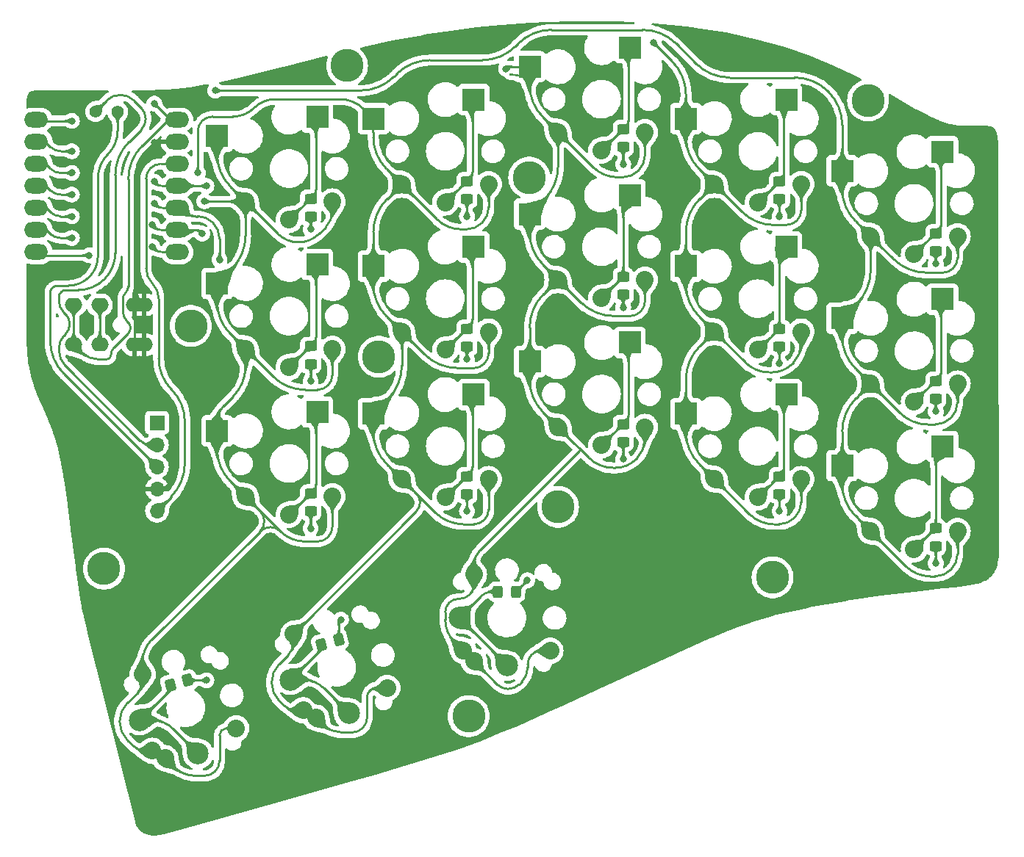
<source format=gbr>
%TF.GenerationSoftware,KiCad,Pcbnew,6.0.7*%
%TF.CreationDate,2023-01-29T15:54:58+00:00*%
%TF.ProjectId,rknt36-rounded,726b6e74-3336-42d7-926f-756e6465642e,rev?*%
%TF.SameCoordinates,Original*%
%TF.FileFunction,Copper,L1,Top*%
%TF.FilePolarity,Positive*%
%FSLAX46Y46*%
G04 Gerber Fmt 4.6, Leading zero omitted, Abs format (unit mm)*
G04 Created by KiCad (PCBNEW 6.0.7) date 2023-01-29 15:54:58*
%MOMM*%
%LPD*%
G01*
G04 APERTURE LIST*
G04 Aperture macros list*
%AMRoundRect*
0 Rectangle with rounded corners*
0 $1 Rounding radius*
0 $2 $3 $4 $5 $6 $7 $8 $9 X,Y pos of 4 corners*
0 Add a 4 corners polygon primitive as box body*
4,1,4,$2,$3,$4,$5,$6,$7,$8,$9,$2,$3,0*
0 Add four circle primitives for the rounded corners*
1,1,$1+$1,$2,$3*
1,1,$1+$1,$4,$5*
1,1,$1+$1,$6,$7*
1,1,$1+$1,$8,$9*
0 Add four rect primitives between the rounded corners*
20,1,$1+$1,$2,$3,$4,$5,0*
20,1,$1+$1,$4,$5,$6,$7,0*
20,1,$1+$1,$6,$7,$8,$9,0*
20,1,$1+$1,$8,$9,$2,$3,0*%
G04 Aperture macros list end*
%TA.AperFunction,SMDPad,CuDef*%
%ADD10RoundRect,0.250000X0.197457X0.518783X-0.430394X0.350550X-0.197457X-0.518783X0.430394X-0.350550X0*%
%TD*%
%TA.AperFunction,SMDPad,CuDef*%
%ADD11R,2.600000X2.600000*%
%TD*%
%TA.AperFunction,ComponentPad*%
%ADD12C,2.032000*%
%TD*%
%TA.AperFunction,SMDPad,CuDef*%
%ADD13RoundRect,0.250000X0.450000X-0.325000X0.450000X0.325000X-0.450000X0.325000X-0.450000X-0.325000X0*%
%TD*%
%TA.AperFunction,ComponentPad*%
%ADD14R,1.700000X1.700000*%
%TD*%
%TA.AperFunction,ComponentPad*%
%ADD15O,1.700000X1.700000*%
%TD*%
%TA.AperFunction,ComponentPad*%
%ADD16C,2.500000*%
%TD*%
%TA.AperFunction,ComponentPad*%
%ADD17C,3.800000*%
%TD*%
%TA.AperFunction,ComponentPad*%
%ADD18O,2.000000X1.600000*%
%TD*%
%TA.AperFunction,SMDPad,CuDef*%
%ADD19RoundRect,0.250000X0.325000X0.450000X-0.325000X0.450000X-0.325000X-0.450000X0.325000X-0.450000X0*%
%TD*%
%TA.AperFunction,SMDPad,CuDef*%
%ADD20O,2.750000X1.800000*%
%TD*%
%TA.AperFunction,ComponentPad*%
%ADD21C,1.397000*%
%TD*%
%TA.AperFunction,ViaPad*%
%ADD22C,0.800000*%
%TD*%
%TA.AperFunction,Conductor*%
%ADD23C,0.250000*%
%TD*%
G04 APERTURE END LIST*
D10*
%TO.P,D31,1,K*%
%TO.N,ROW3*%
X102326952Y-115995675D03*
%TO.P,D31,2,A*%
%TO.N,Net-(D31-Pad2)*%
X100346804Y-116526255D03*
%TD*%
D11*
%TO.P,SW9,1,1*%
%TO.N,Net-(D17-Pad2)*%
X171275000Y-66050000D03*
D12*
X168000000Y-77900000D03*
D11*
%TO.P,SW9,2,2*%
%TO.N,COL3*%
X159725000Y-68250000D03*
D12*
X163000000Y-75800000D03*
X173000000Y-75800000D03*
%TD*%
D11*
%TO.P,SW15,1,1*%
%TO.N,Net-(D29-Pad2)*%
X189275000Y-89050000D03*
D12*
X186000000Y-100900000D03*
D11*
%TO.P,SW15,2,2*%
%TO.N,COL4*%
X177725000Y-91250000D03*
D12*
X181000000Y-98800000D03*
X191000000Y-98800000D03*
%TD*%
D13*
%TO.P,D21,1,K*%
%TO.N,ROW2*%
X116500000Y-96525000D03*
%TO.P,D21,2,A*%
%TO.N,Net-(D21-Pad2)*%
X116500000Y-94475000D03*
%TD*%
D11*
%TO.P,SW14,1,1*%
%TO.N,Net-(D27-Pad2)*%
X171275000Y-83050000D03*
D12*
X168000000Y-94900000D03*
%TO.P,SW14,2,2*%
%TO.N,COL3*%
X173000000Y-92800000D03*
X163000000Y-92800000D03*
D11*
X159725000Y-85250000D03*
%TD*%
D12*
%TO.P,SW6,1,1*%
%TO.N,Net-(D11-Pad2)*%
X114000000Y-79900000D03*
D11*
X117275000Y-68050000D03*
D12*
%TO.P,SW6,2,2*%
%TO.N,COL0*%
X119000000Y-77800000D03*
D11*
X105725000Y-70250000D03*
D12*
X109000000Y-77800000D03*
%TD*%
D14*
%TO.P,J1,1,Pin_1*%
%TO.N,PIN7*%
X98800000Y-86300000D03*
D15*
%TO.P,J1,2,Pin_2*%
%TO.N,PIN15*%
X98800000Y-88840000D03*
%TO.P,J1,3,Pin_3*%
%TO.N,PIN16*%
X98800000Y-91380000D03*
%TO.P,J1,4,Pin_4*%
%TO.N,GND*%
X98800000Y-93920000D03*
%TO.P,J1,5,Pin_5*%
%TO.N,3V3*%
X98800000Y-96460000D03*
%TD*%
D13*
%TO.P,D17,1,K*%
%TO.N,ROW1*%
X170500000Y-77525000D03*
%TO.P,D17,2,A*%
%TO.N,Net-(D17-Pad2)*%
X170500000Y-75475000D03*
%TD*%
D11*
%TO.P,SW4,1,1*%
%TO.N,Net-(D7-Pad2)*%
X171275000Y-49050000D03*
D12*
X168000000Y-60900000D03*
%TO.P,SW4,2,2*%
%TO.N,COL3*%
X173000000Y-58800000D03*
X163000000Y-58800000D03*
D11*
X159725000Y-51250000D03*
%TD*%
D13*
%TO.P,D9,1,K*%
%TO.N,ROW0*%
X188500000Y-66525000D03*
%TO.P,D9,2,A*%
%TO.N,Net-(D10-Pad2)*%
X188500000Y-64475000D03*
%TD*%
%TO.P,D15,1,K*%
%TO.N,ROW1*%
X152500000Y-71525000D03*
%TO.P,D15,2,A*%
%TO.N,Net-(D15-Pad2)*%
X152500000Y-69475000D03*
%TD*%
D11*
%TO.P,SW13,1,1*%
%TO.N,Net-(D25-Pad2)*%
X153275000Y-77050000D03*
D12*
X150000000Y-88900000D03*
%TO.P,SW13,2,2*%
%TO.N,COL2*%
X155000000Y-86800000D03*
X145000000Y-86800000D03*
D11*
X141725000Y-79250000D03*
%TD*%
D13*
%TO.P,D7,1,K*%
%TO.N,ROW0*%
X170500000Y-60525000D03*
%TO.P,D7,2,A*%
%TO.N,Net-(D7-Pad2)*%
X170500000Y-58475000D03*
%TD*%
%TO.P,D23,1,K*%
%TO.N,ROW2*%
X134500000Y-94525000D03*
%TO.P,D23,2,A*%
%TO.N,Net-(D23-Pad2)*%
X134500000Y-92475000D03*
%TD*%
D16*
%TO.P,SW16,1,1*%
%TO.N,Net-(D31-Pad2)*%
X103536840Y-124471335D03*
X96800743Y-120582248D03*
D12*
%TO.P,SW16,2,2*%
%TO.N,COL0*%
X98267218Y-124123356D03*
X99736912Y-124971885D03*
X107926477Y-121535166D03*
X97148722Y-115312626D03*
%TD*%
D16*
%TO.P,SW17,1,1*%
%TO.N,Net-(D33-Pad2)*%
X114187408Y-115923505D03*
X120923505Y-119812592D03*
D12*
%TO.P,SW17,2,2*%
%TO.N,COL1*%
X115653883Y-119464613D03*
X117123577Y-120313142D03*
X114535387Y-110653883D03*
X125313142Y-116876423D03*
%TD*%
D13*
%TO.P,D19,1,K*%
%TO.N,ROW1*%
X188500000Y-83525000D03*
%TO.P,D19,2,A*%
%TO.N,Net-(D19-Pad2)*%
X188500000Y-81475000D03*
%TD*%
%TO.P,D11,1,K*%
%TO.N,ROW1*%
X116500000Y-79525000D03*
%TO.P,D11,2,A*%
%TO.N,Net-(D11-Pad2)*%
X116500000Y-77475000D03*
%TD*%
D12*
%TO.P,SW8,1,1*%
%TO.N,Net-(D15-Pad2)*%
X150000000Y-71900000D03*
D11*
X153275000Y-60050000D03*
%TO.P,SW8,2,2*%
%TO.N,COL2*%
X141725000Y-62250000D03*
D12*
X145000000Y-69800000D03*
X155000000Y-69800000D03*
%TD*%
%TO.P,SW3,1,1*%
%TO.N,Net-(D5-Pad2)*%
X150000000Y-54900000D03*
D11*
X153275000Y-43050000D03*
D12*
%TO.P,SW3,2,2*%
%TO.N,COL2*%
X145000000Y-52800000D03*
D11*
X141725000Y-45250000D03*
D12*
X155000000Y-52800000D03*
%TD*%
%TO.P,SW1,1,1*%
%TO.N,Net-(D1-Pad2)*%
X114000000Y-62900000D03*
D11*
X117275000Y-51050000D03*
D12*
%TO.P,SW1,2,2*%
%TO.N,COL0*%
X119000000Y-60800000D03*
X109000000Y-60800000D03*
D11*
X105725000Y-53250000D03*
%TD*%
D17*
%TO.P,H3,1*%
%TO.N,N/C*%
X169700000Y-104130000D03*
%TD*%
D13*
%TO.P,D3,1,K*%
%TO.N,ROW0*%
X134500000Y-60525000D03*
%TO.P,D3,2,A*%
%TO.N,Net-(D3-Pad2)*%
X134500000Y-58475000D03*
%TD*%
%TO.P,D1,1,K*%
%TO.N,ROW0*%
X116500000Y-62525000D03*
%TO.P,D1,2,A*%
%TO.N,Net-(D1-Pad2)*%
X116500000Y-60475000D03*
%TD*%
%TO.P,D29,1,K*%
%TO.N,ROW2*%
X188500000Y-100525000D03*
%TO.P,D29,2,A*%
%TO.N,Net-(D29-Pad2)*%
X188500000Y-98475000D03*
%TD*%
D12*
%TO.P,SW12,1,1*%
%TO.N,Net-(D23-Pad2)*%
X132000000Y-94900000D03*
D11*
X135275000Y-83050000D03*
D12*
%TO.P,SW12,2,2*%
%TO.N,COL1*%
X137000000Y-92800000D03*
X127000000Y-92800000D03*
D11*
X123725000Y-85250000D03*
%TD*%
D12*
%TO.P,SW5,1,1*%
%TO.N,Net-(D10-Pad2)*%
X186000000Y-66900000D03*
D11*
X189275000Y-55050000D03*
D12*
%TO.P,SW5,2,2*%
%TO.N,COL4*%
X181000000Y-64800000D03*
X191000000Y-64800000D03*
D11*
X177725000Y-57250000D03*
%TD*%
D12*
%TO.P,SW10,1,1*%
%TO.N,Net-(D19-Pad2)*%
X186000000Y-83900000D03*
D11*
X189275000Y-72050000D03*
D12*
%TO.P,SW10,2,2*%
%TO.N,COL4*%
X181000000Y-81800000D03*
X191000000Y-81800000D03*
D11*
X177725000Y-74250000D03*
%TD*%
D17*
%TO.P,H1,1*%
%TO.N,N/C*%
X102700000Y-75130000D03*
%TD*%
D13*
%TO.P,D27,1,K*%
%TO.N,ROW2*%
X170500000Y-94525000D03*
%TO.P,D27,2,A*%
%TO.N,Net-(D27-Pad2)*%
X170500000Y-92475000D03*
%TD*%
D17*
%TO.P,H7,1*%
%TO.N,N/C*%
X145000000Y-96000000D03*
%TD*%
D10*
%TO.P,D33,1,K*%
%TO.N,ROW3*%
X119713617Y-111336933D03*
%TO.P,D33,2,A*%
%TO.N,Net-(D33-Pad2)*%
X117733469Y-111867513D03*
%TD*%
D18*
%TO.P,U3,1,SLEEVE*%
%TO.N,GND*%
X97300000Y-77300000D03*
%TO.P,U3,2,TIP*%
X96200000Y-72700000D03*
%TO.P,U3,3,RING1*%
%TO.N,DATA*%
X92200000Y-72700000D03*
%TO.P,U3,4,RING2*%
%TO.N,5V*%
X89200000Y-72700000D03*
%TD*%
D13*
%TO.P,D13,1,K*%
%TO.N,ROW1*%
X134500000Y-77525000D03*
%TO.P,D13,2,A*%
%TO.N,Net-(D13-Pad2)*%
X134500000Y-75475000D03*
%TD*%
D17*
%TO.P,H5,1*%
%TO.N,N/C*%
X92700000Y-103130000D03*
%TD*%
D13*
%TO.P,D25,1,K*%
%TO.N,ROW2*%
X152500000Y-88525000D03*
%TO.P,D25,2,A*%
%TO.N,Net-(D25-Pad2)*%
X152500000Y-86475000D03*
%TD*%
D12*
%TO.P,SW2,1,1*%
%TO.N,Net-(D3-Pad2)*%
X132000000Y-60900000D03*
D11*
X135275000Y-49050000D03*
D12*
%TO.P,SW2,2,2*%
%TO.N,COL1*%
X137000000Y-58800000D03*
D11*
X123725000Y-51250000D03*
D12*
X127000000Y-58800000D03*
%TD*%
D17*
%TO.P,H4,1*%
%TO.N,N/C*%
X180700000Y-49130000D03*
%TD*%
%TO.P,H10,1*%
%TO.N,N/C*%
X124362174Y-78682808D03*
%TD*%
D12*
%TO.P,SW11,1,1*%
%TO.N,Net-(D21-Pad2)*%
X114000000Y-96900000D03*
D11*
X117275000Y-85050000D03*
%TO.P,SW11,2,2*%
%TO.N,COL0*%
X105725000Y-87250000D03*
D12*
X109000000Y-94800000D03*
X119000000Y-94800000D03*
%TD*%
D19*
%TO.P,D35,1,K*%
%TO.N,ROW3*%
X140125000Y-105800000D03*
%TO.P,D35,2,A*%
%TO.N,Net-(D35-Pad2)*%
X138075000Y-105800000D03*
%TD*%
D17*
%TO.P,H6,1*%
%TO.N,N/C*%
X120700000Y-45130000D03*
%TD*%
D20*
%TO.P,U1,1,A2*%
%TO.N,COL4*%
X84905040Y-51380000D03*
%TO.P,U1,2,A4*%
%TO.N,COL3*%
X84905040Y-53920000D03*
%TO.P,U1,3,A10*%
%TO.N,COL2*%
X84905040Y-56460000D03*
%TO.P,U1,4,A11*%
%TO.N,COL1*%
X84905040Y-59000000D03*
%TO.P,U1,5,A8_SDA*%
%TO.N,COL0*%
X84905040Y-61540000D03*
%TO.P,U1,6,A9_SCL*%
%TO.N,ROW3*%
X84905040Y-64080000D03*
%TO.P,U1,7,B8_TX*%
%TO.N,PIN7*%
X84905040Y-66620000D03*
%TO.P,U1,8,B9_RX*%
%TO.N,DATA*%
X101094960Y-66620000D03*
%TO.P,U1,9,A7_SCK*%
%TO.N,ROW2*%
X101094960Y-64080000D03*
%TO.P,U1,10,A5_MISO*%
%TO.N,ROW1*%
X101094960Y-61540000D03*
%TO.P,U1,11,A6_MOSI*%
%TO.N,ROW0*%
X101094960Y-59000000D03*
%TO.P,U1,12,3V3*%
%TO.N,3V3*%
X101094960Y-56460000D03*
%TO.P,U1,13,GND*%
%TO.N,GND*%
X101094960Y-53920000D03*
%TO.P,U1,14,5V*%
%TO.N,5V*%
X101094960Y-51380000D03*
D21*
%TO.P,U1,15,A31_SWDIO*%
%TO.N,PIN15*%
X91730000Y-50428000D03*
%TO.P,U1,16,A30_SWCLK*%
%TO.N,PIN16*%
X94270000Y-50428000D03*
%TD*%
D16*
%TO.P,SW18,1,1*%
%TO.N,Net-(D35-Pad2)*%
X139100000Y-114300000D03*
X133600000Y-108800000D03*
D12*
%TO.P,SW18,2,2*%
%TO.N,COL2*%
X144100000Y-112600000D03*
X135300000Y-113800000D03*
X135300000Y-103800000D03*
X134100000Y-112600000D03*
%TD*%
D17*
%TO.P,H8,1*%
%TO.N,N/C*%
X141679366Y-58044982D03*
%TD*%
D12*
%TO.P,SW7,1,1*%
%TO.N,Net-(D13-Pad2)*%
X132000000Y-77900000D03*
D11*
X135275000Y-66050000D03*
D12*
%TO.P,SW7,2,2*%
%TO.N,COL1*%
X127000000Y-75800000D03*
X137000000Y-75800000D03*
D11*
X123725000Y-68250000D03*
%TD*%
D13*
%TO.P,D5,1,K*%
%TO.N,ROW0*%
X152500000Y-54525000D03*
%TO.P,D5,2,A*%
%TO.N,Net-(D5-Pad2)*%
X152500000Y-52475000D03*
%TD*%
D17*
%TO.P,H2,1*%
%TO.N,N/C*%
X134700000Y-120130000D03*
%TD*%
D18*
%TO.P,U4,1,SLEEVE*%
%TO.N,GND*%
X97300000Y-72700000D03*
%TO.P,U4,2,TIP*%
X96200000Y-77300000D03*
%TO.P,U4,3,RING1*%
%TO.N,DATA*%
X92200000Y-77300000D03*
%TO.P,U4,4,RING2*%
%TO.N,5V*%
X89200000Y-77300000D03*
%TD*%
D22*
%TO.N,ROW0*%
X116500000Y-64000000D03*
X98500000Y-58500000D03*
X170500000Y-62500000D03*
X134500000Y-62500000D03*
X152500000Y-56500000D03*
X104500000Y-59000000D03*
X188500000Y-68000000D03*
%TO.N,ROW1*%
X106000000Y-67500000D03*
X134500000Y-79000000D03*
X188500000Y-85000000D03*
X152500000Y-73000000D03*
X116500000Y-81500000D03*
X170500000Y-79500000D03*
X98500000Y-61000000D03*
%TO.N,ROW2*%
X188500000Y-102500000D03*
X98275000Y-63500000D03*
X152500000Y-90500000D03*
X116500000Y-98500000D03*
X134500000Y-96500000D03*
X170500000Y-96500000D03*
X104000000Y-64500000D03*
%TO.N,COL3*%
X89000000Y-55000000D03*
X156000000Y-42500000D03*
%TO.N,COL0*%
X104237700Y-60762300D03*
X89000000Y-62500000D03*
%TO.N,COL1*%
X89000000Y-60000000D03*
X103500000Y-57500000D03*
%TO.N,COL2*%
X139000000Y-45500000D03*
X89000000Y-57500000D03*
%TO.N,DATA*%
X98275500Y-66000000D03*
%TO.N,GND*%
X98500000Y-54000000D03*
%TO.N,ROW3*%
X104504325Y-115995675D03*
X141462500Y-104462500D03*
X120000000Y-109000000D03*
X89000000Y-65000000D03*
%TO.N,COL4*%
X105500000Y-48000000D03*
X89000000Y-51500000D03*
%TO.N,PIN7*%
X91000000Y-67000000D03*
%TO.N,5V*%
X98500000Y-49500000D03*
%TD*%
D23*
%TO.N,5V*%
X93000000Y-79000000D02*
G75*
G03*
X93500000Y-78500000I0J500000D01*
G01*
X95499956Y-58228658D02*
G75*
G02*
X97093792Y-54380902I5441544J-42D01*
G01*
X95312494Y-74537505D02*
G75*
G02*
X94875000Y-73481280I1056206J1056205D01*
G01*
X95475994Y-76024003D02*
G75*
G03*
X95750000Y-75362499I-661494J661503D01*
G01*
X94875018Y-72066941D02*
G75*
G02*
X95187501Y-71312501I1066882J41D01*
G01*
X98504490Y-49517128D02*
G75*
G02*
X98500000Y-49506332I10810J10828D01*
G01*
X95187533Y-71312533D02*
G75*
G03*
X95500000Y-70558058I-754533J754433D01*
G01*
X92102081Y-79000007D02*
G75*
G02*
X90050000Y-78150000I19J2902107D01*
G01*
X95750002Y-75362499D02*
G75*
G03*
X95475994Y-74700995I-935502J-1D01*
G01*
X93499998Y-78500000D02*
G75*
G02*
X93853553Y-77646446I1207102J0D01*
G01*
%TO.N,3V3*%
X101999991Y-86121320D02*
G75*
G03*
X100500000Y-82500000I-5121291J20D01*
G01*
X100499994Y-82500006D02*
G75*
G02*
X99000000Y-78878679I3621306J3621306D01*
G01*
X100406200Y-94853785D02*
G75*
G03*
X102000000Y-91006036I-3847800J3847785D01*
G01*
X99000020Y-71994951D02*
G75*
G03*
X98275250Y-70245250I-2474520J-49D01*
G01*
X98045255Y-56954755D02*
G75*
G02*
X99239682Y-56460000I1194445J-1194445D01*
G01*
X97550493Y-58149182D02*
G75*
G02*
X98045250Y-56954750I1689207J-18D01*
G01*
X98275235Y-70245265D02*
G75*
G02*
X97550500Y-68495548I1749665J1749665D01*
G01*
%TO.N,PIN16*%
X93135009Y-55365009D02*
G75*
G03*
X94270000Y-52624867I-2740109J2740109D01*
G01*
X86749984Y-70749984D02*
G75*
G02*
X87353553Y-70500000I603516J-603516D01*
G01*
X91000004Y-69500004D02*
G75*
G03*
X92000000Y-67085786I-2414204J2414204D01*
G01*
X86500023Y-71353553D02*
G75*
G02*
X86750001Y-70750001I853477J53D01*
G01*
X88093800Y-80673784D02*
G75*
G02*
X86500000Y-76826036I3847800J3847784D01*
G01*
X92000014Y-58105132D02*
G75*
G02*
X93135000Y-55365000I3875086J32D01*
G01*
X88585786Y-70499994D02*
G75*
G03*
X91000000Y-69500000I14J3414194D01*
G01*
%TO.N,PIN15*%
X96969678Y-52530338D02*
G75*
G03*
X97500000Y-51250000I-1280378J1280338D01*
G01*
X87500023Y-71853553D02*
G75*
G02*
X87750001Y-71250001I853477J53D01*
G01*
X87499996Y-77738388D02*
G75*
G02*
X88125000Y-76229505I2133904J-12D01*
G01*
X98070000Y-88839992D02*
G75*
G02*
X96823813Y-88323811I0J1762392D01*
G01*
X97499988Y-51250000D02*
G75*
G03*
X96969669Y-49969669I-1810688J0D01*
G01*
X93006753Y-49151244D02*
G75*
G02*
X94579000Y-48500000I1572247J-1572256D01*
G01*
X87749984Y-71249984D02*
G75*
G02*
X88353553Y-71000000I603516J-603516D01*
G01*
X88030322Y-73530338D02*
G75*
G02*
X87500000Y-72250000I1280378J1280338D01*
G01*
X92749990Y-69749990D02*
G75*
G03*
X94000000Y-66732233I-3017790J3017790D01*
G01*
X94579000Y-48500003D02*
G75*
G02*
X96151245Y-49151245I0J-2223497D01*
G01*
X88750043Y-74927252D02*
G75*
G03*
X88271110Y-73771110I-1635043J-48D01*
G01*
X93999960Y-57753963D02*
G75*
G02*
X95593793Y-53906208I5441540J-37D01*
G01*
X88258532Y-79758562D02*
G75*
G02*
X87500000Y-77927252I1831268J1831262D01*
G01*
X89750000Y-70999991D02*
G75*
G03*
X92737436Y-69762563I0J4224891D01*
G01*
X88271078Y-76083362D02*
G75*
G03*
X88750000Y-74927252I-1156078J1156162D01*
G01*
%TO.N,COL4*%
X189292893Y-68999997D02*
G75*
G03*
X190500000Y-68500000I7J1707097D01*
G01*
X187600000Y-86500001D02*
G75*
G02*
X184356497Y-85156497I0J4587001D01*
G01*
X177724960Y-87328963D02*
G75*
G02*
X179318793Y-83481208I5441540J-37D01*
G01*
X190249988Y-103249988D02*
G75*
G03*
X191000000Y-101439339I-1810688J1810688D01*
G01*
X188439339Y-86500016D02*
G75*
G03*
X190250000Y-85750000I-39J2560716D01*
G01*
X140406215Y-42593801D02*
G75*
G02*
X144253963Y-41000000I3847785J-3847799D01*
G01*
X122246036Y-48000009D02*
G75*
G03*
X126093792Y-46406206I-36J5441609D01*
G01*
X136246036Y-44500010D02*
G75*
G03*
X140093792Y-42906207I-36J5441610D01*
G01*
X126406236Y-46093821D02*
G75*
G02*
X130253963Y-44500000I3847764J-3847679D01*
G01*
X179236436Y-80036444D02*
G75*
G02*
X177725000Y-76387500I3648964J3648944D01*
G01*
X179236436Y-97036444D02*
G75*
G02*
X177725000Y-93387500I3648964J3648944D01*
G01*
X179236436Y-63036444D02*
G75*
G02*
X177725000Y-59387500I3648964J3648944D01*
G01*
X172246036Y-46499990D02*
G75*
G02*
X176093791Y-48093793I-36J-5441610D01*
G01*
X187453963Y-69000010D02*
G75*
G02*
X183606208Y-67406206I37J5441610D01*
G01*
X164753963Y-46500010D02*
G75*
G02*
X160906208Y-44906206I37J5441610D01*
G01*
X188439339Y-104000016D02*
G75*
G03*
X190250000Y-103250000I-39J2560716D01*
G01*
X177725010Y-51978963D02*
G75*
G03*
X176131206Y-48131208I-5441610J-37D01*
G01*
X154746036Y-40999990D02*
G75*
G02*
X158593791Y-42593793I-36J-5441610D01*
G01*
X190249988Y-85749988D02*
G75*
G03*
X191000000Y-83939339I-1810688J1810688D01*
G01*
X179406200Y-72568785D02*
G75*
G03*
X181000000Y-68721036I-3847800J3847785D01*
G01*
X187850000Y-103999986D02*
G75*
G02*
X185033273Y-102833273I0J3983486D01*
G01*
X190500002Y-68500002D02*
G75*
G03*
X191000000Y-67292893I-1207102J1207102D01*
G01*
%TO.N,ROW3*%
X87650538Y-64999984D02*
G75*
G02*
X86540000Y-64540000I-38J1570484D01*
G01*
X119713606Y-109488886D02*
G75*
G02*
X119856808Y-109143191I488894J-14D01*
G01*
%TO.N,GND*%
X101000010Y-87133963D02*
G75*
G03*
X99406206Y-83286208I-5441610J-37D01*
G01*
X99190000Y-93920011D02*
G75*
G03*
X99855770Y-93644227I0J941511D01*
G01*
X96500006Y-57414213D02*
G75*
G02*
X97500000Y-55000000I3414194J13D01*
G01*
X98671782Y-82551792D02*
G75*
G02*
X97300000Y-79240000I3311818J3311792D01*
G01*
X96900004Y-72299996D02*
G75*
G02*
X96500000Y-71334314I965696J965696D01*
G01*
X97300006Y-73265685D02*
G75*
G03*
X96900000Y-72300000I-1365706J-15D01*
G01*
X100289998Y-93209998D02*
G75*
G03*
X101000000Y-91495908I-1714098J1714098D01*
G01*
%TO.N,DATA*%
X99333906Y-66619997D02*
G75*
G02*
X98585500Y-66310000I-6J1058397D01*
G01*
%TO.N,COL2*%
X152439339Y-58000016D02*
G75*
G03*
X154250000Y-57250000I-39J2560716D01*
G01*
X147429294Y-89570715D02*
G75*
G02*
X147600000Y-89500000I170706J-170685D01*
G01*
X140792890Y-116207104D02*
G75*
G03*
X141500000Y-114500000I-1707090J1707104D01*
G01*
X151850000Y-57999986D02*
G75*
G02*
X149033273Y-56833273I0J3983486D01*
G01*
X143406200Y-60568785D02*
G75*
G03*
X145000000Y-56721036I-3847800J3847785D01*
G01*
X154500002Y-73500002D02*
G75*
G03*
X155000000Y-72292893I-1207102J1207102D01*
G01*
X151585786Y-91499992D02*
G75*
G03*
X153999998Y-90499998I14J3414192D01*
G01*
X131999999Y-108136396D02*
G75*
G02*
X132450000Y-107050000I1536401J-4D01*
G01*
X147400000Y-89200000D02*
G75*
G02*
X147400000Y-89200000I0J0D01*
G01*
X132450001Y-107050001D02*
G75*
G02*
X133536396Y-106600000I1086399J-1086399D01*
G01*
X153292893Y-73999997D02*
G75*
G03*
X154500000Y-73500000I7J1707097D01*
G01*
X87735391Y-57500003D02*
G75*
G02*
X86480000Y-56980000I9J1775403D01*
G01*
X139250000Y-116999987D02*
G75*
G03*
X140530330Y-116469669I0J1810687D01*
G01*
X141499999Y-114136396D02*
G75*
G02*
X141950000Y-113050000I1536401J-4D01*
G01*
X141950001Y-113050001D02*
G75*
G02*
X143036396Y-112600000I1086399J-1086399D01*
G01*
X154249988Y-57249988D02*
G75*
G03*
X155000000Y-55439339I-1810688J1810688D01*
G01*
X151350000Y-91499986D02*
G75*
G02*
X148533273Y-90333273I0J3983486D01*
G01*
X141724960Y-75328963D02*
G75*
G02*
X143318793Y-71481208I5441540J-37D01*
G01*
X133049993Y-111550007D02*
G75*
G02*
X132000000Y-109015075I2534907J2534907D01*
G01*
X133663878Y-106599990D02*
G75*
G03*
X134820790Y-106120790I22J1636090D01*
G01*
X139250000Y-116999988D02*
G75*
G02*
X137969669Y-116469669I0J1810688D01*
G01*
X143236436Y-85036444D02*
G75*
G02*
X141725000Y-81387500I3648964J3648944D01*
G01*
X143236436Y-51036444D02*
G75*
G02*
X141725000Y-47387500I3648964J3648944D01*
G01*
X143236436Y-68036444D02*
G75*
G02*
X141725000Y-64387500I3648964J3648944D01*
G01*
X154045408Y-90454597D02*
G75*
G03*
X155000000Y-88150000I-2304608J2304597D01*
G01*
X135299993Y-102750000D02*
G75*
G02*
X136042463Y-100957538I2534907J0D01*
G01*
X134820797Y-106120797D02*
G75*
G03*
X135300000Y-104963878I-1156897J1156897D01*
G01*
X147600000Y-89500036D02*
G75*
G03*
X147629289Y-89429289I0J41436D01*
G01*
X151453963Y-74000010D02*
G75*
G02*
X147606208Y-72406206I37J5441610D01*
G01*
X139125007Y-45375007D02*
G75*
G02*
X139426776Y-45250000I301793J-301793D01*
G01*
X147400000Y-89200000D02*
X146800000Y-88600000D01*
X146800000Y-88600000D02*
X147400000Y-89200000D01*
%TO.N,COL1*%
X107585786Y-50999994D02*
G75*
G03*
X110000000Y-50000000I14J3414194D01*
G01*
X103500003Y-52707106D02*
G75*
G02*
X104000000Y-51500000I1707097J6D01*
G01*
X125406200Y-83568785D02*
G75*
G03*
X127000000Y-79721036I-3847800J3847785D01*
G01*
X123725004Y-52840990D02*
G75*
G03*
X122600000Y-50125000I-3841004J-10D01*
G01*
X128679551Y-94479507D02*
G75*
G02*
X129100000Y-95494635I-1015151J-1015093D01*
G01*
X129100015Y-95494635D02*
G75*
G02*
X129520470Y-95320470I246285J35D01*
G01*
X135292893Y-79999997D02*
G75*
G03*
X136500000Y-79500000I7J1707097D01*
G01*
X128679517Y-96509728D02*
G75*
G03*
X129100000Y-95494635I-1015117J1015128D01*
G01*
X122500002Y-121500002D02*
G75*
G03*
X123000000Y-120292893I-1207102J1207102D01*
G01*
X112883876Y-118383890D02*
G75*
G02*
X112000000Y-116250000I2133924J2133890D01*
G01*
X87707106Y-59999997D02*
G75*
G02*
X86500000Y-59500000I-6J1707097D01*
G01*
X136249988Y-63249988D02*
G75*
G03*
X137000000Y-61439339I-1810688J1810688D01*
G01*
X109999996Y-49999996D02*
G75*
G02*
X112414213Y-49000000I2414204J-2414204D01*
G01*
X112000009Y-116250000D02*
G75*
G02*
X112883883Y-114116116I3017791J0D01*
G01*
X120003223Y-121999967D02*
G75*
G02*
X117967006Y-121156571I-23J2879667D01*
G01*
X114809248Y-119464583D02*
G75*
G02*
X113367366Y-118867364I-48J2039083D01*
G01*
X121292893Y-121999997D02*
G75*
G03*
X122500000Y-121500000I7J1707097D01*
G01*
X123724960Y-64328963D02*
G75*
G02*
X125318793Y-60481208I5441540J-37D01*
G01*
X114535412Y-111559248D02*
G75*
G02*
X115175577Y-110013694I2185688J48D01*
G01*
X123311790Y-117188213D02*
G75*
G02*
X124064512Y-116876423I752710J-752687D01*
G01*
X123000021Y-117940935D02*
G75*
G02*
X123311788Y-117188211I1064479J35D01*
G01*
X119884009Y-48999996D02*
G75*
G02*
X122600000Y-50125000I-9J-3841004D01*
G01*
X133453963Y-80000010D02*
G75*
G02*
X129606208Y-78406206I37J5441610D01*
G01*
X136500002Y-97500002D02*
G75*
G03*
X137000000Y-96292893I-1207102J1207102D01*
G01*
X125236436Y-74036444D02*
G75*
G02*
X123725000Y-70387500I3648964J3648944D01*
G01*
X125236436Y-91036444D02*
G75*
G02*
X123725000Y-87387500I3648964J3648944D01*
G01*
X125236436Y-57036444D02*
G75*
G02*
X123725000Y-53387500I3648964J3648944D01*
G01*
X113895182Y-113104787D02*
G75*
G03*
X114535387Y-111559248I-1545582J1545587D01*
G01*
X103999998Y-51499998D02*
G75*
G02*
X105207106Y-51000000I1207102J-1207102D01*
G01*
X134439339Y-64000016D02*
G75*
G03*
X136250000Y-63250000I-39J2560716D01*
G01*
X134100000Y-98000001D02*
G75*
G02*
X130856497Y-96656497I0J4587001D01*
G01*
X135292893Y-97999997D02*
G75*
G03*
X136500000Y-97500000I7J1707097D01*
G01*
X133850000Y-63999986D02*
G75*
G02*
X131033273Y-62833273I0J3983486D01*
G01*
X136500002Y-79500002D02*
G75*
G03*
X137000000Y-78292893I-1207102J1207102D01*
G01*
X128679529Y-94479529D02*
X129520470Y-95320470D01*
%TO.N,COL0*%
X104302057Y-60800017D02*
G75*
G02*
X104256550Y-60781150I43J64417D01*
G01*
X118500002Y-82000002D02*
G75*
G03*
X119000000Y-80792893I-1207102J1207102D01*
G01*
X87678822Y-62499990D02*
G75*
G02*
X86520000Y-62020000I-22J1638790D01*
G01*
X95383876Y-122883890D02*
G75*
G02*
X94500000Y-120750000I2133924J2133890D01*
G01*
X104292893Y-126999997D02*
G75*
G03*
X105500000Y-126500000I7J1707097D01*
G01*
X115850000Y-82499988D02*
G75*
G02*
X112179720Y-80979720I0J5190588D01*
G01*
X115100000Y-65499999D02*
G75*
G02*
X112710050Y-64510050I0J3379899D01*
G01*
X110674999Y-96475001D02*
G75*
G02*
X110674999Y-98824999I-1174999J-1174999D01*
G01*
X110675001Y-98825001D02*
G75*
G02*
X113024999Y-98825001I1174999J-1174999D01*
G01*
X94500009Y-120750000D02*
G75*
G02*
X95383883Y-118616116I3017791J0D01*
G01*
X106232404Y-121767570D02*
G75*
G02*
X106793521Y-121535166I561096J-561130D01*
G01*
X97148763Y-113831952D02*
G75*
G02*
X98195716Y-111304283I3574637J52D01*
G01*
X97445287Y-124123353D02*
G75*
G02*
X96042164Y-123542162I13J1984353D01*
G01*
X117292893Y-82499997D02*
G75*
G03*
X118500000Y-82000000I7J1707097D01*
G01*
X105725008Y-86182500D02*
G75*
G02*
X106479837Y-84360164I2577192J0D01*
G01*
X107236436Y-93036444D02*
G75*
G02*
X105725000Y-89387500I3648964J3648944D01*
G01*
X96604751Y-117395298D02*
G75*
G03*
X97148722Y-116081952I-1313351J1313298D01*
G01*
X107571642Y-83268353D02*
G75*
G03*
X109000000Y-79820000I-3448342J3448353D01*
G01*
X107236436Y-59036444D02*
G75*
G02*
X105725000Y-55387500I3648964J3648944D01*
G01*
X118500002Y-99500002D02*
G75*
G03*
X119000000Y-98292893I-1207102J1207102D01*
G01*
X107236436Y-76036444D02*
G75*
G02*
X105725000Y-72387500I3648964J3648944D01*
G01*
X103199120Y-126999987D02*
G75*
G02*
X100750970Y-125985941I-20J3462187D01*
G01*
X115861700Y-99999999D02*
G75*
G02*
X113025000Y-98825000I0J4011699D01*
G01*
X115100000Y-65499998D02*
G75*
G03*
X117489948Y-64510049I0J3379898D01*
G01*
X117292893Y-99999997D02*
G75*
G03*
X118500000Y-99500000I7J1707097D01*
G01*
X105999985Y-122328687D02*
G75*
G02*
X106232417Y-121767583I793515J-13D01*
G01*
X107406200Y-68568785D02*
G75*
G03*
X109000000Y-64721036I-3847800J3847785D01*
G01*
X105500002Y-126500002D02*
G75*
G03*
X106000000Y-125292893I-1207102J1207102D01*
G01*
X118222175Y-63777810D02*
G75*
G03*
X119000000Y-61900000I-1877775J1877810D01*
G01*
X97148722Y-114543300D02*
X97148722Y-116081952D01*
X110675000Y-96475000D02*
X113025000Y-98825000D01*
%TO.N,Net-(D35-Pad2)*%
X136078505Y-106321488D02*
G75*
G02*
X137337500Y-105800000I1258995J-1259012D01*
G01*
%TO.N,Net-(D33-Pad2)*%
X115610913Y-115923511D02*
G75*
G02*
X118040988Y-116930075I-13J-3436689D01*
G01*
%TO.N,Net-(D31-Pad2)*%
X98224248Y-120582217D02*
G75*
G02*
X100654322Y-121588819I-48J-3436683D01*
G01*
%TO.N,COL3*%
X172045408Y-79454597D02*
G75*
G03*
X173000000Y-77150000I-2304608J2304597D01*
G01*
X161236436Y-74036444D02*
G75*
G02*
X159725000Y-70387500I3648964J3648944D01*
G01*
X161236436Y-91036444D02*
G75*
G02*
X159725000Y-87387500I3648964J3648944D01*
G01*
X171292893Y-63499997D02*
G75*
G03*
X172500000Y-63000000I7J1707097D01*
G01*
X161236436Y-57036444D02*
G75*
G02*
X159725000Y-53387500I3648964J3648944D01*
G01*
X170439339Y-98000016D02*
G75*
G03*
X172250000Y-97250000I-39J2560716D01*
G01*
X159725010Y-48478963D02*
G75*
G03*
X158131206Y-44631208I-5441610J-37D01*
G01*
X169850000Y-97999986D02*
G75*
G02*
X167033273Y-96833273I0J3983486D01*
G01*
X87763675Y-55000010D02*
G75*
G02*
X86460000Y-54460000I25J1843710D01*
G01*
X169585786Y-80499994D02*
G75*
G03*
X172000000Y-79500000I14J3414194D01*
G01*
X172249988Y-97249988D02*
G75*
G03*
X173000000Y-95439339I-1810688J1810688D01*
G01*
X169350000Y-80499986D02*
G75*
G02*
X166533273Y-79333273I0J3983486D01*
G01*
X169850000Y-63499988D02*
G75*
G02*
X166179720Y-61979720I0J5190588D01*
G01*
X172500002Y-63000002D02*
G75*
G03*
X173000000Y-61792893I-1207102J1207102D01*
G01*
X159724960Y-81328963D02*
G75*
G02*
X161318793Y-77481208I5441540J-37D01*
G01*
X159724960Y-64328963D02*
G75*
G02*
X161318793Y-60481208I5441540J-37D01*
G01*
%TO.N,Net-(D27-Pad2)*%
X170749986Y-92224986D02*
G75*
G03*
X171000000Y-91621446I-603586J603586D01*
G01*
%TO.N,Net-(D25-Pad2)*%
X152812532Y-86162533D02*
G75*
G03*
X153124999Y-85408059I-754532J754433D01*
G01*
%TO.N,Net-(D23-Pad2)*%
X134812532Y-92162533D02*
G75*
G03*
X135124999Y-91408059I-754532J754433D01*
G01*
%TO.N,Net-(D21-Pad2)*%
X116812532Y-94162533D02*
G75*
G03*
X117124999Y-93408059I-754532J754433D01*
G01*
%TO.N,ROW2*%
X99265121Y-64079990D02*
G75*
G02*
X98565001Y-63789999I-21J990090D01*
G01*
X103283015Y-64079994D02*
G75*
G02*
X103790000Y-64290000I-15J-717006D01*
G01*
%TO.N,Net-(D19-Pad2)*%
X188812532Y-81162533D02*
G75*
G03*
X189124999Y-80408059I-754532J754433D01*
G01*
%TO.N,Net-(D15-Pad2)*%
X152500004Y-62548007D02*
G75*
G02*
X152887501Y-61612501I1322996J7D01*
G01*
%TO.N,Net-(D13-Pad2)*%
X134812532Y-75162533D02*
G75*
G03*
X135124999Y-74408059I-754532J754433D01*
G01*
%TO.N,Net-(D11-Pad2)*%
X116812532Y-77162533D02*
G75*
G03*
X117124999Y-76408059I-754532J754433D01*
G01*
%TO.N,ROW1*%
X99421837Y-61539984D02*
G75*
G02*
X98770000Y-61270000I-37J921784D01*
G01*
X103514980Y-62500030D02*
G75*
G02*
X105196513Y-63196515I20J-2378070D01*
G01*
X106000016Y-65060660D02*
G75*
G03*
X105250000Y-63250000I-2560716J-40D01*
G01*
X103208782Y-62500018D02*
G75*
G02*
X102049961Y-62019999I18J1638818D01*
G01*
X106000000Y-66750000D02*
X106000000Y-67250000D01*
%TO.N,Net-(D10-Pad2)*%
X188812532Y-64162533D02*
G75*
G03*
X189124999Y-63408059I-754532J754433D01*
G01*
%TO.N,Net-(D7-Pad2)*%
X170749986Y-58224986D02*
G75*
G03*
X171000000Y-57621446I-603586J603586D01*
G01*
%TO.N,Net-(D5-Pad2)*%
X152812532Y-52162533D02*
G75*
G03*
X153124999Y-51408059I-754532J754433D01*
G01*
%TO.N,Net-(D3-Pad2)*%
X134812532Y-58162533D02*
G75*
G03*
X135124999Y-57408059I-754532J754433D01*
G01*
%TO.N,Net-(D1-Pad2)*%
X116812532Y-60162533D02*
G75*
G03*
X117124999Y-59408059I-754532J754433D01*
G01*
%TO.N,ROW0*%
X99353553Y-59000019D02*
G75*
G02*
X98750000Y-58750000I47J853619D01*
G01*
X98500000Y-58500000D02*
X98750000Y-58750000D01*
X170500000Y-62500000D02*
X170500000Y-60525000D01*
X116500000Y-64000000D02*
X116500000Y-62525000D01*
X99353553Y-59000000D02*
X101569960Y-59000000D01*
X152500000Y-56500000D02*
X152500000Y-54525000D01*
X134500000Y-62500000D02*
X134500000Y-60525000D01*
X104500000Y-59000000D02*
X101569960Y-59000000D01*
X188500000Y-68000000D02*
X188500000Y-66525000D01*
%TO.N,Net-(D1-Pad2)*%
X117124999Y-59408059D02*
X117124999Y-50899999D01*
X116812499Y-60162500D02*
X116500000Y-60475000D01*
X116425000Y-60475000D02*
X114000000Y-62900000D01*
%TO.N,Net-(D3-Pad2)*%
X134812499Y-58162500D02*
X134500000Y-58475000D01*
X135124999Y-57408059D02*
X135124999Y-49200001D01*
X134425000Y-58475000D02*
X132000000Y-60900000D01*
%TO.N,Net-(D5-Pad2)*%
X152425000Y-52475000D02*
X150000000Y-54900000D01*
X153124999Y-51408059D02*
X153124999Y-42899999D01*
X152812499Y-52162500D02*
X152500000Y-52475000D01*
%TO.N,Net-(D7-Pad2)*%
X170750000Y-58225000D02*
X170500000Y-58475000D01*
X168000000Y-60900000D02*
X170425000Y-58475000D01*
X171000000Y-57621446D02*
X171000000Y-49325000D01*
%TO.N,Net-(D10-Pad2)*%
X189124999Y-63408059D02*
X189124999Y-54899999D01*
X188812499Y-64162500D02*
X188500000Y-64475000D01*
X188425000Y-64475000D02*
X186000000Y-66900000D01*
%TO.N,ROW1*%
X99421837Y-61540000D02*
X101569960Y-61540000D01*
X102049960Y-62020000D02*
X101569960Y-61540000D01*
X106000000Y-67500000D02*
X106000000Y-67250000D01*
X116500000Y-81500000D02*
X116500000Y-79525000D01*
X98770000Y-61270000D02*
X98500000Y-61000000D01*
X134500000Y-79000000D02*
X134500000Y-77525000D01*
X152500000Y-73000000D02*
X152500000Y-71525000D01*
X103514980Y-62500000D02*
X103208782Y-62500000D01*
X170500000Y-79500000D02*
X170500000Y-77525000D01*
X105196514Y-63196514D02*
X105250000Y-63250000D01*
X106000000Y-65060660D02*
X106000000Y-66750000D01*
X188500000Y-85000000D02*
X188500000Y-83525000D01*
%TO.N,Net-(D11-Pad2)*%
X116425000Y-77475000D02*
X114000000Y-79900000D01*
X117124999Y-76408059D02*
X117124999Y-67899999D01*
X116812499Y-77162500D02*
X116500000Y-77475000D01*
%TO.N,Net-(D13-Pad2)*%
X135124999Y-74408059D02*
X135124999Y-65899999D01*
X134812499Y-75162500D02*
X134500000Y-75475000D01*
X134425000Y-75475000D02*
X132000000Y-77900000D01*
%TO.N,Net-(D15-Pad2)*%
X152887500Y-61612500D02*
X153275000Y-61225000D01*
X152500000Y-62548007D02*
X152500000Y-69475000D01*
X152425000Y-69475000D02*
X150000000Y-71900000D01*
%TO.N,Net-(D17-Pad2)*%
X170500000Y-66825000D02*
X170500000Y-75475000D01*
X170425000Y-75475000D02*
X168000000Y-77900000D01*
%TO.N,Net-(D19-Pad2)*%
X188425000Y-81475000D02*
X186000000Y-83900000D01*
X188812499Y-81162500D02*
X188500000Y-81475000D01*
X189124999Y-80408059D02*
X189124999Y-71899999D01*
%TO.N,ROW2*%
X103283015Y-64080000D02*
X101569960Y-64080000D01*
X170500000Y-96500000D02*
X170500000Y-94525000D01*
X99265121Y-64080000D02*
X101569960Y-64080000D01*
X98565000Y-63790000D02*
X98275000Y-63500000D01*
X134500000Y-96500000D02*
X134500000Y-94525000D01*
X103790000Y-64290000D02*
X104000000Y-64500000D01*
X188500000Y-102500000D02*
X188500000Y-100525000D01*
X116500000Y-98500000D02*
X116500000Y-96525000D01*
X152500000Y-90500000D02*
X152500000Y-88525000D01*
%TO.N,Net-(D21-Pad2)*%
X116425000Y-94475000D02*
X114000000Y-96900000D01*
X117124999Y-93408059D02*
X117124999Y-85624999D01*
X116812499Y-94162500D02*
X116500000Y-94475000D01*
%TO.N,Net-(D23-Pad2)*%
X134425000Y-92475000D02*
X132000000Y-94900000D01*
X134812499Y-92162500D02*
X134500000Y-92475000D01*
X135124999Y-91408059D02*
X135124999Y-82899999D01*
%TO.N,Net-(D25-Pad2)*%
X152812499Y-86162500D02*
X152500000Y-86475000D01*
X152425000Y-86475000D02*
X150000000Y-88900000D01*
X153124999Y-85408059D02*
X153124999Y-76899999D01*
%TO.N,Net-(D27-Pad2)*%
X171000000Y-91621446D02*
X171000000Y-83325000D01*
X170750000Y-92225000D02*
X170500000Y-92475000D01*
X170425000Y-92475000D02*
X168000000Y-94900000D01*
%TO.N,Net-(D29-Pad2)*%
X188425000Y-98475000D02*
X186000000Y-100900000D01*
X188500000Y-89874999D02*
X188500000Y-98475000D01*
%TO.N,COL3*%
X159725000Y-85250000D02*
X159725000Y-81328963D01*
X163000000Y-92800000D02*
X167033273Y-96833273D01*
X170439339Y-98000000D02*
X169850000Y-98000000D01*
X158131207Y-44631207D02*
X156000000Y-42500000D01*
X171292893Y-63500000D02*
X169850000Y-63500000D01*
X159725000Y-87387500D02*
X159725000Y-85250000D01*
X161318792Y-77481207D02*
X163000000Y-75800000D01*
X159725000Y-68250000D02*
X159725000Y-64328963D01*
X163000000Y-58800000D02*
X161318792Y-60481207D01*
X173000000Y-61792893D02*
X173000000Y-58800000D01*
X172045405Y-79454594D02*
X172000000Y-79500000D01*
X159725000Y-53387500D02*
X159725000Y-51250000D01*
X173000000Y-77150000D02*
X173000000Y-75800000D01*
X163000000Y-58800000D02*
X166179720Y-61979720D01*
X159725000Y-48478963D02*
X159725000Y-51250000D01*
X89000000Y-55000000D02*
X87763675Y-55000000D01*
X159725000Y-70387500D02*
X159725000Y-68250000D01*
X163000000Y-92800000D02*
X161236440Y-91036440D01*
X86460000Y-54460000D02*
X85920000Y-53920000D01*
X166533273Y-79333273D02*
X163000000Y-75800000D01*
X161236440Y-74036440D02*
X163000000Y-75800000D01*
X169585786Y-80500000D02*
X169350000Y-80500000D01*
X163000000Y-58800000D02*
X161236440Y-57036440D01*
X173000000Y-95439339D02*
X173000000Y-92800000D01*
%TO.N,Net-(D31-Pad2)*%
X100654323Y-121588818D02*
X103536840Y-124471335D01*
X96800743Y-120582248D02*
X100346804Y-117036187D01*
X98224248Y-120582248D02*
X96800743Y-120582248D01*
%TO.N,Net-(D33-Pad2)*%
X115610913Y-115923505D02*
X114187408Y-115923505D01*
X118040988Y-116930075D02*
X120923505Y-119812592D01*
X114187408Y-115923505D02*
X117733469Y-112377444D01*
%TO.N,Net-(D35-Pad2)*%
X137337500Y-105800000D02*
X138075000Y-105800000D01*
X133600000Y-108800000D02*
X139100000Y-114300000D01*
X136078508Y-106321491D02*
X133600000Y-108800000D01*
%TO.N,COL0*%
X105725000Y-72387500D02*
X105725000Y-70250000D01*
X86520000Y-62020000D02*
X86040000Y-61540000D01*
X109000000Y-94800000D02*
X107236440Y-93036440D01*
X104256550Y-60781150D02*
X104237700Y-60762300D01*
X119000000Y-80792893D02*
X119000000Y-77800000D01*
X100750969Y-125985942D02*
X99736912Y-124971885D01*
X105725000Y-86182500D02*
X105725000Y-87250000D01*
X112179720Y-80979720D02*
X109000000Y-77800000D01*
X119000000Y-98292893D02*
X119000000Y-94800000D01*
X105725000Y-55387500D02*
X105725000Y-53250000D01*
X106793521Y-121535166D02*
X107926477Y-121535166D01*
X115850000Y-82500000D02*
X117292893Y-82500000D01*
X89000000Y-62500000D02*
X87678822Y-62500000D01*
X104292893Y-127000000D02*
X103199120Y-127000000D01*
X106479836Y-84360163D02*
X107571644Y-83268355D01*
X97445287Y-124123356D02*
X98267218Y-124123356D01*
X95383883Y-118616116D02*
X96604726Y-117395273D01*
X95383883Y-122883883D02*
X96042163Y-123542163D01*
X110675000Y-96475000D02*
X109000000Y-94800000D01*
X105725000Y-70250000D02*
X107406207Y-68568792D01*
X106000000Y-122328687D02*
X106000000Y-125292893D01*
X109000000Y-60800000D02*
X107236440Y-59036440D01*
X97148722Y-114543300D02*
X97148722Y-113831952D01*
X115861700Y-100000000D02*
X117292893Y-100000000D01*
X105725000Y-89387500D02*
X105725000Y-87250000D01*
X110674999Y-98824999D02*
X98195716Y-111304283D01*
X109000000Y-77800000D02*
X107236440Y-76036440D01*
X119000000Y-61900000D02*
X119000000Y-60800000D01*
X112710050Y-64510050D02*
X109000000Y-60800000D01*
X109000000Y-77800000D02*
X109000000Y-79820000D01*
X104302057Y-60800000D02*
X109000000Y-60800000D01*
X109000000Y-60800000D02*
X109000000Y-64721036D01*
X117489949Y-64510050D02*
X118222182Y-63777817D01*
%TO.N,COL1*%
X123725000Y-68250000D02*
X123725000Y-70387500D01*
X127000000Y-92800000D02*
X125236440Y-91036440D01*
X127000000Y-75800000D02*
X125236440Y-74036440D01*
X125318792Y-60481207D02*
X127000000Y-58800000D01*
X134439339Y-64000000D02*
X133850000Y-64000000D01*
X123725000Y-85250000D02*
X125406207Y-83568792D01*
X123000000Y-120292893D02*
X123000000Y-117940935D01*
X137000000Y-78292893D02*
X137000000Y-75800000D01*
X89000000Y-60000000D02*
X87707106Y-60000000D01*
X112883883Y-118383883D02*
X113367365Y-118867365D01*
X137000000Y-61439339D02*
X137000000Y-58800000D01*
X114809248Y-119464613D02*
X115653883Y-119464613D01*
X137000000Y-96292893D02*
X137000000Y-92800000D01*
X112883883Y-114116116D02*
X113895197Y-113104802D01*
X127000000Y-58800000D02*
X125236440Y-57036440D01*
X124064512Y-116876423D02*
X125313142Y-116876423D01*
X103500000Y-52707106D02*
X103500000Y-57500000D01*
X127000000Y-79721036D02*
X127000000Y-75800000D01*
X128679529Y-94479529D02*
X127000000Y-92800000D01*
X123725000Y-52840990D02*
X123725000Y-53387500D01*
X120003223Y-122000000D02*
X121292893Y-122000000D01*
X129520470Y-95320470D02*
X130856497Y-96656497D01*
X127000000Y-75800000D02*
X129606207Y-78406207D01*
X107585786Y-51000000D02*
X105207106Y-51000000D01*
X86500000Y-59500000D02*
X86000000Y-59000000D01*
X123725000Y-68250000D02*
X123725000Y-64328963D01*
X112414213Y-49000000D02*
X119884009Y-49000000D01*
X123725000Y-85250000D02*
X123725000Y-87387500D01*
X135292893Y-80000000D02*
X133453963Y-80000000D01*
X128679529Y-96509740D02*
X115175576Y-110013693D01*
X117967006Y-121156571D02*
X117123577Y-120313142D01*
X127000000Y-58800000D02*
X131033273Y-62833273D01*
X134100000Y-98000000D02*
X135292893Y-98000000D01*
%TO.N,COL2*%
X155000000Y-88150000D02*
X155000000Y-86800000D01*
X89000000Y-57500000D02*
X87735391Y-57500000D01*
X145000000Y-52800000D02*
X143236440Y-51036440D01*
X132000000Y-108136396D02*
X132000000Y-109015075D01*
X141725000Y-79250000D02*
X141725000Y-75328963D01*
X139000000Y-45500000D02*
X139125000Y-45375000D01*
X140792892Y-116207106D02*
X140530330Y-116469669D01*
X143318792Y-71481207D02*
X145000000Y-69800000D01*
X155000000Y-72292893D02*
X155000000Y-69800000D01*
X145000000Y-69800000D02*
X143236440Y-68036440D01*
X145000000Y-86800000D02*
X143236440Y-85036440D01*
X133536396Y-106600000D02*
X133663878Y-106600000D01*
X141500000Y-114500000D02*
X141500000Y-114136396D01*
X143036396Y-112600000D02*
X144100000Y-112600000D01*
X147429289Y-89570710D02*
X136042462Y-100957537D01*
X86480000Y-56980000D02*
X85960000Y-56460000D01*
X155000000Y-55439339D02*
X155000000Y-52800000D01*
X147400000Y-89200000D02*
X147629289Y-89429289D01*
X141725000Y-62250000D02*
X143406207Y-60568792D01*
X149033273Y-56833273D02*
X145000000Y-52800000D01*
X152439339Y-58000000D02*
X151850000Y-58000000D01*
X141725000Y-45250000D02*
X141725000Y-47387500D01*
X147400000Y-89200000D02*
X148533273Y-90333273D01*
X141725000Y-62250000D02*
X141725000Y-64387500D01*
X145000000Y-56721036D02*
X145000000Y-52800000D01*
X145000000Y-69800000D02*
X147606207Y-72406207D01*
X137969669Y-116469669D02*
X135300000Y-113800000D01*
X135300000Y-103800000D02*
X135300000Y-102750000D01*
X146800000Y-88600000D02*
X145000000Y-86800000D01*
X141725000Y-79250000D02*
X141725000Y-81387500D01*
X153999999Y-90499999D02*
X154045405Y-90454594D01*
X153292893Y-74000000D02*
X151453963Y-74000000D01*
X151585786Y-91500000D02*
X151350000Y-91500000D01*
X141725000Y-45250000D02*
X139426776Y-45250000D01*
X135300000Y-103800000D02*
X135300000Y-104963878D01*
X133050000Y-111550000D02*
X134100000Y-112600000D01*
%TO.N,DATA*%
X99333906Y-66620000D02*
X101569960Y-66620000D01*
X98275500Y-66000000D02*
X98585500Y-66310000D01*
X92200000Y-72700000D02*
X92200000Y-77300000D01*
%TO.N,GND*%
X98500000Y-54000000D02*
X101489960Y-54000000D01*
X96200000Y-72700000D02*
X96200000Y-77300000D01*
X99190000Y-93920000D02*
X98800000Y-93920000D01*
X101000000Y-87133963D02*
X101000000Y-91495908D01*
X97300000Y-77300000D02*
X97300000Y-79240000D01*
X99855771Y-93644228D02*
X100290000Y-93210000D01*
X97300000Y-77300000D02*
X97300000Y-73265685D01*
X96500000Y-57414213D02*
X96500000Y-71334314D01*
X97500000Y-55000000D02*
X98500000Y-54000000D01*
X99406207Y-83286207D02*
X98671787Y-82551787D01*
%TO.N,ROW3*%
X104504325Y-115995675D02*
X102326952Y-115995675D01*
X89000000Y-65000000D02*
X87650538Y-65000000D01*
X141462500Y-104462500D02*
X140125000Y-105800000D01*
X119713617Y-109488886D02*
X119713617Y-111336933D01*
X120000000Y-109000000D02*
X119856808Y-109143191D01*
X86540000Y-64540000D02*
X86080000Y-64080000D01*
%TO.N,COL4*%
X181000000Y-64800000D02*
X181000000Y-68721036D01*
X181000000Y-64800000D02*
X183606207Y-67406207D01*
X181000000Y-81800000D02*
X179236440Y-80036440D01*
X160906207Y-44906207D02*
X158593792Y-42593792D01*
X126093792Y-46406206D02*
X126406207Y-46093792D01*
X188439339Y-104000000D02*
X187850000Y-104000000D01*
X181000000Y-64800000D02*
X179236440Y-63036440D01*
X187600000Y-86500000D02*
X188439339Y-86500000D01*
X177725000Y-59387500D02*
X177725000Y-57250000D01*
X181000000Y-98800000D02*
X179236440Y-97036440D01*
X179318792Y-83481207D02*
X181000000Y-81800000D01*
X136246036Y-44500000D02*
X130253963Y-44500000D01*
X177725000Y-74250000D02*
X179406207Y-72568792D01*
X140406206Y-42593792D02*
X140093792Y-42906207D01*
X191000000Y-67292893D02*
X191000000Y-64800000D01*
X181000000Y-98800000D02*
X185033273Y-102833273D01*
X172246036Y-46500000D02*
X164753963Y-46500000D01*
X191000000Y-101439339D02*
X191000000Y-98800000D01*
X177725000Y-93387500D02*
X177725000Y-91250000D01*
X177725000Y-87328963D02*
X177725000Y-91250000D01*
X105500000Y-48000000D02*
X122246036Y-48000000D01*
X176093792Y-48093792D02*
X176131207Y-48131207D01*
X189292893Y-69000000D02*
X187453963Y-69000000D01*
X184356497Y-85156497D02*
X181000000Y-81800000D01*
X89000000Y-51500000D02*
X84550040Y-51500000D01*
X177725000Y-76387500D02*
X177725000Y-74250000D01*
X177725000Y-51978963D02*
X177725000Y-57250000D01*
X144253963Y-41000000D02*
X154746036Y-41000000D01*
X191000000Y-83939339D02*
X191000000Y-81800000D01*
%TO.N,PIN7*%
X91000000Y-67000000D02*
X84810040Y-67000000D01*
%TO.N,PIN15*%
X92749999Y-69749999D02*
X92737436Y-69762563D01*
X94000000Y-66732233D02*
X94000000Y-57753963D01*
X98070000Y-88840000D02*
X98800000Y-88840000D01*
X96823812Y-88323812D02*
X88258547Y-79758547D01*
X88353553Y-71000000D02*
X89750000Y-71000000D01*
X88030330Y-73530330D02*
X88271110Y-73771110D01*
X96969669Y-52530329D02*
X95593792Y-53906207D01*
X96969669Y-49969669D02*
X96151245Y-49151245D01*
X88124999Y-76229504D02*
X88271110Y-76083394D01*
X87500000Y-77738388D02*
X87500000Y-77927252D01*
X93006754Y-49151245D02*
X91730000Y-50428000D01*
X87500000Y-71853553D02*
X87500000Y-72250000D01*
%TO.N,PIN16*%
X86500000Y-71353553D02*
X86500000Y-76826036D01*
X92000000Y-67085786D02*
X92000000Y-58105132D01*
X88093792Y-80673792D02*
X98800000Y-91380000D01*
X94270000Y-52624867D02*
X94270000Y-50428000D01*
X87353553Y-70500000D02*
X88585786Y-70500000D01*
%TO.N,3V3*%
X102000000Y-86121320D02*
X102000000Y-91006036D01*
X97550500Y-58149182D02*
X97550500Y-68495548D01*
X100406207Y-94853792D02*
X98800000Y-96460000D01*
X99000000Y-78878679D02*
X99000000Y-71994951D01*
X99239682Y-56460000D02*
X101569960Y-56460000D01*
%TO.N,5V*%
X97093792Y-54380902D02*
X100094695Y-51380000D01*
X95500000Y-58228658D02*
X95500000Y-70558058D01*
X89200000Y-77300000D02*
X89200000Y-72700000D01*
X98504477Y-49517141D02*
X100367336Y-51380000D01*
X93000000Y-79000000D02*
X92102081Y-79000000D01*
X95475995Y-76024004D02*
X93853553Y-77646446D01*
X98500000Y-49506332D02*
X98500000Y-49500000D01*
X94875000Y-73481280D02*
X94875000Y-72066941D01*
X89200000Y-77300000D02*
X90050000Y-78150000D01*
X95312500Y-74537499D02*
X95475995Y-74700994D01*
%TD*%
%TA.AperFunction,Conductor*%
%TO.N,COL0*%
G36*
X107664040Y-93286425D02*
G01*
X107834761Y-93439769D01*
X107870088Y-93464041D01*
X107999012Y-93552621D01*
X107999015Y-93552623D01*
X107999372Y-93552868D01*
X108154074Y-93627461D01*
X108233049Y-93651401D01*
X108302964Y-93672595D01*
X108302969Y-93672596D01*
X108303318Y-93672702D01*
X108451556Y-93697743D01*
X108451760Y-93697762D01*
X108451769Y-93697763D01*
X108603237Y-93711736D01*
X108762601Y-93723817D01*
X108763026Y-93723857D01*
X108841961Y-93732742D01*
X108934316Y-93743139D01*
X108935177Y-93743269D01*
X109122895Y-93778842D01*
X109123995Y-93779105D01*
X109325176Y-93837861D01*
X109332157Y-93843470D01*
X109333594Y-93848863D01*
X109359210Y-95159210D01*
X108048863Y-95133594D01*
X108040659Y-95130006D01*
X108037861Y-95125176D01*
X107979105Y-94923995D01*
X107978841Y-94922893D01*
X107943270Y-94735181D01*
X107943138Y-94734312D01*
X107923857Y-94563026D01*
X107923817Y-94562601D01*
X107911736Y-94403237D01*
X107897763Y-94251769D01*
X107897762Y-94251760D01*
X107897743Y-94251556D01*
X107872702Y-94103318D01*
X107827461Y-93954074D01*
X107752868Y-93799372D01*
X107738836Y-93778948D01*
X107665837Y-93672702D01*
X107639769Y-93634761D01*
X107486425Y-93464040D01*
X107483446Y-93455597D01*
X107486856Y-93447950D01*
X107647950Y-93286856D01*
X107656223Y-93283429D01*
X107664040Y-93286425D01*
G37*
%TD.AperFunction*%
%TD*%
%TA.AperFunction,Conductor*%
%TO.N,COL0*%
G36*
X107664040Y-76286425D02*
G01*
X107834761Y-76439769D01*
X107870088Y-76464041D01*
X107999012Y-76552621D01*
X107999015Y-76552623D01*
X107999372Y-76552868D01*
X108154074Y-76627461D01*
X108233049Y-76651401D01*
X108302964Y-76672595D01*
X108302969Y-76672596D01*
X108303318Y-76672702D01*
X108451556Y-76697743D01*
X108451760Y-76697762D01*
X108451769Y-76697763D01*
X108603237Y-76711736D01*
X108762601Y-76723817D01*
X108763026Y-76723857D01*
X108841961Y-76732742D01*
X108934316Y-76743139D01*
X108935177Y-76743269D01*
X109122895Y-76778842D01*
X109123995Y-76779105D01*
X109325176Y-76837861D01*
X109332157Y-76843470D01*
X109333594Y-76848863D01*
X109359210Y-78159210D01*
X108188063Y-78136315D01*
X108048863Y-78133594D01*
X108040659Y-78130006D01*
X108037861Y-78125176D01*
X107979105Y-77923995D01*
X107978841Y-77922893D01*
X107943270Y-77735181D01*
X107943138Y-77734312D01*
X107923857Y-77563026D01*
X107923817Y-77562601D01*
X107911736Y-77403237D01*
X107897763Y-77251769D01*
X107897762Y-77251760D01*
X107897743Y-77251556D01*
X107872702Y-77103318D01*
X107827461Y-76954074D01*
X107752868Y-76799372D01*
X107738836Y-76778948D01*
X107665837Y-76672702D01*
X107639769Y-76634761D01*
X107486425Y-76464040D01*
X107483446Y-76455597D01*
X107486856Y-76447950D01*
X107647950Y-76286856D01*
X107656223Y-76283429D01*
X107664040Y-76286425D01*
G37*
%TD.AperFunction*%
%TD*%
%TA.AperFunction,Conductor*%
%TO.N,COL0*%
G36*
X106364227Y-87264718D02*
G01*
X106365854Y-87266410D01*
X106889126Y-87810548D01*
X106892391Y-87818887D01*
X106891028Y-87824142D01*
X106720898Y-88144766D01*
X106720533Y-88145404D01*
X106547086Y-88427855D01*
X106546866Y-88428200D01*
X106380688Y-88678737D01*
X106228808Y-88910429D01*
X106228738Y-88910550D01*
X106228730Y-88910563D01*
X106212803Y-88938130D01*
X106098279Y-89136348D01*
X105996045Y-89369731D01*
X105995928Y-89370176D01*
X105995927Y-89370178D01*
X105976117Y-89445311D01*
X105929050Y-89623815D01*
X105904238Y-89911836D01*
X105928552Y-90247030D01*
X105928626Y-90247393D01*
X105928626Y-90247395D01*
X106006723Y-90631745D01*
X106005012Y-90640535D01*
X105998173Y-90645406D01*
X105778020Y-90702069D01*
X105769154Y-90700812D01*
X105763810Y-90693793D01*
X105747029Y-90631745D01*
X105654428Y-90289371D01*
X105654416Y-90289331D01*
X105654408Y-90289303D01*
X105549203Y-89942588D01*
X105549178Y-89942505D01*
X105447665Y-89649146D01*
X105346475Y-89394090D01*
X105242195Y-89162132D01*
X105131413Y-88938067D01*
X105010715Y-88706692D01*
X104876689Y-88452801D01*
X104863970Y-88428200D01*
X104725975Y-88161295D01*
X104725887Y-88161122D01*
X104558659Y-87824031D01*
X104558052Y-87815096D01*
X104560707Y-87810721D01*
X104560874Y-87810548D01*
X104908757Y-87448792D01*
X105156408Y-87191266D01*
X105156408Y-87191265D01*
X105725000Y-86600000D01*
X106364227Y-87264718D01*
G37*
%TD.AperFunction*%
%TD*%
%TA.AperFunction,Conductor*%
%TO.N,COL0*%
G36*
X97261517Y-112820622D02*
G01*
X97401542Y-112861524D01*
X97408521Y-112867133D01*
X97409659Y-112875391D01*
X97347563Y-113143939D01*
X97327274Y-113380999D01*
X97345479Y-113585080D01*
X97345627Y-113585604D01*
X97345627Y-113585605D01*
X97388002Y-113735799D01*
X97396371Y-113765464D01*
X97474147Y-113931429D01*
X97573002Y-114092255D01*
X97687132Y-114257222D01*
X97793067Y-114410114D01*
X97810592Y-114435408D01*
X97810861Y-114435814D01*
X97937773Y-114636343D01*
X97938195Y-114637066D01*
X98059093Y-114862257D01*
X98059987Y-114871167D01*
X98057218Y-114875901D01*
X97637208Y-115312660D01*
X97148722Y-115820626D01*
X96643493Y-115295249D01*
X96240046Y-114875714D01*
X96236781Y-114867375D01*
X96238012Y-114862376D01*
X96350745Y-114636695D01*
X96358758Y-114620653D01*
X96358881Y-114620414D01*
X96470031Y-114410282D01*
X96470122Y-114410114D01*
X96570459Y-114227718D01*
X96570478Y-114227683D01*
X96645585Y-114092255D01*
X96662460Y-114061828D01*
X96748420Y-113901534D01*
X96830768Y-113735690D01*
X96911909Y-113553180D01*
X96994253Y-113342892D01*
X97080206Y-113093711D01*
X97168789Y-112805553D01*
X97174495Y-112798652D01*
X97183253Y-112797760D01*
X97261517Y-112820622D01*
G37*
%TD.AperFunction*%
%TD*%
%TA.AperFunction,Conductor*%
%TO.N,COL0*%
G36*
X107664040Y-59286425D02*
G01*
X107834761Y-59439769D01*
X107870088Y-59464041D01*
X107999012Y-59552621D01*
X107999015Y-59552623D01*
X107999372Y-59552868D01*
X108154074Y-59627461D01*
X108233049Y-59651401D01*
X108302964Y-59672595D01*
X108302969Y-59672596D01*
X108303318Y-59672702D01*
X108451556Y-59697743D01*
X108451760Y-59697762D01*
X108451769Y-59697763D01*
X108603237Y-59711736D01*
X108762601Y-59723817D01*
X108763026Y-59723857D01*
X108841961Y-59732742D01*
X108934316Y-59743139D01*
X108935177Y-59743269D01*
X109122895Y-59778842D01*
X109123995Y-59779105D01*
X109325176Y-59837861D01*
X109332157Y-59843470D01*
X109333594Y-59848863D01*
X109359210Y-61159210D01*
X108040270Y-61133426D01*
X107978948Y-60923457D01*
X107943186Y-60734737D01*
X107923833Y-60562814D01*
X107911736Y-60403237D01*
X107897743Y-60251556D01*
X107872702Y-60103318D01*
X107827461Y-59954074D01*
X107752868Y-59799372D01*
X107738836Y-59778948D01*
X107665837Y-59672702D01*
X107639769Y-59634761D01*
X107486425Y-59464040D01*
X107483446Y-59455597D01*
X107486856Y-59447950D01*
X107647950Y-59286856D01*
X107656223Y-59283429D01*
X107664040Y-59286425D01*
G37*
%TD.AperFunction*%
%TD*%
%TA.AperFunction,Conductor*%
%TO.N,COL0*%
G36*
X108110185Y-67489824D02*
G01*
X108304308Y-67607909D01*
X108309596Y-67615136D01*
X108308270Y-67623909D01*
X108077691Y-68009590D01*
X107885189Y-68347084D01*
X107728577Y-68640784D01*
X107728527Y-68640887D01*
X107728516Y-68640908D01*
X107679147Y-68742148D01*
X107599710Y-68905048D01*
X107490442Y-69154236D01*
X107490412Y-69154313D01*
X107490402Y-69154336D01*
X107413953Y-69348536D01*
X107392627Y-69402708D01*
X107392580Y-69402838D01*
X107392579Y-69402841D01*
X107298144Y-69664760D01*
X107298121Y-69664824D01*
X107198779Y-69954943D01*
X107086454Y-70287424D01*
X107086446Y-70287421D01*
X107086437Y-70287474D01*
X106955657Y-70668884D01*
X106949733Y-70675598D01*
X106944819Y-70676787D01*
X105265381Y-70709619D01*
X105298207Y-69030421D01*
X105301795Y-69022218D01*
X105306411Y-69019485D01*
X105516411Y-68953818D01*
X105680412Y-68902535D01*
X105680998Y-68902369D01*
X106025502Y-68814050D01*
X106025791Y-68813979D01*
X106181625Y-68778222D01*
X106338818Y-68742153D01*
X106338836Y-68742149D01*
X106625435Y-68672414D01*
X106625448Y-68672410D01*
X106625610Y-68672371D01*
X106625766Y-68672323D01*
X106625776Y-68672320D01*
X106801900Y-68617859D01*
X106891546Y-68590138D01*
X106891836Y-68590011D01*
X106891843Y-68590009D01*
X107141729Y-68481105D01*
X107142119Y-68480935D01*
X107142475Y-68480712D01*
X107142479Y-68480710D01*
X107382426Y-68330489D01*
X107382427Y-68330488D01*
X107382822Y-68330241D01*
X107619148Y-68123537D01*
X107856590Y-67846303D01*
X108094402Y-67493283D01*
X108101866Y-67488336D01*
X108110185Y-67489824D01*
G37*
%TD.AperFunction*%
%TD*%
%TA.AperFunction,Conductor*%
%TO.N,COL0*%
G36*
X109951137Y-94466406D02*
G01*
X109959341Y-94469994D01*
X109962139Y-94474824D01*
X110020894Y-94676004D01*
X110021158Y-94677106D01*
X110056729Y-94864818D01*
X110056861Y-94865687D01*
X110076142Y-95036973D01*
X110076182Y-95037398D01*
X110088263Y-95196762D01*
X110102256Y-95348443D01*
X110127297Y-95496681D01*
X110172538Y-95645925D01*
X110247131Y-95800627D01*
X110247376Y-95800984D01*
X110247378Y-95800987D01*
X110261237Y-95821158D01*
X110360230Y-95965238D01*
X110360488Y-95965525D01*
X110513575Y-96135959D01*
X110516554Y-96144403D01*
X110513144Y-96152050D01*
X110352050Y-96313144D01*
X110343777Y-96316571D01*
X110335959Y-96313575D01*
X110165525Y-96160488D01*
X110165238Y-96160230D01*
X110074246Y-96097712D01*
X110000987Y-96047378D01*
X110000984Y-96047376D01*
X110000627Y-96047131D01*
X109845925Y-95972538D01*
X109766950Y-95948598D01*
X109697035Y-95927404D01*
X109697030Y-95927403D01*
X109696681Y-95927297D01*
X109548443Y-95902256D01*
X109548239Y-95902237D01*
X109548230Y-95902236D01*
X109396762Y-95888263D01*
X109237398Y-95876182D01*
X109236973Y-95876142D01*
X109158038Y-95867257D01*
X109065683Y-95856860D01*
X109064822Y-95856730D01*
X108877104Y-95821157D01*
X108876004Y-95820894D01*
X108674824Y-95762139D01*
X108667843Y-95756530D01*
X108666406Y-95751137D01*
X108664341Y-95645495D01*
X108640790Y-94440790D01*
X109951137Y-94466406D01*
G37*
%TD.AperFunction*%
%TD*%
%TA.AperFunction,Conductor*%
%TO.N,COL0*%
G36*
X88831703Y-62145826D02*
G01*
X89191231Y-62491567D01*
X89194819Y-62499771D01*
X89191231Y-62508433D01*
X88831703Y-62854174D01*
X88823365Y-62857439D01*
X88818191Y-62856119D01*
X88755994Y-62823736D01*
X88755465Y-62823443D01*
X88746739Y-62818311D01*
X88696061Y-62788503D01*
X88695785Y-62788333D01*
X88643190Y-62755118D01*
X88643188Y-62755115D01*
X88643187Y-62755116D01*
X88594437Y-62724310D01*
X88594427Y-62724304D01*
X88594359Y-62724261D01*
X88546352Y-62696476D01*
X88546150Y-62696379D01*
X88546144Y-62696376D01*
X88496339Y-62672506D01*
X88496064Y-62672374D01*
X88440389Y-62652564D01*
X88414557Y-62646563D01*
X88376524Y-62637728D01*
X88376521Y-62637728D01*
X88376222Y-62637658D01*
X88375913Y-62637620D01*
X88375909Y-62637619D01*
X88331886Y-62632162D01*
X88300461Y-62628266D01*
X88244870Y-62626259D01*
X88221278Y-62625407D01*
X88213134Y-62621684D01*
X88210000Y-62613715D01*
X88210000Y-62386285D01*
X88213427Y-62378012D01*
X88221278Y-62374593D01*
X88254212Y-62373403D01*
X88300461Y-62371733D01*
X88331886Y-62367837D01*
X88375909Y-62362380D01*
X88375913Y-62362379D01*
X88376222Y-62362341D01*
X88376521Y-62362271D01*
X88376524Y-62362271D01*
X88440070Y-62347509D01*
X88440068Y-62347509D01*
X88440389Y-62347435D01*
X88496064Y-62327625D01*
X88515766Y-62318182D01*
X88546144Y-62303623D01*
X88546150Y-62303620D01*
X88546352Y-62303523D01*
X88594359Y-62275738D01*
X88643187Y-62244883D01*
X88695785Y-62211666D01*
X88696061Y-62211496D01*
X88755465Y-62176556D01*
X88755994Y-62176263D01*
X88763879Y-62172158D01*
X88818191Y-62143881D01*
X88827111Y-62143100D01*
X88831703Y-62145826D01*
G37*
%TD.AperFunction*%
%TD*%
%TA.AperFunction,Conductor*%
%TO.N,COL0*%
G36*
X105733433Y-52608769D02*
G01*
X106889126Y-53810548D01*
X106892391Y-53818887D01*
X106891028Y-53824142D01*
X106720898Y-54144766D01*
X106720533Y-54145404D01*
X106547086Y-54427855D01*
X106546866Y-54428200D01*
X106380688Y-54678737D01*
X106228808Y-54910429D01*
X106228738Y-54910550D01*
X106228730Y-54910563D01*
X106212803Y-54938130D01*
X106098279Y-55136348D01*
X105996045Y-55369731D01*
X105995928Y-55370176D01*
X105995927Y-55370178D01*
X105976117Y-55445311D01*
X105929050Y-55623815D01*
X105904238Y-55911836D01*
X105928552Y-56247030D01*
X105928626Y-56247393D01*
X105928626Y-56247395D01*
X106006723Y-56631745D01*
X106005012Y-56640535D01*
X105998173Y-56645406D01*
X105778020Y-56702069D01*
X105769154Y-56700812D01*
X105763810Y-56693793D01*
X105747029Y-56631745D01*
X105654428Y-56289371D01*
X105654416Y-56289331D01*
X105654408Y-56289303D01*
X105549203Y-55942588D01*
X105549178Y-55942505D01*
X105447665Y-55649146D01*
X105346475Y-55394090D01*
X105242195Y-55162132D01*
X105131413Y-54938067D01*
X105010715Y-54706692D01*
X104876689Y-54452801D01*
X104863970Y-54428200D01*
X104725975Y-54161295D01*
X104725887Y-54161122D01*
X104558659Y-53824032D01*
X104558052Y-53815097D01*
X104560707Y-53810722D01*
X105716567Y-52608769D01*
X105724771Y-52605181D01*
X105733433Y-52608769D01*
G37*
%TD.AperFunction*%
%TD*%
%TA.AperFunction,Conductor*%
%TO.N,COL0*%
G36*
X119008433Y-94300769D02*
G01*
X119908442Y-95236669D01*
X119911707Y-95245008D01*
X119910270Y-95250401D01*
X119809563Y-95434199D01*
X119808971Y-95435165D01*
X119701382Y-95593059D01*
X119700860Y-95593767D01*
X119593376Y-95728521D01*
X119593109Y-95728843D01*
X119488965Y-95850072D01*
X119391604Y-95967222D01*
X119391476Y-95967402D01*
X119304700Y-96089453D01*
X119304695Y-96089461D01*
X119304491Y-96089748D01*
X119230950Y-96227270D01*
X119174305Y-96389407D01*
X119137880Y-96585777D01*
X119137860Y-96586152D01*
X119125594Y-96814926D01*
X119121729Y-96823004D01*
X119113911Y-96826000D01*
X118886089Y-96826000D01*
X118877816Y-96822573D01*
X118874406Y-96814926D01*
X118862139Y-96586152D01*
X118862119Y-96585777D01*
X118825694Y-96389407D01*
X118769049Y-96227270D01*
X118695508Y-96089748D01*
X118695304Y-96089461D01*
X118695299Y-96089453D01*
X118608523Y-95967402D01*
X118608395Y-95967222D01*
X118511034Y-95850072D01*
X118406890Y-95728843D01*
X118406623Y-95728521D01*
X118299139Y-95593767D01*
X118298617Y-95593059D01*
X118191028Y-95435165D01*
X118190436Y-95434199D01*
X118089730Y-95250401D01*
X118088760Y-95241499D01*
X118091558Y-95236669D01*
X118991567Y-94300769D01*
X118999771Y-94297181D01*
X119008433Y-94300769D01*
G37*
%TD.AperFunction*%
%TD*%
%TA.AperFunction,Conductor*%
%TO.N,COL0*%
G36*
X109951137Y-77466406D02*
G01*
X109959341Y-77469994D01*
X109962139Y-77474824D01*
X110020894Y-77676004D01*
X110021158Y-77677106D01*
X110056729Y-77864818D01*
X110056861Y-77865687D01*
X110076142Y-78036973D01*
X110076182Y-78037398D01*
X110088263Y-78196762D01*
X110102256Y-78348443D01*
X110127297Y-78496681D01*
X110172538Y-78645925D01*
X110247131Y-78800627D01*
X110247376Y-78800984D01*
X110247378Y-78800987D01*
X110277861Y-78845353D01*
X110360230Y-78965238D01*
X110360488Y-78965525D01*
X110513575Y-79135959D01*
X110516554Y-79144403D01*
X110513144Y-79152050D01*
X110352050Y-79313144D01*
X110343777Y-79316571D01*
X110335959Y-79313575D01*
X110165525Y-79160488D01*
X110165238Y-79160230D01*
X110074246Y-79097712D01*
X110000987Y-79047378D01*
X110000984Y-79047376D01*
X110000627Y-79047131D01*
X109845925Y-78972538D01*
X109766950Y-78948598D01*
X109697035Y-78927404D01*
X109697030Y-78927403D01*
X109696681Y-78927297D01*
X109667365Y-78922345D01*
X109599243Y-78910837D01*
X109599242Y-78910837D01*
X109548443Y-78902256D01*
X109396762Y-78888263D01*
X109237185Y-78876166D01*
X109065262Y-78856813D01*
X108876542Y-78821051D01*
X108666574Y-78759730D01*
X108640790Y-77440790D01*
X109951137Y-77466406D01*
G37*
%TD.AperFunction*%
%TD*%
%TA.AperFunction,Conductor*%
%TO.N,COL1*%
G36*
X125664040Y-74286425D02*
G01*
X125834761Y-74439769D01*
X125870088Y-74464041D01*
X125999012Y-74552621D01*
X125999015Y-74552623D01*
X125999372Y-74552868D01*
X126154074Y-74627461D01*
X126233049Y-74651401D01*
X126302964Y-74672595D01*
X126302969Y-74672596D01*
X126303318Y-74672702D01*
X126451556Y-74697743D01*
X126451760Y-74697762D01*
X126451769Y-74697763D01*
X126603237Y-74711736D01*
X126762601Y-74723817D01*
X126763026Y-74723857D01*
X126841961Y-74732742D01*
X126934316Y-74743139D01*
X126935177Y-74743269D01*
X127122895Y-74778842D01*
X127123995Y-74779105D01*
X127325176Y-74837861D01*
X127332157Y-74843470D01*
X127333594Y-74848863D01*
X127359210Y-76159210D01*
X126188063Y-76136315D01*
X126048863Y-76133594D01*
X126040659Y-76130006D01*
X126037861Y-76125176D01*
X125979105Y-75923995D01*
X125978841Y-75922893D01*
X125943270Y-75735181D01*
X125943138Y-75734312D01*
X125923857Y-75563026D01*
X125923817Y-75562601D01*
X125911736Y-75403237D01*
X125897763Y-75251769D01*
X125897762Y-75251760D01*
X125897743Y-75251556D01*
X125872702Y-75103318D01*
X125827461Y-74954074D01*
X125752868Y-74799372D01*
X125738836Y-74778948D01*
X125665837Y-74672702D01*
X125639769Y-74634761D01*
X125486425Y-74464040D01*
X125483446Y-74455597D01*
X125486856Y-74447950D01*
X125647950Y-74286856D01*
X125656223Y-74283429D01*
X125664040Y-74286425D01*
G37*
%TD.AperFunction*%
%TD*%
%TA.AperFunction,Conductor*%
%TO.N,COL0*%
G36*
X119008433Y-77300769D02*
G01*
X119908442Y-78236669D01*
X119911707Y-78245008D01*
X119910270Y-78250401D01*
X119809563Y-78434199D01*
X119808971Y-78435165D01*
X119701382Y-78593059D01*
X119700860Y-78593767D01*
X119593376Y-78728521D01*
X119593109Y-78728843D01*
X119488965Y-78850072D01*
X119391604Y-78967222D01*
X119391476Y-78967402D01*
X119304700Y-79089453D01*
X119304695Y-79089461D01*
X119304491Y-79089748D01*
X119230950Y-79227270D01*
X119174305Y-79389407D01*
X119137880Y-79585777D01*
X119137860Y-79586152D01*
X119125594Y-79814926D01*
X119121729Y-79823004D01*
X119113911Y-79826000D01*
X118886089Y-79826000D01*
X118877816Y-79822573D01*
X118874406Y-79814926D01*
X118862139Y-79586152D01*
X118862119Y-79585777D01*
X118825694Y-79389407D01*
X118769049Y-79227270D01*
X118695508Y-79089748D01*
X118695304Y-79089461D01*
X118695299Y-79089453D01*
X118608523Y-78967402D01*
X118608395Y-78967222D01*
X118511034Y-78850072D01*
X118406890Y-78728843D01*
X118406623Y-78728521D01*
X118299139Y-78593767D01*
X118298617Y-78593059D01*
X118191028Y-78435165D01*
X118190436Y-78434199D01*
X118089730Y-78250401D01*
X118088760Y-78241499D01*
X118091558Y-78236669D01*
X118991567Y-77300769D01*
X118999771Y-77297181D01*
X119008433Y-77300769D01*
G37*
%TD.AperFunction*%
%TD*%
%TA.AperFunction,Conductor*%
%TO.N,COL0*%
G36*
X119008433Y-60300769D02*
G01*
X119908597Y-61236830D01*
X119911862Y-61245168D01*
X119910561Y-61250304D01*
X119804586Y-61455666D01*
X119804281Y-61456220D01*
X119701157Y-61632047D01*
X119700842Y-61632555D01*
X119602663Y-61781919D01*
X119602415Y-61782281D01*
X119507539Y-61915442D01*
X119414447Y-62042484D01*
X119321734Y-62173364D01*
X119227865Y-62318222D01*
X119227794Y-62318347D01*
X119227785Y-62318361D01*
X119159459Y-62437927D01*
X119131304Y-62487197D01*
X119030516Y-62690430D01*
X119030444Y-62690598D01*
X118928482Y-62927564D01*
X118922065Y-62933809D01*
X118913368Y-62933794D01*
X118702108Y-62848780D01*
X118695712Y-62842512D01*
X118695324Y-62834387D01*
X118761511Y-62625790D01*
X118761682Y-62625252D01*
X118783493Y-62438606D01*
X118764553Y-62277419D01*
X118711942Y-62134320D01*
X118711664Y-62133856D01*
X118711662Y-62133851D01*
X118632916Y-62002237D01*
X118632739Y-62001941D01*
X118534022Y-61872910D01*
X118458160Y-61782099D01*
X118422934Y-61739932D01*
X118422806Y-61739776D01*
X118380743Y-61687627D01*
X118306599Y-61595702D01*
X118306152Y-61595110D01*
X118191919Y-61432686D01*
X118191290Y-61431686D01*
X118089838Y-61250435D01*
X118088787Y-61241542D01*
X118091614Y-61236610D01*
X118991567Y-60300769D01*
X118999771Y-60297181D01*
X119008433Y-60300769D01*
G37*
%TD.AperFunction*%
%TD*%
%TA.AperFunction,Conductor*%
%TO.N,COL0*%
G36*
X106763896Y-70680324D02*
G01*
X106765427Y-70681916D01*
X106889126Y-70810548D01*
X106892391Y-70818887D01*
X106891028Y-70824142D01*
X106720898Y-71144766D01*
X106720533Y-71145404D01*
X106547086Y-71427855D01*
X106546866Y-71428200D01*
X106380688Y-71678737D01*
X106228808Y-71910429D01*
X106228738Y-71910550D01*
X106228730Y-71910563D01*
X106212803Y-71938130D01*
X106098279Y-72136348D01*
X105996045Y-72369731D01*
X105995928Y-72370176D01*
X105995927Y-72370178D01*
X105976117Y-72445311D01*
X105929050Y-72623815D01*
X105904238Y-72911836D01*
X105928552Y-73247030D01*
X105928626Y-73247393D01*
X105928626Y-73247395D01*
X106006723Y-73631745D01*
X106005012Y-73640535D01*
X105998173Y-73645406D01*
X105778020Y-73702069D01*
X105769154Y-73700812D01*
X105763810Y-73693793D01*
X105747029Y-73631745D01*
X105654428Y-73289371D01*
X105654416Y-73289331D01*
X105654408Y-73289303D01*
X105549203Y-72942588D01*
X105549178Y-72942505D01*
X105447665Y-72649146D01*
X105346475Y-72394090D01*
X105242195Y-72162132D01*
X105131413Y-71938067D01*
X105010715Y-71706692D01*
X104876689Y-71452801D01*
X104863970Y-71428200D01*
X104725975Y-71161295D01*
X104725887Y-71161122D01*
X104558659Y-70824032D01*
X104558052Y-70815097D01*
X104560707Y-70810722D01*
X105276455Y-70066432D01*
X105276455Y-70066431D01*
X105725000Y-69600000D01*
X106763896Y-70680324D01*
G37*
%TD.AperFunction*%
%TD*%
%TA.AperFunction,Conductor*%
%TO.N,Net-(D35-Pad2)*%
G36*
X135280130Y-106958740D02*
G01*
X135441259Y-107119869D01*
X135444686Y-107128142D01*
X135441707Y-107135941D01*
X135251348Y-107348814D01*
X135251341Y-107348823D01*
X135251079Y-107349116D01*
X135113268Y-107553061D01*
X135024008Y-107744985D01*
X134971658Y-107930345D01*
X134944578Y-108114597D01*
X134931126Y-108303198D01*
X134927735Y-108361885D01*
X134919673Y-108501384D01*
X134919635Y-108501860D01*
X134898586Y-108714799D01*
X134898457Y-108715726D01*
X134856123Y-108949658D01*
X134780771Y-109210219D01*
X133175331Y-109241603D01*
X133170224Y-109241703D01*
X133161885Y-109238439D01*
X133158297Y-109229776D01*
X133163640Y-108956434D01*
X133175331Y-108358397D01*
X133189613Y-107627845D01*
X133193201Y-107619641D01*
X133198061Y-107616835D01*
X133449761Y-107544044D01*
X133450928Y-107543770D01*
X133532171Y-107529068D01*
X133684276Y-107501542D01*
X133685187Y-107501415D01*
X133898155Y-107480363D01*
X133898602Y-107480327D01*
X134096801Y-107468873D01*
X134097528Y-107468821D01*
X134285182Y-107455437D01*
X134285192Y-107455436D01*
X134285401Y-107455421D01*
X134469653Y-107428340D01*
X134655013Y-107375991D01*
X134846937Y-107286731D01*
X135050883Y-107148919D01*
X135264059Y-106958291D01*
X135272509Y-106955331D01*
X135280130Y-106958740D01*
G37*
%TD.AperFunction*%
%TD*%
%TA.AperFunction,Conductor*%
%TO.N,Net-(D35-Pad2)*%
G36*
X133175331Y-108358397D02*
G01*
X134780771Y-108389781D01*
X134856123Y-108650341D01*
X134883206Y-108799999D01*
X134898458Y-108884280D01*
X134898586Y-108885198D01*
X134919635Y-109098139D01*
X134919672Y-109098602D01*
X134931125Y-109296801D01*
X134944578Y-109485402D01*
X134971658Y-109669654D01*
X135024008Y-109855014D01*
X135113267Y-110046938D01*
X135251079Y-110250884D01*
X135251341Y-110251177D01*
X135251348Y-110251186D01*
X135441707Y-110464059D01*
X135444668Y-110472510D01*
X135441259Y-110480131D01*
X135280131Y-110641259D01*
X135271858Y-110644686D01*
X135264059Y-110641707D01*
X135051186Y-110451348D01*
X135051177Y-110451341D01*
X135050884Y-110451079D01*
X134846938Y-110313267D01*
X134655014Y-110224008D01*
X134469654Y-110171658D01*
X134285402Y-110144578D01*
X134285193Y-110144563D01*
X134285183Y-110144562D01*
X134096801Y-110131125D01*
X133898602Y-110119672D01*
X133898155Y-110119636D01*
X133685187Y-110098584D01*
X133684276Y-110098457D01*
X133532171Y-110070931D01*
X133450928Y-110056229D01*
X133449761Y-110055955D01*
X133198061Y-109983165D01*
X133191065Y-109977575D01*
X133189613Y-109972155D01*
X133176410Y-109296799D01*
X133158546Y-108382986D01*
X133158297Y-108370224D01*
X133161562Y-108361885D01*
X133170224Y-108358297D01*
X133175331Y-108358397D01*
G37*
%TD.AperFunction*%
%TD*%
%TA.AperFunction,Conductor*%
%TO.N,Net-(D35-Pad2)*%
G36*
X137435941Y-112458293D02*
G01*
X137648813Y-112648651D01*
X137648822Y-112648658D01*
X137649115Y-112648920D01*
X137853061Y-112786732D01*
X138044985Y-112875991D01*
X138230345Y-112928341D01*
X138414597Y-112955421D01*
X138414806Y-112955436D01*
X138414816Y-112955437D01*
X138602503Y-112968824D01*
X138603198Y-112968874D01*
X138801397Y-112980327D01*
X138801844Y-112980363D01*
X139014812Y-113001415D01*
X139015723Y-113001542D01*
X139167828Y-113029068D01*
X139249071Y-113043770D01*
X139250238Y-113044044D01*
X139501939Y-113116835D01*
X139508935Y-113122425D01*
X139510387Y-113127845D01*
X139541703Y-114729776D01*
X139538438Y-114738115D01*
X139529776Y-114741703D01*
X137927845Y-114710387D01*
X137919641Y-114706799D01*
X137916835Y-114701939D01*
X137844044Y-114450238D01*
X137843770Y-114449071D01*
X137801543Y-114215733D01*
X137801413Y-114214801D01*
X137780364Y-114001860D01*
X137780326Y-114001384D01*
X137768874Y-113803198D01*
X137755437Y-113614816D01*
X137755436Y-113614806D01*
X137755421Y-113614597D01*
X137728341Y-113430345D01*
X137675991Y-113244985D01*
X137586732Y-113053061D01*
X137448920Y-112849115D01*
X137448658Y-112848822D01*
X137448651Y-112848813D01*
X137258293Y-112635941D01*
X137255332Y-112627490D01*
X137258741Y-112619869D01*
X137419869Y-112458741D01*
X137428142Y-112455314D01*
X137435941Y-112458293D01*
G37*
%TD.AperFunction*%
%TD*%
%TA.AperFunction,Conductor*%
%TO.N,Net-(D35-Pad2)*%
G36*
X137830287Y-105288196D02*
G01*
X138334947Y-105773503D01*
X138353731Y-105791567D01*
X138357319Y-105799771D01*
X138353731Y-105808433D01*
X137830498Y-106311602D01*
X137822160Y-106314866D01*
X137816863Y-106313481D01*
X137813355Y-106311601D01*
X137789895Y-106299031D01*
X137709023Y-106255698D01*
X137708333Y-106255297D01*
X137607990Y-106192365D01*
X137607629Y-106192129D01*
X137517418Y-106130807D01*
X137433140Y-106074259D01*
X137350625Y-106025694D01*
X137265520Y-105988196D01*
X137265051Y-105988077D01*
X137265048Y-105988076D01*
X137233473Y-105980069D01*
X137173469Y-105964851D01*
X137172919Y-105964819D01*
X137172916Y-105964818D01*
X137103386Y-105960709D01*
X137070120Y-105958743D01*
X136977691Y-105969783D01*
X136951544Y-105972906D01*
X136951542Y-105972906D01*
X136951118Y-105972957D01*
X136950708Y-105973068D01*
X136822761Y-106007696D01*
X136813879Y-106006549D01*
X136808609Y-106000115D01*
X136799558Y-105973068D01*
X136736451Y-105784494D01*
X136737075Y-105775562D01*
X136743730Y-105769722D01*
X136888521Y-105719759D01*
X136888562Y-105719745D01*
X136888572Y-105719741D01*
X136888593Y-105719734D01*
X137019060Y-105671375D01*
X137019080Y-105671367D01*
X137019129Y-105671349D01*
X137059918Y-105654926D01*
X137129934Y-105626736D01*
X137129951Y-105626729D01*
X137130045Y-105626691D01*
X137226884Y-105584149D01*
X137315218Y-105542102D01*
X137400620Y-105498927D01*
X137488663Y-105453001D01*
X137584919Y-105402703D01*
X137694962Y-105346410D01*
X137816996Y-105286139D01*
X137825931Y-105285548D01*
X137830287Y-105288196D01*
G37*
%TD.AperFunction*%
%TD*%
%TA.AperFunction,Conductor*%
%TO.N,Net-(D33-Pad2)*%
G36*
X117770675Y-111592410D02*
G01*
X117771974Y-111594327D01*
X118135812Y-112266263D01*
X118136737Y-112275170D01*
X118133628Y-112280271D01*
X118122811Y-112290660D01*
X118050844Y-112359775D01*
X118050465Y-112360123D01*
X117971284Y-112429740D01*
X117970894Y-112430068D01*
X117898718Y-112488152D01*
X117898393Y-112488405D01*
X117830248Y-112539399D01*
X117830107Y-112539502D01*
X117763283Y-112587637D01*
X117694994Y-112637217D01*
X117694915Y-112637276D01*
X117622561Y-112692472D01*
X117622442Y-112692563D01*
X117622348Y-112692640D01*
X117622342Y-112692645D01*
X117542990Y-112757863D01*
X117542916Y-112757924D01*
X117542843Y-112757989D01*
X117542835Y-112757996D01*
X117541395Y-112759281D01*
X117453581Y-112837648D01*
X117359902Y-112928075D01*
X117351570Y-112931354D01*
X117343504Y-112927929D01*
X117182620Y-112767045D01*
X117179193Y-112758772D01*
X117182111Y-112751041D01*
X117220734Y-112707170D01*
X117238207Y-112687323D01*
X117281397Y-112619105D01*
X117293583Y-112587637D01*
X117306620Y-112553972D01*
X117306621Y-112553967D01*
X117306846Y-112553387D01*
X117316973Y-112488936D01*
X117314438Y-112430068D01*
X117314219Y-112424971D01*
X117314219Y-112424967D01*
X117314199Y-112424513D01*
X117300942Y-112358882D01*
X117300854Y-112358602D01*
X117300852Y-112358593D01*
X117279668Y-112290952D01*
X117279623Y-112290807D01*
X117273748Y-112275170D01*
X117252677Y-112219093D01*
X117252661Y-112219051D01*
X117222492Y-112142422D01*
X117222432Y-112142265D01*
X117194397Y-112067330D01*
X117194707Y-112058380D01*
X117197867Y-112054240D01*
X117754197Y-111590908D01*
X117762748Y-111588246D01*
X117770675Y-111592410D01*
G37*
%TD.AperFunction*%
%TD*%
%TA.AperFunction,Conductor*%
%TO.N,Net-(D33-Pad2)*%
G36*
X115867539Y-114082246D02*
G01*
X116028667Y-114243374D01*
X116032094Y-114251647D01*
X116029115Y-114259446D01*
X115838487Y-114472620D01*
X115700675Y-114676566D01*
X115611416Y-114868490D01*
X115559066Y-115053850D01*
X115531986Y-115238102D01*
X115518533Y-115426703D01*
X115507068Y-115625109D01*
X115485947Y-115838777D01*
X115443531Y-116073163D01*
X115368179Y-116333724D01*
X114016464Y-116360148D01*
X113825060Y-116363890D01*
X113757632Y-116365208D01*
X113749293Y-116361943D01*
X113745705Y-116353281D01*
X113750521Y-116106895D01*
X113777021Y-114751350D01*
X113780609Y-114743146D01*
X113785469Y-114740340D01*
X114037169Y-114667549D01*
X114038336Y-114667275D01*
X114119579Y-114652573D01*
X114271684Y-114625047D01*
X114272595Y-114624920D01*
X114485563Y-114603868D01*
X114486010Y-114603832D01*
X114684209Y-114592379D01*
X114684904Y-114592329D01*
X114872591Y-114578942D01*
X114872601Y-114578941D01*
X114872810Y-114578926D01*
X115057062Y-114551846D01*
X115242422Y-114499496D01*
X115434346Y-114410237D01*
X115638292Y-114272425D01*
X115851468Y-114081797D01*
X115859918Y-114078837D01*
X115867539Y-114082246D01*
G37*
%TD.AperFunction*%
%TD*%
%TA.AperFunction,Conductor*%
%TO.N,Net-(D33-Pad2)*%
G36*
X119259446Y-117970885D02*
G01*
X119472318Y-118161243D01*
X119472327Y-118161250D01*
X119472620Y-118161512D01*
X119676566Y-118299324D01*
X119868490Y-118388583D01*
X120053850Y-118440933D01*
X120238102Y-118468013D01*
X120238311Y-118468028D01*
X120238321Y-118468029D01*
X120426008Y-118481416D01*
X120426703Y-118481466D01*
X120624902Y-118492919D01*
X120625349Y-118492955D01*
X120838317Y-118514007D01*
X120839228Y-118514134D01*
X120991333Y-118541660D01*
X121072576Y-118556362D01*
X121073743Y-118556636D01*
X121325444Y-118629427D01*
X121332440Y-118635017D01*
X121333892Y-118640437D01*
X121365208Y-120242368D01*
X121361943Y-120250707D01*
X121353281Y-120254295D01*
X119751350Y-120222979D01*
X119743146Y-120219391D01*
X119740340Y-120214531D01*
X119667549Y-119962830D01*
X119667275Y-119961663D01*
X119625048Y-119728325D01*
X119624918Y-119727393D01*
X119603869Y-119514452D01*
X119603831Y-119513976D01*
X119592379Y-119315790D01*
X119578942Y-119127408D01*
X119578941Y-119127398D01*
X119578926Y-119127189D01*
X119551846Y-118942937D01*
X119499496Y-118757577D01*
X119410237Y-118565653D01*
X119272425Y-118361707D01*
X119272163Y-118361414D01*
X119272156Y-118361405D01*
X119081798Y-118148533D01*
X119078837Y-118140082D01*
X119082246Y-118132461D01*
X119243374Y-117971333D01*
X119251647Y-117967906D01*
X119259446Y-117970885D01*
G37*
%TD.AperFunction*%
%TD*%
%TA.AperFunction,Conductor*%
%TO.N,COL0*%
G36*
X109914400Y-78242864D02*
G01*
X109767401Y-78547060D01*
X109643706Y-78807573D01*
X109596950Y-78910450D01*
X109539345Y-79037199D01*
X109450350Y-79248733D01*
X109450321Y-79248810D01*
X109450317Y-79248820D01*
X109372792Y-79454864D01*
X109372785Y-79454884D01*
X109372753Y-79454969D01*
X109372722Y-79455065D01*
X109372712Y-79455092D01*
X109310185Y-79645555D01*
X109302586Y-79668703D01*
X109302553Y-79668820D01*
X109302548Y-79668835D01*
X109235907Y-79902630D01*
X109235901Y-79902654D01*
X109235879Y-79902730D01*
X109168665Y-80169845D01*
X109096976Y-80482843D01*
X109019299Y-80843129D01*
X109014206Y-80850494D01*
X109005443Y-80852110D01*
X108867591Y-80822968D01*
X108783257Y-80805139D01*
X108775872Y-80800075D01*
X108774144Y-80791722D01*
X108833398Y-80444887D01*
X108833398Y-80444883D01*
X108833447Y-80444599D01*
X108834668Y-80427522D01*
X108855197Y-80140496D01*
X108855197Y-80140489D01*
X108855222Y-80140140D01*
X108841537Y-79877794D01*
X108796352Y-79645923D01*
X108723629Y-79432887D01*
X108627330Y-79227047D01*
X108606248Y-79188801D01*
X108511466Y-79016854D01*
X108511396Y-79016729D01*
X108379882Y-78790457D01*
X108379806Y-78790324D01*
X108236701Y-78536511D01*
X108236489Y-78536118D01*
X108089426Y-78250299D01*
X108088688Y-78241375D01*
X108091397Y-78236836D01*
X108186449Y-78137994D01*
X108186449Y-78137993D01*
X109000000Y-77292000D01*
X109914400Y-78242864D01*
G37*
%TD.AperFunction*%
%TD*%
%TA.AperFunction,Conductor*%
%TO.N,COL1*%
G36*
X125664040Y-91286425D02*
G01*
X125834761Y-91439769D01*
X125870088Y-91464041D01*
X125999012Y-91552621D01*
X125999015Y-91552623D01*
X125999372Y-91552868D01*
X126154074Y-91627461D01*
X126233049Y-91651401D01*
X126302964Y-91672595D01*
X126302969Y-91672596D01*
X126303318Y-91672702D01*
X126451556Y-91697743D01*
X126451760Y-91697762D01*
X126451769Y-91697763D01*
X126603237Y-91711736D01*
X126762601Y-91723817D01*
X126763026Y-91723857D01*
X126841961Y-91732742D01*
X126934316Y-91743139D01*
X126935177Y-91743269D01*
X127122895Y-91778842D01*
X127123995Y-91779105D01*
X127325176Y-91837861D01*
X127332157Y-91843470D01*
X127333594Y-91848863D01*
X127359210Y-93159210D01*
X126048863Y-93133594D01*
X126040659Y-93130006D01*
X126037861Y-93125176D01*
X125979105Y-92923995D01*
X125978841Y-92922893D01*
X125943270Y-92735181D01*
X125943138Y-92734312D01*
X125923857Y-92563026D01*
X125923817Y-92562601D01*
X125911736Y-92403237D01*
X125897763Y-92251769D01*
X125897762Y-92251760D01*
X125897743Y-92251556D01*
X125872702Y-92103318D01*
X125827461Y-91954074D01*
X125752868Y-91799372D01*
X125738836Y-91778948D01*
X125665837Y-91672702D01*
X125639769Y-91634761D01*
X125486425Y-91464040D01*
X125483446Y-91455597D01*
X125486856Y-91447950D01*
X125647950Y-91286856D01*
X125656223Y-91283429D01*
X125664040Y-91286425D01*
G37*
%TD.AperFunction*%
%TD*%
%TA.AperFunction,Conductor*%
%TO.N,COL1*%
G36*
X127951137Y-75466406D02*
G01*
X127959341Y-75469994D01*
X127962139Y-75474824D01*
X128020894Y-75676004D01*
X128021158Y-75677106D01*
X128056729Y-75864818D01*
X128056861Y-75865687D01*
X128076142Y-76036973D01*
X128076182Y-76037398D01*
X128088263Y-76196762D01*
X128102256Y-76348443D01*
X128127297Y-76496681D01*
X128172538Y-76645925D01*
X128247131Y-76800627D01*
X128247376Y-76800984D01*
X128247378Y-76800987D01*
X128277861Y-76845353D01*
X128360230Y-76965238D01*
X128360488Y-76965525D01*
X128513575Y-77135959D01*
X128516554Y-77144403D01*
X128513144Y-77152050D01*
X128352050Y-77313144D01*
X128343777Y-77316571D01*
X128335959Y-77313575D01*
X128165525Y-77160488D01*
X128165238Y-77160230D01*
X128074246Y-77097712D01*
X128000987Y-77047378D01*
X128000984Y-77047376D01*
X128000627Y-77047131D01*
X127845925Y-76972538D01*
X127766950Y-76948598D01*
X127697035Y-76927404D01*
X127697030Y-76927403D01*
X127696681Y-76927297D01*
X127548443Y-76902256D01*
X127548239Y-76902237D01*
X127548230Y-76902236D01*
X127510652Y-76898770D01*
X127396762Y-76888263D01*
X127237185Y-76876166D01*
X127065262Y-76856813D01*
X126876542Y-76821051D01*
X126666574Y-76759730D01*
X126640790Y-75440790D01*
X127951137Y-75466406D01*
G37*
%TD.AperFunction*%
%TD*%
%TA.AperFunction,Conductor*%
%TO.N,COL1*%
G36*
X127951137Y-92466406D02*
G01*
X127959341Y-92469994D01*
X127962139Y-92474824D01*
X128020894Y-92676004D01*
X128021158Y-92677106D01*
X128056729Y-92864818D01*
X128056861Y-92865687D01*
X128076142Y-93036973D01*
X128076182Y-93037398D01*
X128088263Y-93196762D01*
X128102256Y-93348443D01*
X128127297Y-93496681D01*
X128172538Y-93645925D01*
X128247131Y-93800627D01*
X128247376Y-93800984D01*
X128247378Y-93800987D01*
X128261237Y-93821158D01*
X128360230Y-93965238D01*
X128360488Y-93965525D01*
X128513575Y-94135959D01*
X128516554Y-94144403D01*
X128513144Y-94152050D01*
X128352050Y-94313144D01*
X128343777Y-94316571D01*
X128335959Y-94313575D01*
X128165525Y-94160488D01*
X128165238Y-94160230D01*
X128074246Y-94097712D01*
X128000987Y-94047378D01*
X128000984Y-94047376D01*
X128000627Y-94047131D01*
X127845925Y-93972538D01*
X127766950Y-93948598D01*
X127697035Y-93927404D01*
X127697030Y-93927403D01*
X127696681Y-93927297D01*
X127548443Y-93902256D01*
X127548239Y-93902237D01*
X127548230Y-93902236D01*
X127396762Y-93888263D01*
X127237398Y-93876182D01*
X127236973Y-93876142D01*
X127158038Y-93867257D01*
X127065683Y-93856860D01*
X127064822Y-93856730D01*
X126877104Y-93821157D01*
X126876004Y-93820894D01*
X126674824Y-93762139D01*
X126667843Y-93756530D01*
X126666406Y-93751137D01*
X126664341Y-93645495D01*
X126640790Y-92440790D01*
X127951137Y-92466406D01*
G37*
%TD.AperFunction*%
%TD*%
%TA.AperFunction,Conductor*%
%TO.N,COL1*%
G36*
X127914400Y-76242864D02*
G01*
X127809291Y-76434695D01*
X127701132Y-76593427D01*
X127593249Y-76728680D01*
X127488965Y-76850072D01*
X127391604Y-76967222D01*
X127391476Y-76967402D01*
X127304700Y-77089453D01*
X127304695Y-77089461D01*
X127304491Y-77089748D01*
X127230950Y-77227270D01*
X127174305Y-77389407D01*
X127137880Y-77585777D01*
X127137860Y-77586152D01*
X127125594Y-77814926D01*
X127121729Y-77823004D01*
X127113911Y-77826000D01*
X126886089Y-77826000D01*
X126877816Y-77822573D01*
X126874406Y-77814926D01*
X126862139Y-77586152D01*
X126862119Y-77585777D01*
X126825694Y-77389407D01*
X126769049Y-77227270D01*
X126695508Y-77089748D01*
X126695304Y-77089461D01*
X126695299Y-77089453D01*
X126608523Y-76967402D01*
X126608395Y-76967222D01*
X126545493Y-76891535D01*
X126511084Y-76850132D01*
X126511006Y-76850039D01*
X126420894Y-76745144D01*
X126406890Y-76728843D01*
X126406623Y-76728521D01*
X126299139Y-76593767D01*
X126298617Y-76593059D01*
X126191028Y-76435165D01*
X126190436Y-76434199D01*
X126089730Y-76250401D01*
X126088760Y-76241499D01*
X126091558Y-76236669D01*
X126186449Y-76137994D01*
X126186449Y-76137993D01*
X127000000Y-75292000D01*
X127914400Y-76242864D01*
G37*
%TD.AperFunction*%
%TD*%
%TA.AperFunction,Conductor*%
%TO.N,COL1*%
G36*
X103621988Y-56713427D02*
G01*
X103625407Y-56721278D01*
X103628266Y-56800461D01*
X103637658Y-56876222D01*
X103652564Y-56940389D01*
X103672374Y-56996064D01*
X103696476Y-57046352D01*
X103724261Y-57094359D01*
X103724304Y-57094427D01*
X103724310Y-57094437D01*
X103755116Y-57143187D01*
X103755118Y-57143190D01*
X103788320Y-57195763D01*
X103788513Y-57196078D01*
X103823443Y-57255465D01*
X103823736Y-57255994D01*
X103856119Y-57318191D01*
X103856900Y-57327112D01*
X103854175Y-57331702D01*
X103508433Y-57691231D01*
X103500229Y-57694819D01*
X103491567Y-57691231D01*
X103145826Y-57331703D01*
X103142561Y-57323364D01*
X103143881Y-57318190D01*
X103176263Y-57255994D01*
X103176556Y-57255465D01*
X103211486Y-57196078D01*
X103211679Y-57195763D01*
X103244881Y-57143190D01*
X103244884Y-57143188D01*
X103244883Y-57143187D01*
X103275689Y-57094437D01*
X103275695Y-57094427D01*
X103275738Y-57094359D01*
X103303523Y-57046352D01*
X103327625Y-56996064D01*
X103347435Y-56940389D01*
X103362341Y-56876222D01*
X103371733Y-56800461D01*
X103374593Y-56721278D01*
X103378316Y-56713134D01*
X103386285Y-56710000D01*
X103613715Y-56710000D01*
X103621988Y-56713427D01*
G37*
%TD.AperFunction*%
%TD*%
%TA.AperFunction,Conductor*%
%TO.N,COL1*%
G36*
X124492144Y-116292652D02*
G01*
X125805140Y-116869394D01*
X125811336Y-116875858D01*
X125811146Y-116884810D01*
X125808544Y-116888538D01*
X124958456Y-117706026D01*
X124950346Y-117709293D01*
X124864377Y-117709293D01*
X124864046Y-117709332D01*
X124864039Y-117709332D01*
X124751937Y-117722402D01*
X124744890Y-117721003D01*
X124682306Y-117686154D01*
X124681479Y-117685648D01*
X124618447Y-117643357D01*
X124503757Y-117566407D01*
X124503426Y-117566175D01*
X124334216Y-117442943D01*
X124172563Y-117326846D01*
X124067493Y-117260567D01*
X124017757Y-117229193D01*
X124017752Y-117229190D01*
X124017436Y-117228991D01*
X123867641Y-117160363D01*
X123866964Y-117160231D01*
X123866961Y-117160230D01*
X123722990Y-117132143D01*
X123722989Y-117132143D01*
X123721984Y-117131947D01*
X123632625Y-117146211D01*
X123580383Y-117154550D01*
X123580382Y-117154550D01*
X123579269Y-117154728D01*
X123438303Y-117239692D01*
X123437715Y-117240354D01*
X123437714Y-117240355D01*
X123304850Y-117389988D01*
X123296794Y-117393899D01*
X123289338Y-117391767D01*
X123104135Y-117260567D01*
X123099365Y-117252988D01*
X123101849Y-117243604D01*
X123239356Y-117075811D01*
X123240639Y-117074476D01*
X123383944Y-116947314D01*
X123385464Y-116946172D01*
X123527262Y-116856649D01*
X123528671Y-116855889D01*
X123669280Y-116792045D01*
X123670166Y-116791686D01*
X123728384Y-116770859D01*
X123809833Y-116741721D01*
X123809958Y-116741677D01*
X123948238Y-116693968D01*
X123948415Y-116693907D01*
X123948576Y-116693840D01*
X123948588Y-116693835D01*
X124084817Y-116636766D01*
X124084821Y-116636764D01*
X124085172Y-116636617D01*
X124220093Y-116557963D01*
X124353093Y-116446083D01*
X124353416Y-116445696D01*
X124353420Y-116445692D01*
X124478457Y-116295867D01*
X124486389Y-116291711D01*
X124492144Y-116292652D01*
G37*
%TD.AperFunction*%
%TD*%
%TA.AperFunction,Conductor*%
%TO.N,COL1*%
G36*
X125664040Y-57286425D02*
G01*
X125834761Y-57439769D01*
X125870088Y-57464041D01*
X125999012Y-57552621D01*
X125999015Y-57552623D01*
X125999372Y-57552868D01*
X126154074Y-57627461D01*
X126233049Y-57651401D01*
X126302964Y-57672595D01*
X126302969Y-57672596D01*
X126303318Y-57672702D01*
X126451556Y-57697743D01*
X126451760Y-57697762D01*
X126451769Y-57697763D01*
X126603237Y-57711736D01*
X126762601Y-57723817D01*
X126763026Y-57723857D01*
X126841961Y-57732742D01*
X126934316Y-57743139D01*
X126935177Y-57743269D01*
X127122895Y-57778842D01*
X127123995Y-57779105D01*
X127325176Y-57837861D01*
X127332157Y-57843470D01*
X127333594Y-57848863D01*
X127359210Y-59159210D01*
X126040270Y-59133426D01*
X125978948Y-58923457D01*
X125943269Y-58735177D01*
X125943138Y-58734312D01*
X125923857Y-58563026D01*
X125923817Y-58562601D01*
X125911736Y-58403237D01*
X125897763Y-58251769D01*
X125897762Y-58251760D01*
X125897743Y-58251556D01*
X125872702Y-58103318D01*
X125827461Y-57954074D01*
X125752868Y-57799372D01*
X125738836Y-57778948D01*
X125665837Y-57672702D01*
X125639769Y-57634761D01*
X125486425Y-57464040D01*
X125483446Y-57455597D01*
X125486856Y-57447950D01*
X125647950Y-57286856D01*
X125656223Y-57283429D01*
X125664040Y-57286425D01*
G37*
%TD.AperFunction*%
%TD*%
%TA.AperFunction,Conductor*%
%TO.N,COL1*%
G36*
X137008433Y-92300769D02*
G01*
X137908442Y-93236669D01*
X137911707Y-93245008D01*
X137910270Y-93250401D01*
X137809563Y-93434199D01*
X137808971Y-93435165D01*
X137701382Y-93593059D01*
X137700860Y-93593767D01*
X137593376Y-93728521D01*
X137593109Y-93728843D01*
X137488965Y-93850072D01*
X137391604Y-93967222D01*
X137391476Y-93967402D01*
X137304700Y-94089453D01*
X137304695Y-94089461D01*
X137304491Y-94089748D01*
X137230950Y-94227270D01*
X137174305Y-94389407D01*
X137137880Y-94585777D01*
X137137860Y-94586152D01*
X137125594Y-94814926D01*
X137121729Y-94823004D01*
X137113911Y-94826000D01*
X136886089Y-94826000D01*
X136877816Y-94822573D01*
X136874406Y-94814926D01*
X136862139Y-94586152D01*
X136862119Y-94585777D01*
X136825694Y-94389407D01*
X136769049Y-94227270D01*
X136695508Y-94089748D01*
X136695304Y-94089461D01*
X136695299Y-94089453D01*
X136608523Y-93967402D01*
X136608395Y-93967222D01*
X136511034Y-93850072D01*
X136406890Y-93728843D01*
X136406623Y-93728521D01*
X136299139Y-93593767D01*
X136298617Y-93593059D01*
X136191028Y-93435165D01*
X136190436Y-93434199D01*
X136089730Y-93250401D01*
X136088760Y-93241499D01*
X136091558Y-93236669D01*
X136991567Y-92300769D01*
X136999771Y-92297181D01*
X137008433Y-92300769D01*
G37*
%TD.AperFunction*%
%TD*%
%TA.AperFunction,Conductor*%
%TO.N,COL1*%
G36*
X137008433Y-58300769D02*
G01*
X137908442Y-59236669D01*
X137911707Y-59245008D01*
X137910270Y-59250401D01*
X137809563Y-59434199D01*
X137808971Y-59435165D01*
X137701382Y-59593059D01*
X137700860Y-59593767D01*
X137593376Y-59728521D01*
X137593109Y-59728843D01*
X137488965Y-59850072D01*
X137391604Y-59967222D01*
X137391476Y-59967402D01*
X137304700Y-60089453D01*
X137304695Y-60089461D01*
X137304491Y-60089748D01*
X137230950Y-60227270D01*
X137174305Y-60389407D01*
X137137880Y-60585777D01*
X137137860Y-60586152D01*
X137125594Y-60814926D01*
X137121729Y-60823004D01*
X137113911Y-60826000D01*
X136886089Y-60826000D01*
X136877816Y-60822573D01*
X136874406Y-60814926D01*
X136862139Y-60586152D01*
X136862119Y-60585777D01*
X136825694Y-60389407D01*
X136769049Y-60227270D01*
X136695508Y-60089748D01*
X136695304Y-60089461D01*
X136695299Y-60089453D01*
X136608523Y-59967402D01*
X136608395Y-59967222D01*
X136511034Y-59850072D01*
X136406890Y-59728843D01*
X136406623Y-59728521D01*
X136299139Y-59593767D01*
X136298617Y-59593059D01*
X136191028Y-59435165D01*
X136190436Y-59434199D01*
X136089730Y-59250401D01*
X136088760Y-59241499D01*
X136091558Y-59236669D01*
X136991567Y-58300769D01*
X136999771Y-58297181D01*
X137008433Y-58300769D01*
G37*
%TD.AperFunction*%
%TD*%
%TA.AperFunction,Conductor*%
%TO.N,COL1*%
G36*
X88831703Y-59645826D02*
G01*
X89191231Y-59991567D01*
X89194819Y-59999771D01*
X89191231Y-60008433D01*
X88831703Y-60354174D01*
X88823365Y-60357439D01*
X88818191Y-60356119D01*
X88755994Y-60323736D01*
X88755465Y-60323443D01*
X88746739Y-60318311D01*
X88696061Y-60288503D01*
X88695785Y-60288333D01*
X88643190Y-60255118D01*
X88643188Y-60255115D01*
X88643187Y-60255116D01*
X88594437Y-60224310D01*
X88594427Y-60224304D01*
X88594359Y-60224261D01*
X88546352Y-60196476D01*
X88546150Y-60196379D01*
X88546144Y-60196376D01*
X88496339Y-60172506D01*
X88496064Y-60172374D01*
X88440389Y-60152564D01*
X88414557Y-60146563D01*
X88376524Y-60137728D01*
X88376521Y-60137728D01*
X88376222Y-60137658D01*
X88375913Y-60137620D01*
X88375909Y-60137619D01*
X88331886Y-60132162D01*
X88300461Y-60128266D01*
X88244870Y-60126259D01*
X88221278Y-60125407D01*
X88213134Y-60121684D01*
X88210000Y-60113715D01*
X88210000Y-59886285D01*
X88213427Y-59878012D01*
X88221278Y-59874593D01*
X88254212Y-59873403D01*
X88300461Y-59871733D01*
X88331886Y-59867837D01*
X88375909Y-59862380D01*
X88375913Y-59862379D01*
X88376222Y-59862341D01*
X88376521Y-59862271D01*
X88376524Y-59862271D01*
X88440070Y-59847509D01*
X88440068Y-59847509D01*
X88440389Y-59847435D01*
X88496064Y-59827625D01*
X88515766Y-59818182D01*
X88546144Y-59803623D01*
X88546150Y-59803620D01*
X88546352Y-59803523D01*
X88594359Y-59775738D01*
X88643187Y-59744883D01*
X88695785Y-59711666D01*
X88696061Y-59711496D01*
X88755465Y-59676556D01*
X88755994Y-59676263D01*
X88763879Y-59672158D01*
X88818191Y-59643881D01*
X88827111Y-59643100D01*
X88831703Y-59645826D01*
G37*
%TD.AperFunction*%
%TD*%
%TA.AperFunction,Conductor*%
%TO.N,COL1*%
G36*
X137008433Y-75300769D02*
G01*
X137908442Y-76236669D01*
X137911707Y-76245008D01*
X137910270Y-76250401D01*
X137809563Y-76434199D01*
X137808971Y-76435165D01*
X137701382Y-76593059D01*
X137700860Y-76593767D01*
X137593376Y-76728521D01*
X137593109Y-76728843D01*
X137488965Y-76850072D01*
X137391604Y-76967222D01*
X137391476Y-76967402D01*
X137304700Y-77089453D01*
X137304695Y-77089461D01*
X137304491Y-77089748D01*
X137230950Y-77227270D01*
X137174305Y-77389407D01*
X137137880Y-77585777D01*
X137137860Y-77586152D01*
X137125594Y-77814926D01*
X137121729Y-77823004D01*
X137113911Y-77826000D01*
X136886089Y-77826000D01*
X136877816Y-77822573D01*
X136874406Y-77814926D01*
X136862139Y-77586152D01*
X136862119Y-77585777D01*
X136825694Y-77389407D01*
X136769049Y-77227270D01*
X136695508Y-77089748D01*
X136695304Y-77089461D01*
X136695299Y-77089453D01*
X136608523Y-76967402D01*
X136608395Y-76967222D01*
X136511034Y-76850072D01*
X136406890Y-76728843D01*
X136406623Y-76728521D01*
X136299139Y-76593767D01*
X136298617Y-76593059D01*
X136191028Y-76435165D01*
X136190436Y-76434199D01*
X136089730Y-76250401D01*
X136088760Y-76241499D01*
X136091558Y-76236669D01*
X136991567Y-75300769D01*
X136999771Y-75297181D01*
X137008433Y-75300769D01*
G37*
%TD.AperFunction*%
%TD*%
%TA.AperFunction,Conductor*%
%TO.N,COL1*%
G36*
X126110185Y-82489824D02*
G01*
X126304308Y-82607909D01*
X126309596Y-82615136D01*
X126308270Y-82623909D01*
X126077691Y-83009590D01*
X125885189Y-83347084D01*
X125728577Y-83640784D01*
X125728527Y-83640887D01*
X125728516Y-83640908D01*
X125679147Y-83742148D01*
X125599710Y-83905048D01*
X125490442Y-84154236D01*
X125490412Y-84154313D01*
X125490402Y-84154336D01*
X125413953Y-84348536D01*
X125392627Y-84402708D01*
X125392580Y-84402838D01*
X125392579Y-84402841D01*
X125298144Y-84664760D01*
X125298121Y-84664824D01*
X125198779Y-84954943D01*
X125086454Y-85287424D01*
X125086446Y-85287421D01*
X125086437Y-85287474D01*
X124955657Y-85668884D01*
X124949733Y-85675598D01*
X124944819Y-85676787D01*
X123265381Y-85709619D01*
X123298207Y-84030421D01*
X123301795Y-84022218D01*
X123306411Y-84019485D01*
X123516411Y-83953818D01*
X123680412Y-83902535D01*
X123680998Y-83902369D01*
X124025502Y-83814050D01*
X124025791Y-83813979D01*
X124181625Y-83778222D01*
X124338818Y-83742153D01*
X124338836Y-83742149D01*
X124625435Y-83672414D01*
X124625448Y-83672410D01*
X124625610Y-83672371D01*
X124625766Y-83672323D01*
X124625776Y-83672320D01*
X124801900Y-83617859D01*
X124891546Y-83590138D01*
X124891836Y-83590011D01*
X124891843Y-83590009D01*
X125141729Y-83481105D01*
X125142119Y-83480935D01*
X125142475Y-83480712D01*
X125142479Y-83480710D01*
X125382426Y-83330489D01*
X125382427Y-83330488D01*
X125382822Y-83330241D01*
X125619148Y-83123537D01*
X125856590Y-82846303D01*
X126094402Y-82493283D01*
X126101866Y-82488336D01*
X126110185Y-82489824D01*
G37*
%TD.AperFunction*%
%TD*%
%TA.AperFunction,Conductor*%
%TO.N,COL2*%
G36*
X145951137Y-86466406D02*
G01*
X145959341Y-86469994D01*
X145962139Y-86474824D01*
X146020894Y-86676004D01*
X146021158Y-86677106D01*
X146056729Y-86864818D01*
X146056861Y-86865687D01*
X146076142Y-87036973D01*
X146076182Y-87037398D01*
X146088263Y-87196762D01*
X146102256Y-87348443D01*
X146127297Y-87496681D01*
X146172538Y-87645925D01*
X146247131Y-87800627D01*
X146247376Y-87800984D01*
X146247378Y-87800987D01*
X146261237Y-87821158D01*
X146360230Y-87965238D01*
X146360488Y-87965525D01*
X146513575Y-88135959D01*
X146516554Y-88144403D01*
X146513144Y-88152050D01*
X146352050Y-88313144D01*
X146343777Y-88316571D01*
X146335959Y-88313575D01*
X146165525Y-88160488D01*
X146165238Y-88160230D01*
X146074246Y-88097712D01*
X146000987Y-88047378D01*
X146000984Y-88047376D01*
X146000627Y-88047131D01*
X145845925Y-87972538D01*
X145766950Y-87948598D01*
X145697035Y-87927404D01*
X145697030Y-87927403D01*
X145696681Y-87927297D01*
X145548443Y-87902256D01*
X145548239Y-87902237D01*
X145548230Y-87902236D01*
X145396762Y-87888263D01*
X145237398Y-87876182D01*
X145236973Y-87876142D01*
X145158038Y-87867257D01*
X145065683Y-87856860D01*
X145064822Y-87856730D01*
X144877104Y-87821157D01*
X144876004Y-87820894D01*
X144674824Y-87762139D01*
X144667843Y-87756530D01*
X144666406Y-87751137D01*
X144664341Y-87645495D01*
X144640790Y-86440790D01*
X145951137Y-86466406D01*
G37*
%TD.AperFunction*%
%TD*%
%TA.AperFunction,Conductor*%
%TO.N,Net-(D33-Pad2)*%
G36*
X115001674Y-114937646D02*
G01*
X115224533Y-115068581D01*
X115413731Y-115193067D01*
X115529333Y-115275291D01*
X115582155Y-115312862D01*
X115742688Y-115429723D01*
X115742732Y-115429754D01*
X115742749Y-115429766D01*
X115830181Y-115490870D01*
X115908218Y-115545407D01*
X116091628Y-115661671D01*
X116305805Y-115780274D01*
X116466517Y-115856755D01*
X116563486Y-115902902D01*
X116563498Y-115902907D01*
X116563634Y-115902972D01*
X116563787Y-115903035D01*
X116563788Y-115903035D01*
X116867432Y-116027202D01*
X116873793Y-116033506D01*
X116873939Y-116042194D01*
X116792930Y-116255009D01*
X116786784Y-116261522D01*
X116778648Y-116262058D01*
X116505852Y-116180612D01*
X116505326Y-116180455D01*
X116504783Y-116180398D01*
X116504781Y-116180398D01*
X116443607Y-116174019D01*
X116264742Y-116155367D01*
X116264091Y-116155448D01*
X116264088Y-116155448D01*
X116058299Y-116181049D01*
X116058298Y-116181049D01*
X116057633Y-116181132D01*
X115966872Y-116214724D01*
X115874823Y-116248792D01*
X115874821Y-116248793D01*
X115874321Y-116248978D01*
X115705130Y-116350132D01*
X115540381Y-116475823D01*
X115540303Y-116475888D01*
X115540289Y-116475899D01*
X115370478Y-116617210D01*
X115370319Y-116617340D01*
X115185800Y-116765486D01*
X115185185Y-116765947D01*
X114976504Y-116912051D01*
X114975507Y-116912676D01*
X114879566Y-116966252D01*
X114739837Y-117044279D01*
X114730943Y-117045321D01*
X114726023Y-117042497D01*
X114018143Y-116361762D01*
X114018142Y-116361762D01*
X114016464Y-116360148D01*
X114016463Y-116360148D01*
X113571177Y-115931938D01*
X113567589Y-115923734D01*
X113571177Y-115915072D01*
X113583694Y-115903035D01*
X114732270Y-114798505D01*
X115001674Y-114937646D01*
G37*
%TD.AperFunction*%
%TD*%
%TA.AperFunction,Conductor*%
%TO.N,COL1*%
G36*
X124350074Y-68250000D02*
G01*
X124351605Y-68251592D01*
X124889126Y-68810548D01*
X124892391Y-68818887D01*
X124891028Y-68824142D01*
X124720898Y-69144766D01*
X124720533Y-69145404D01*
X124547086Y-69427855D01*
X124546866Y-69428200D01*
X124380688Y-69678737D01*
X124228808Y-69910429D01*
X124228738Y-69910550D01*
X124228730Y-69910563D01*
X124212803Y-69938130D01*
X124098279Y-70136348D01*
X123996045Y-70369731D01*
X123995928Y-70370176D01*
X123995927Y-70370178D01*
X123976117Y-70445311D01*
X123929050Y-70623815D01*
X123904238Y-70911836D01*
X123928552Y-71247030D01*
X123928626Y-71247393D01*
X123928626Y-71247395D01*
X124006723Y-71631745D01*
X124005012Y-71640535D01*
X123998173Y-71645406D01*
X123778020Y-71702069D01*
X123769154Y-71700812D01*
X123763810Y-71693793D01*
X123747029Y-71631745D01*
X123654428Y-71289371D01*
X123654416Y-71289331D01*
X123654408Y-71289303D01*
X123549203Y-70942588D01*
X123549178Y-70942505D01*
X123447665Y-70649146D01*
X123346475Y-70394090D01*
X123242195Y-70162132D01*
X123131413Y-69938067D01*
X123010715Y-69706692D01*
X122876689Y-69452801D01*
X122863970Y-69428200D01*
X122725975Y-69161295D01*
X122725887Y-69161122D01*
X122558659Y-68824031D01*
X122558052Y-68815096D01*
X122560707Y-68810721D01*
X122560874Y-68810548D01*
X123725000Y-67600000D01*
X124350074Y-68250000D01*
G37*
%TD.AperFunction*%
%TD*%
%TA.AperFunction,Conductor*%
%TO.N,COL0*%
G36*
X109914400Y-61242864D02*
G01*
X109809291Y-61434695D01*
X109701132Y-61593427D01*
X109593249Y-61728680D01*
X109488965Y-61850072D01*
X109391604Y-61967222D01*
X109391476Y-61967402D01*
X109304700Y-62089453D01*
X109304695Y-62089461D01*
X109304491Y-62089748D01*
X109230950Y-62227270D01*
X109174305Y-62389407D01*
X109137880Y-62585777D01*
X109137860Y-62586152D01*
X109125594Y-62814926D01*
X109121729Y-62823004D01*
X109113911Y-62826000D01*
X108886089Y-62826000D01*
X108877816Y-62822573D01*
X108874406Y-62814926D01*
X108862139Y-62586152D01*
X108862119Y-62585777D01*
X108825694Y-62389407D01*
X108769049Y-62227270D01*
X108695508Y-62089748D01*
X108695304Y-62089461D01*
X108695299Y-62089453D01*
X108608523Y-61967402D01*
X108608395Y-61967222D01*
X108545493Y-61891535D01*
X108511084Y-61850132D01*
X108511006Y-61850039D01*
X108420894Y-61745144D01*
X108406890Y-61728843D01*
X108406623Y-61728521D01*
X108299139Y-61593767D01*
X108298617Y-61593059D01*
X108262082Y-61539442D01*
X108190708Y-61434695D01*
X108085600Y-61242864D01*
X109000000Y-60292000D01*
X109914400Y-61242864D01*
G37*
%TD.AperFunction*%
%TD*%
%TA.AperFunction,Conductor*%
%TO.N,COL0*%
G36*
X109508000Y-60800000D02*
G01*
X108557136Y-61714400D01*
X108365304Y-61609291D01*
X108260557Y-61537917D01*
X108206940Y-61501382D01*
X108206232Y-61500860D01*
X108071478Y-61393376D01*
X108071150Y-61393104D01*
X107949960Y-61288993D01*
X107949867Y-61288915D01*
X107832956Y-61191753D01*
X107832777Y-61191604D01*
X107832597Y-61191476D01*
X107710546Y-61104700D01*
X107710538Y-61104695D01*
X107710251Y-61104491D01*
X107572729Y-61030950D01*
X107572294Y-61030798D01*
X107411022Y-60974455D01*
X107411019Y-60974454D01*
X107410592Y-60974305D01*
X107214222Y-60937880D01*
X106985073Y-60925594D01*
X106976996Y-60921729D01*
X106974000Y-60913911D01*
X106974000Y-60686089D01*
X106977427Y-60677816D01*
X106985073Y-60674406D01*
X107214222Y-60662119D01*
X107410592Y-60625694D01*
X107411019Y-60625545D01*
X107411022Y-60625544D01*
X107572294Y-60569201D01*
X107572729Y-60569049D01*
X107710251Y-60495508D01*
X107710538Y-60495304D01*
X107710546Y-60495299D01*
X107832597Y-60408523D01*
X107832777Y-60408395D01*
X107949927Y-60311034D01*
X108071319Y-60206750D01*
X108206572Y-60098867D01*
X108365304Y-59990708D01*
X108557136Y-59885600D01*
X109508000Y-60800000D01*
G37*
%TD.AperFunction*%
%TD*%
%TA.AperFunction,Conductor*%
%TO.N,COL1*%
G36*
X127349665Y-58441868D02*
G01*
X127349602Y-58442029D01*
X127355383Y-58444291D01*
X127357921Y-58450418D01*
X127358133Y-58450335D01*
X127358981Y-58452501D01*
X127333425Y-59759730D01*
X127123456Y-59821051D01*
X126999998Y-59844445D01*
X126999997Y-59844445D01*
X126935176Y-59856729D01*
X126934315Y-59856859D01*
X126841960Y-59867256D01*
X126763025Y-59876141D01*
X126762600Y-59876181D01*
X126603236Y-59888262D01*
X126451768Y-59902235D01*
X126451759Y-59902236D01*
X126451555Y-59902255D01*
X126303317Y-59927296D01*
X126302968Y-59927402D01*
X126302963Y-59927403D01*
X126233071Y-59948590D01*
X126154073Y-59972538D01*
X125999371Y-60047131D01*
X125999014Y-60047376D01*
X125999011Y-60047378D01*
X125925752Y-60097712D01*
X125834760Y-60160230D01*
X125664520Y-60313144D01*
X125664040Y-60313575D01*
X125655596Y-60316554D01*
X125647949Y-60313144D01*
X125486855Y-60152050D01*
X125483428Y-60143777D01*
X125486424Y-60135959D01*
X125566211Y-60047131D01*
X125639768Y-59965238D01*
X125722036Y-59845500D01*
X125752620Y-59800987D01*
X125752622Y-59800984D01*
X125752867Y-59800627D01*
X125827460Y-59645925D01*
X125872702Y-59496681D01*
X125897743Y-59348443D01*
X125911736Y-59196762D01*
X125923817Y-59037398D01*
X125923857Y-59036973D01*
X125943138Y-58865687D01*
X125943270Y-58864818D01*
X125955348Y-58801082D01*
X125978948Y-58676542D01*
X126040270Y-58466574D01*
X127347499Y-58441020D01*
X127349665Y-58441868D01*
G37*
%TD.AperFunction*%
%TD*%
%TA.AperFunction,Conductor*%
%TO.N,COL0*%
G36*
X99999983Y-124624840D02*
G01*
X100688109Y-124638292D01*
X100696313Y-124641880D01*
X100699089Y-124646635D01*
X100770724Y-124885974D01*
X100770944Y-124886823D01*
X100820763Y-125114050D01*
X100820863Y-125114561D01*
X100857167Y-125324361D01*
X100857162Y-125324362D01*
X100857170Y-125324376D01*
X100890524Y-125518769D01*
X100931514Y-125699717D01*
X100990761Y-125869396D01*
X100990990Y-125869813D01*
X100990992Y-125869818D01*
X101072266Y-126017927D01*
X101078890Y-126029998D01*
X101206527Y-126183715D01*
X101384296Y-126332737D01*
X101384660Y-126332961D01*
X101384662Y-126332962D01*
X101613424Y-126473485D01*
X101618680Y-126480735D01*
X101617613Y-126488980D01*
X101510183Y-126689453D01*
X101503254Y-126695127D01*
X101494500Y-126694322D01*
X101231668Y-126558537D01*
X101231659Y-126558533D01*
X101231592Y-126558498D01*
X100997472Y-126448074D01*
X100997358Y-126448026D01*
X100997340Y-126448018D01*
X100793110Y-126362237D01*
X100793099Y-126362233D01*
X100792995Y-126362189D01*
X100792890Y-126362150D01*
X100792881Y-126362147D01*
X100608914Y-126294744D01*
X100608895Y-126294738D01*
X100608779Y-126294695D01*
X100608651Y-126294654D01*
X100608627Y-126294646D01*
X100435569Y-126239484D01*
X100435539Y-126239475D01*
X100435439Y-126239443D01*
X100435361Y-126239421D01*
X100435339Y-126239414D01*
X100263593Y-126190285D01*
X100083857Y-126141072D01*
X100083779Y-126141050D01*
X99886950Y-126085683D01*
X99886725Y-126085617D01*
X99663324Y-126017927D01*
X99663029Y-126017833D01*
X99411334Y-125934222D01*
X99404563Y-125928362D01*
X99403324Y-125923348D01*
X99402270Y-125869396D01*
X99377940Y-124624840D01*
X99381205Y-124616501D01*
X99389867Y-124612913D01*
X99999983Y-124624840D01*
G37*
%TD.AperFunction*%
%TD*%
%TA.AperFunction,Conductor*%
%TO.N,COL3*%
G36*
X163349665Y-58441868D02*
G01*
X163349602Y-58442029D01*
X163355383Y-58444291D01*
X163357921Y-58450418D01*
X163358133Y-58450335D01*
X163358981Y-58452501D01*
X163333425Y-59759730D01*
X163123456Y-59821051D01*
X162999998Y-59844445D01*
X162999997Y-59844445D01*
X162935176Y-59856729D01*
X162934315Y-59856859D01*
X162841960Y-59867256D01*
X162763025Y-59876141D01*
X162762600Y-59876181D01*
X162603236Y-59888262D01*
X162451768Y-59902235D01*
X162451759Y-59902236D01*
X162451555Y-59902255D01*
X162303317Y-59927296D01*
X162302968Y-59927402D01*
X162302963Y-59927403D01*
X162233071Y-59948590D01*
X162154073Y-59972538D01*
X161999371Y-60047131D01*
X161999014Y-60047376D01*
X161999011Y-60047378D01*
X161925752Y-60097712D01*
X161834760Y-60160230D01*
X161664520Y-60313144D01*
X161664040Y-60313575D01*
X161655596Y-60316554D01*
X161647949Y-60313144D01*
X161486855Y-60152050D01*
X161483428Y-60143777D01*
X161486424Y-60135959D01*
X161566211Y-60047131D01*
X161639768Y-59965238D01*
X161722036Y-59845500D01*
X161752620Y-59800987D01*
X161752622Y-59800984D01*
X161752867Y-59800627D01*
X161827460Y-59645925D01*
X161872702Y-59496681D01*
X161897743Y-59348443D01*
X161911736Y-59196762D01*
X161923817Y-59037398D01*
X161923857Y-59036973D01*
X161943138Y-58865687D01*
X161943270Y-58864818D01*
X161955348Y-58801082D01*
X161978948Y-58676542D01*
X162040270Y-58466574D01*
X163347499Y-58441020D01*
X163349665Y-58441868D01*
G37*
%TD.AperFunction*%
%TD*%
%TA.AperFunction,Conductor*%
%TO.N,COL3*%
G36*
X159847211Y-65663427D02*
G01*
X159850620Y-65671044D01*
X159867342Y-65968734D01*
X159916304Y-66220169D01*
X159992294Y-66426926D01*
X160090714Y-66601626D01*
X160206972Y-66756887D01*
X160336472Y-66905332D01*
X160336510Y-66905374D01*
X160474446Y-67059386D01*
X160474763Y-67059754D01*
X160616518Y-67231884D01*
X160617092Y-67232642D01*
X160758133Y-67435469D01*
X160758771Y-67436496D01*
X160890834Y-67675796D01*
X160891831Y-67684695D01*
X160889023Y-67689559D01*
X160351688Y-68248321D01*
X160351688Y-68248322D01*
X159725000Y-68900000D01*
X158560977Y-67689559D01*
X158557712Y-67681220D01*
X158559166Y-67675796D01*
X158691228Y-67436496D01*
X158691866Y-67435469D01*
X158832907Y-67232642D01*
X158833481Y-67231884D01*
X158975236Y-67059754D01*
X158975553Y-67059386D01*
X159113489Y-66905374D01*
X159113527Y-66905332D01*
X159243027Y-66756887D01*
X159359285Y-66601626D01*
X159457705Y-66426926D01*
X159533695Y-66220169D01*
X159582657Y-65968734D01*
X159599380Y-65671044D01*
X159603266Y-65662976D01*
X159611062Y-65660000D01*
X159838938Y-65660000D01*
X159847211Y-65663427D01*
G37*
%TD.AperFunction*%
%TD*%
%TA.AperFunction,Conductor*%
%TO.N,COL3*%
G36*
X163349665Y-75441868D02*
G01*
X163349602Y-75442029D01*
X163355383Y-75444291D01*
X163357921Y-75450418D01*
X163358133Y-75450335D01*
X163358981Y-75452501D01*
X163333425Y-76759730D01*
X163123456Y-76821051D01*
X162999998Y-76844445D01*
X162999997Y-76844445D01*
X162935176Y-76856729D01*
X162934315Y-76856859D01*
X162841960Y-76867256D01*
X162763025Y-76876141D01*
X162762600Y-76876181D01*
X162603236Y-76888262D01*
X162451768Y-76902235D01*
X162451759Y-76902236D01*
X162451555Y-76902255D01*
X162303317Y-76927296D01*
X162302968Y-76927402D01*
X162302963Y-76927403D01*
X162233071Y-76948590D01*
X162154073Y-76972538D01*
X161999371Y-77047131D01*
X161999014Y-77047376D01*
X161999011Y-77047378D01*
X161925752Y-77097712D01*
X161834760Y-77160230D01*
X161664520Y-77313144D01*
X161664040Y-77313575D01*
X161655596Y-77316554D01*
X161647949Y-77313144D01*
X161486855Y-77152050D01*
X161483428Y-77143777D01*
X161486424Y-77135959D01*
X161566211Y-77047131D01*
X161639768Y-76965238D01*
X161722036Y-76845500D01*
X161752620Y-76800987D01*
X161752622Y-76800984D01*
X161752867Y-76800627D01*
X161827460Y-76645925D01*
X161872702Y-76496681D01*
X161897743Y-76348443D01*
X161911736Y-76196762D01*
X161923817Y-76037398D01*
X161923857Y-76036973D01*
X161943138Y-75865687D01*
X161943270Y-75864818D01*
X161955348Y-75801082D01*
X161978948Y-75676542D01*
X162040270Y-75466574D01*
X163347499Y-75441020D01*
X163349665Y-75441868D01*
G37*
%TD.AperFunction*%
%TD*%
%TA.AperFunction,Conductor*%
%TO.N,COL3*%
G36*
X160350074Y-85250000D02*
G01*
X160351605Y-85251592D01*
X160889126Y-85810548D01*
X160892391Y-85818887D01*
X160891028Y-85824142D01*
X160720898Y-86144766D01*
X160720533Y-86145404D01*
X160547086Y-86427855D01*
X160546866Y-86428200D01*
X160380688Y-86678737D01*
X160228808Y-86910429D01*
X160228738Y-86910550D01*
X160228730Y-86910563D01*
X160212803Y-86938130D01*
X160098279Y-87136348D01*
X159996045Y-87369731D01*
X159995928Y-87370176D01*
X159995927Y-87370178D01*
X159976117Y-87445311D01*
X159929050Y-87623815D01*
X159904238Y-87911836D01*
X159928552Y-88247030D01*
X159928626Y-88247393D01*
X159928626Y-88247395D01*
X160006723Y-88631745D01*
X160005012Y-88640535D01*
X159998173Y-88645406D01*
X159778020Y-88702069D01*
X159769154Y-88700812D01*
X159763810Y-88693793D01*
X159747029Y-88631745D01*
X159654428Y-88289371D01*
X159654416Y-88289331D01*
X159654408Y-88289303D01*
X159549203Y-87942588D01*
X159549178Y-87942505D01*
X159447665Y-87649146D01*
X159346475Y-87394090D01*
X159242195Y-87162132D01*
X159131413Y-86938067D01*
X159010715Y-86706692D01*
X158876689Y-86452801D01*
X158863970Y-86428200D01*
X158725975Y-86161295D01*
X158725887Y-86161122D01*
X158558659Y-85824031D01*
X158558052Y-85815096D01*
X158560707Y-85810721D01*
X158560874Y-85810548D01*
X159725000Y-84600000D01*
X160350074Y-85250000D01*
G37*
%TD.AperFunction*%
%TD*%
%TA.AperFunction,Conductor*%
%TO.N,COL3*%
G36*
X156369443Y-42368566D02*
G01*
X156377647Y-42372154D01*
X156380373Y-42376747D01*
X156401458Y-42443637D01*
X156401624Y-42444217D01*
X156418899Y-42510843D01*
X156418987Y-42511202D01*
X156432699Y-42571910D01*
X156432698Y-42571910D01*
X156432700Y-42571914D01*
X156445407Y-42628254D01*
X156459706Y-42681846D01*
X156459783Y-42682065D01*
X156459784Y-42682068D01*
X156478118Y-42734155D01*
X156478121Y-42734163D01*
X156478222Y-42734449D01*
X156503583Y-42787824D01*
X156503756Y-42788102D01*
X156503760Y-42788109D01*
X156538251Y-42843474D01*
X156538415Y-42843737D01*
X156538601Y-42843975D01*
X156538604Y-42843980D01*
X156585195Y-42903756D01*
X156585201Y-42903763D01*
X156585346Y-42903949D01*
X156599254Y-42918899D01*
X156639315Y-42961963D01*
X156642441Y-42970354D01*
X156639022Y-42978205D01*
X156478205Y-43139022D01*
X156469932Y-43142449D01*
X156461963Y-43139315D01*
X156431318Y-43110807D01*
X156403949Y-43085346D01*
X156403763Y-43085201D01*
X156403756Y-43085195D01*
X156343980Y-43038604D01*
X156343975Y-43038601D01*
X156343737Y-43038415D01*
X156343474Y-43038251D01*
X156288109Y-43003760D01*
X156288102Y-43003756D01*
X156287824Y-43003583D01*
X156234449Y-42978222D01*
X156234163Y-42978121D01*
X156234155Y-42978118D01*
X156182068Y-42959784D01*
X156182065Y-42959783D01*
X156181846Y-42959706D01*
X156128254Y-42945407D01*
X156071914Y-42932700D01*
X156071910Y-42932697D01*
X156071910Y-42932699D01*
X156011202Y-42918987D01*
X156010843Y-42918899D01*
X155944217Y-42901624D01*
X155943637Y-42901458D01*
X155876747Y-42880373D01*
X155869886Y-42874617D01*
X155868566Y-42869443D01*
X155858817Y-42370744D01*
X155862082Y-42362405D01*
X155870744Y-42358817D01*
X156369443Y-42368566D01*
G37*
%TD.AperFunction*%
%TD*%
%TA.AperFunction,Conductor*%
%TO.N,COL3*%
G36*
X163951137Y-92466406D02*
G01*
X163959341Y-92469994D01*
X163962139Y-92474824D01*
X164020894Y-92676004D01*
X164021158Y-92677106D01*
X164056729Y-92864818D01*
X164056861Y-92865687D01*
X164076142Y-93036973D01*
X164076182Y-93037398D01*
X164088263Y-93196762D01*
X164102256Y-93348443D01*
X164127297Y-93496681D01*
X164172538Y-93645925D01*
X164247131Y-93800627D01*
X164247376Y-93800984D01*
X164247378Y-93800987D01*
X164261237Y-93821158D01*
X164360230Y-93965238D01*
X164360488Y-93965525D01*
X164513575Y-94135959D01*
X164516554Y-94144403D01*
X164513144Y-94152050D01*
X164352050Y-94313144D01*
X164343777Y-94316571D01*
X164335959Y-94313575D01*
X164165525Y-94160488D01*
X164165238Y-94160230D01*
X164074246Y-94097712D01*
X164000987Y-94047378D01*
X164000984Y-94047376D01*
X164000627Y-94047131D01*
X163845925Y-93972538D01*
X163766950Y-93948598D01*
X163697035Y-93927404D01*
X163697030Y-93927403D01*
X163696681Y-93927297D01*
X163548443Y-93902256D01*
X163548239Y-93902237D01*
X163548230Y-93902236D01*
X163396762Y-93888263D01*
X163237398Y-93876182D01*
X163236973Y-93876142D01*
X163158038Y-93867257D01*
X163065683Y-93856860D01*
X163064822Y-93856730D01*
X162877104Y-93821157D01*
X162876004Y-93820894D01*
X162674824Y-93762139D01*
X162667843Y-93756530D01*
X162666406Y-93751137D01*
X162664341Y-93645495D01*
X162640790Y-92440790D01*
X163951137Y-92466406D01*
G37*
%TD.AperFunction*%
%TD*%
%TA.AperFunction,Conductor*%
%TO.N,COL3*%
G36*
X159847211Y-82663427D02*
G01*
X159850620Y-82671044D01*
X159867342Y-82968734D01*
X159916304Y-83220169D01*
X159992294Y-83426926D01*
X160090714Y-83601626D01*
X160206972Y-83756887D01*
X160336472Y-83905332D01*
X160336510Y-83905374D01*
X160474446Y-84059386D01*
X160474763Y-84059754D01*
X160616518Y-84231884D01*
X160617092Y-84232642D01*
X160758133Y-84435469D01*
X160758771Y-84436496D01*
X160890834Y-84675796D01*
X160891831Y-84684695D01*
X160889023Y-84689559D01*
X160351688Y-85248321D01*
X160351688Y-85248322D01*
X159725000Y-85900000D01*
X158560977Y-84689559D01*
X158557712Y-84681220D01*
X158559166Y-84675796D01*
X158691228Y-84436496D01*
X158691866Y-84435469D01*
X158832907Y-84232642D01*
X158833481Y-84231884D01*
X158975236Y-84059754D01*
X158975553Y-84059386D01*
X159113489Y-83905374D01*
X159113527Y-83905332D01*
X159243027Y-83756887D01*
X159359285Y-83601626D01*
X159457705Y-83426926D01*
X159533695Y-83220169D01*
X159582657Y-82968734D01*
X159599380Y-82671044D01*
X159603266Y-82662976D01*
X159611062Y-82660000D01*
X159838938Y-82660000D01*
X159847211Y-82663427D01*
G37*
%TD.AperFunction*%
%TD*%
%TA.AperFunction,Conductor*%
%TO.N,Net-(D29-Pad2)*%
G36*
X188622086Y-97333427D02*
G01*
X188625501Y-97341176D01*
X188630976Y-97463360D01*
X188647995Y-97573738D01*
X188674688Y-97666090D01*
X188709687Y-97745377D01*
X188709865Y-97745679D01*
X188751502Y-97816349D01*
X188751509Y-97816360D01*
X188751624Y-97816555D01*
X188799131Y-97884583D01*
X188799189Y-97884661D01*
X188850770Y-97954325D01*
X188850898Y-97954501D01*
X188905204Y-98030771D01*
X188905554Y-98031292D01*
X188961159Y-98118984D01*
X188961597Y-98119735D01*
X189013494Y-98216867D01*
X189014371Y-98225779D01*
X189011608Y-98230491D01*
X189003934Y-98238471D01*
X188691830Y-98563020D01*
X188691830Y-98563021D01*
X188500000Y-98762500D01*
X187996066Y-98238471D01*
X187988392Y-98230491D01*
X187985127Y-98222152D01*
X187986506Y-98216867D01*
X188038402Y-98119735D01*
X188038840Y-98118984D01*
X188094445Y-98031292D01*
X188094795Y-98030771D01*
X188149101Y-97954501D01*
X188149229Y-97954325D01*
X188200810Y-97884661D01*
X188200868Y-97884583D01*
X188248375Y-97816555D01*
X188248490Y-97816360D01*
X188248497Y-97816349D01*
X188290134Y-97745679D01*
X188290312Y-97745377D01*
X188325311Y-97666090D01*
X188352004Y-97573738D01*
X188369023Y-97463360D01*
X188374499Y-97341176D01*
X188378293Y-97333065D01*
X188386187Y-97330000D01*
X188613813Y-97330000D01*
X188622086Y-97333427D01*
G37*
%TD.AperFunction*%
%TD*%
%TA.AperFunction,Conductor*%
%TO.N,Net-(D29-Pad2)*%
G36*
X189657821Y-88532851D02*
G01*
X189663540Y-88539741D01*
X189663968Y-88541710D01*
X189841835Y-89926644D01*
X189839490Y-89935286D01*
X189837473Y-89937322D01*
X189814404Y-89955508D01*
X189814397Y-89955515D01*
X189814064Y-89955777D01*
X189635792Y-90145286D01*
X189487489Y-90359063D01*
X189477097Y-90380136D01*
X189471046Y-90385785D01*
X189306164Y-90453443D01*
X189141997Y-90526862D01*
X188995519Y-90607873D01*
X188869488Y-90704138D01*
X188766662Y-90823319D01*
X188689799Y-90973081D01*
X188641659Y-91161087D01*
X188641621Y-91161614D01*
X188641621Y-91161617D01*
X188625774Y-91384130D01*
X188621769Y-91392139D01*
X188614104Y-91394999D01*
X188386305Y-91394999D01*
X188378032Y-91391572D01*
X188374612Y-91383701D01*
X188363808Y-91069089D01*
X188363807Y-91069080D01*
X188363800Y-91068867D01*
X188333400Y-90795928D01*
X188288600Y-90563869D01*
X188278739Y-90526981D01*
X188234236Y-90360514D01*
X188234234Y-90360507D01*
X188234200Y-90360380D01*
X188175000Y-90173150D01*
X188115857Y-89990046D01*
X188115738Y-89989650D01*
X188061510Y-89798613D01*
X188061317Y-89797833D01*
X188016702Y-89586386D01*
X188016539Y-89585410D01*
X187986261Y-89341090D01*
X187986181Y-89340102D01*
X187975346Y-89058974D01*
X187978451Y-89050575D01*
X187983578Y-89047346D01*
X189291359Y-88642663D01*
X189648904Y-88532023D01*
X189657821Y-88532851D01*
G37*
%TD.AperFunction*%
%TD*%
%TA.AperFunction,Conductor*%
%TO.N,Net-(D25-Pad2)*%
G36*
X152721162Y-86291307D02*
G01*
X152684557Y-86617257D01*
X152645400Y-86965946D01*
X152638790Y-87024803D01*
X152634461Y-87032642D01*
X152629539Y-87034953D01*
X152524473Y-87056729D01*
X152523721Y-87056857D01*
X152468342Y-87064461D01*
X152422565Y-87070745D01*
X152422053Y-87070804D01*
X152330030Y-87079324D01*
X152329947Y-87079332D01*
X152244548Y-87086630D01*
X152244445Y-87086643D01*
X152163874Y-87096813D01*
X152163867Y-87096814D01*
X152163623Y-87096845D01*
X152084686Y-87114148D01*
X152005251Y-87142710D01*
X151971187Y-87160893D01*
X151923175Y-87186521D01*
X151923170Y-87186524D01*
X151922833Y-87186704D01*
X151922517Y-87186933D01*
X151835220Y-87250102D01*
X151835215Y-87250106D01*
X151834947Y-87250300D01*
X151834693Y-87250532D01*
X151747363Y-87330143D01*
X151738941Y-87333185D01*
X151731208Y-87329770D01*
X151570258Y-87168820D01*
X151566831Y-87160547D01*
X151569912Y-87152635D01*
X151655978Y-87058894D01*
X151673839Y-87034954D01*
X151725110Y-86966232D01*
X151725113Y-86966228D01*
X151725323Y-86965946D01*
X151775125Y-86879454D01*
X151810148Y-86796827D01*
X151835151Y-86715472D01*
X151854898Y-86632797D01*
X151874108Y-86546394D01*
X151874185Y-86546067D01*
X151897581Y-86453453D01*
X151897777Y-86452768D01*
X151930075Y-86351358D01*
X151930386Y-86350499D01*
X151973342Y-86244926D01*
X151979634Y-86238555D01*
X151985029Y-86237667D01*
X152721162Y-86291307D01*
G37*
%TD.AperFunction*%
%TD*%
%TA.AperFunction,Conductor*%
%TO.N,Net-(D29-Pad2)*%
G36*
X187352050Y-99386856D02*
G01*
X187513144Y-99547950D01*
X187516571Y-99556223D01*
X187513575Y-99564040D01*
X187360230Y-99734761D01*
X187334162Y-99772702D01*
X187261164Y-99878948D01*
X187247131Y-99899372D01*
X187172538Y-100054074D01*
X187127297Y-100203318D01*
X187102256Y-100351556D01*
X187102237Y-100351760D01*
X187102236Y-100351769D01*
X187088263Y-100503237D01*
X187076182Y-100662601D01*
X187076142Y-100663026D01*
X187056861Y-100834312D01*
X187056729Y-100835181D01*
X187021158Y-101022893D01*
X187020894Y-101023995D01*
X186962139Y-101225176D01*
X186956530Y-101232157D01*
X186951137Y-101233594D01*
X186853258Y-101235507D01*
X185652955Y-101258972D01*
X185644616Y-101255707D01*
X185641028Y-101247045D01*
X185666406Y-99948863D01*
X185669994Y-99940659D01*
X185674824Y-99937861D01*
X185876004Y-99879105D01*
X185877104Y-99878842D01*
X186064822Y-99843269D01*
X186065683Y-99843139D01*
X186158038Y-99832742D01*
X186236973Y-99823857D01*
X186237398Y-99823817D01*
X186396762Y-99811736D01*
X186548230Y-99797763D01*
X186548239Y-99797762D01*
X186548443Y-99797743D01*
X186696681Y-99772702D01*
X186697030Y-99772596D01*
X186697035Y-99772595D01*
X186766950Y-99751401D01*
X186845925Y-99727461D01*
X187000627Y-99652868D01*
X187000984Y-99652623D01*
X187000987Y-99652621D01*
X187129911Y-99564041D01*
X187165238Y-99539769D01*
X187335959Y-99386425D01*
X187344403Y-99383446D01*
X187352050Y-99386856D01*
G37*
%TD.AperFunction*%
%TD*%
%TA.AperFunction,Conductor*%
%TO.N,Net-(D27-Pad2)*%
G36*
X170274934Y-92258792D02*
G01*
X170721162Y-92291307D01*
X170645399Y-92965946D01*
X170638790Y-93024803D01*
X170634461Y-93032642D01*
X170629539Y-93034953D01*
X170524473Y-93056729D01*
X170523721Y-93056857D01*
X170468342Y-93064461D01*
X170422565Y-93070745D01*
X170422053Y-93070804D01*
X170330030Y-93079324D01*
X170329947Y-93079332D01*
X170244548Y-93086630D01*
X170244445Y-93086643D01*
X170163874Y-93096813D01*
X170163867Y-93096814D01*
X170163623Y-93096845D01*
X170084686Y-93114148D01*
X170005251Y-93142710D01*
X169971187Y-93160893D01*
X169923175Y-93186521D01*
X169923170Y-93186524D01*
X169922833Y-93186704D01*
X169922517Y-93186933D01*
X169835220Y-93250102D01*
X169835215Y-93250106D01*
X169834947Y-93250300D01*
X169834693Y-93250532D01*
X169747363Y-93330143D01*
X169738941Y-93333185D01*
X169731208Y-93329770D01*
X169570258Y-93168820D01*
X169566831Y-93160547D01*
X169569912Y-93152635D01*
X169655978Y-93058894D01*
X169673839Y-93034954D01*
X169725110Y-92966232D01*
X169725113Y-92966228D01*
X169725323Y-92965946D01*
X169775125Y-92879454D01*
X169810148Y-92796827D01*
X169835151Y-92715472D01*
X169854898Y-92632797D01*
X169874108Y-92546394D01*
X169874185Y-92546067D01*
X169897581Y-92453453D01*
X169897777Y-92452768D01*
X169930075Y-92351358D01*
X169930386Y-92350499D01*
X169973342Y-92244926D01*
X169979634Y-92238555D01*
X169985029Y-92237667D01*
X170274934Y-92258792D01*
G37*
%TD.AperFunction*%
%TD*%
%TA.AperFunction,Conductor*%
%TO.N,Net-(D27-Pad2)*%
G36*
X169352050Y-93386856D02*
G01*
X169513144Y-93547950D01*
X169516571Y-93556223D01*
X169513575Y-93564040D01*
X169360230Y-93734761D01*
X169334162Y-93772702D01*
X169261164Y-93878948D01*
X169247131Y-93899372D01*
X169172538Y-94054074D01*
X169127297Y-94203318D01*
X169102256Y-94351556D01*
X169102237Y-94351760D01*
X169102236Y-94351769D01*
X169088263Y-94503237D01*
X169076182Y-94662601D01*
X169076142Y-94663026D01*
X169056861Y-94834312D01*
X169056729Y-94835181D01*
X169021158Y-95022893D01*
X169020894Y-95023995D01*
X168962139Y-95225176D01*
X168956530Y-95232157D01*
X168951137Y-95233594D01*
X168853258Y-95235507D01*
X167652955Y-95258972D01*
X167644616Y-95255707D01*
X167641028Y-95247045D01*
X167666406Y-93948863D01*
X167669994Y-93940659D01*
X167674824Y-93937861D01*
X167876004Y-93879105D01*
X167877104Y-93878842D01*
X168064822Y-93843269D01*
X168065683Y-93843139D01*
X168158038Y-93832742D01*
X168236973Y-93823857D01*
X168237398Y-93823817D01*
X168396762Y-93811736D01*
X168548230Y-93797763D01*
X168548239Y-93797762D01*
X168548443Y-93797743D01*
X168696681Y-93772702D01*
X168697030Y-93772596D01*
X168697035Y-93772595D01*
X168766950Y-93751401D01*
X168845925Y-93727461D01*
X169000627Y-93652868D01*
X169000984Y-93652623D01*
X169000987Y-93652621D01*
X169129911Y-93564041D01*
X169165238Y-93539769D01*
X169335959Y-93386425D01*
X169344403Y-93383446D01*
X169352050Y-93386856D01*
G37*
%TD.AperFunction*%
%TD*%
%TA.AperFunction,Conductor*%
%TO.N,Net-(D27-Pad2)*%
G36*
X171418439Y-82424963D02*
G01*
X172194051Y-83680364D01*
X172195484Y-83689204D01*
X172189903Y-83696672D01*
X172018760Y-83794488D01*
X172018756Y-83794490D01*
X172018388Y-83794701D01*
X171814064Y-83955777D01*
X171813773Y-83956086D01*
X171813769Y-83956090D01*
X171784443Y-83987265D01*
X171635792Y-84145286D01*
X171487489Y-84359063D01*
X171372414Y-84592413D01*
X171293094Y-84840208D01*
X171293026Y-84840626D01*
X171293025Y-84840630D01*
X171285828Y-84884823D01*
X171284108Y-84889290D01*
X171268503Y-84913452D01*
X171191180Y-85103498D01*
X171142145Y-85336922D01*
X171142120Y-85337345D01*
X171142119Y-85337351D01*
X171125655Y-85613995D01*
X171121743Y-85622050D01*
X171113976Y-85625000D01*
X170886103Y-85625000D01*
X170877830Y-85621573D01*
X170874419Y-85613912D01*
X170857735Y-85295359D01*
X170857716Y-85294993D01*
X170809711Y-85023918D01*
X170809590Y-85023543D01*
X170809588Y-85023536D01*
X170736871Y-84798649D01*
X170736869Y-84798644D01*
X170736751Y-84798279D01*
X170716405Y-84755508D01*
X170644729Y-84604838D01*
X170644606Y-84604579D01*
X170539042Y-84429319D01*
X170425828Y-84259003D01*
X170310942Y-84080462D01*
X170310548Y-84079803D01*
X170295548Y-84052702D01*
X170199800Y-83879719D01*
X170199287Y-83878670D01*
X170163339Y-83794969D01*
X170098220Y-83643345D01*
X170097777Y-83642128D01*
X170014321Y-83365502D01*
X170015212Y-83356593D01*
X170018988Y-83352418D01*
X171401951Y-82421407D01*
X171410728Y-82419630D01*
X171418439Y-82424963D01*
G37*
%TD.AperFunction*%
%TD*%
%TA.AperFunction,Conductor*%
%TO.N,Net-(D25-Pad2)*%
G36*
X153367013Y-76415350D02*
G01*
X154269381Y-77640002D01*
X154271530Y-77648695D01*
X154266902Y-77656361D01*
X154264205Y-77657845D01*
X154244277Y-77665595D01*
X154208716Y-77685920D01*
X154018760Y-77794488D01*
X154018756Y-77794490D01*
X154018388Y-77794701D01*
X154018048Y-77794969D01*
X153876501Y-77906556D01*
X153814064Y-77955777D01*
X153813773Y-77956086D01*
X153813769Y-77956090D01*
X153784443Y-77987265D01*
X153635792Y-78145286D01*
X153487489Y-78359063D01*
X153487297Y-78359453D01*
X153386894Y-78563051D01*
X153372414Y-78592413D01*
X153293094Y-78840208D01*
X153251272Y-79097006D01*
X153247866Y-79357165D01*
X153247924Y-79357588D01*
X153247924Y-79357595D01*
X153254909Y-79408915D01*
X153254993Y-79411233D01*
X153250694Y-79479039D01*
X153246750Y-79487079D01*
X153239017Y-79489999D01*
X153011014Y-79489999D01*
X153002741Y-79486572D01*
X152999335Y-79479004D01*
X152992005Y-79357595D01*
X152981636Y-79185861D01*
X152930447Y-78938594D01*
X152852281Y-78735293D01*
X152852057Y-78734905D01*
X152852054Y-78734898D01*
X152753158Y-78563348D01*
X152752987Y-78563051D01*
X152638414Y-78408965D01*
X152514411Y-78260129D01*
X152387078Y-78103947D01*
X152386596Y-78103313D01*
X152375390Y-78087481D01*
X152261873Y-77927101D01*
X152261203Y-77926037D01*
X152144667Y-77716710D01*
X152144034Y-77715382D01*
X152044320Y-77467254D01*
X152044415Y-77458299D01*
X152047873Y-77453750D01*
X153347537Y-76415350D01*
X153350292Y-76413149D01*
X153358893Y-76410662D01*
X153367013Y-76415350D01*
G37*
%TD.AperFunction*%
%TD*%
%TA.AperFunction,Conductor*%
%TO.N,Net-(D29-Pad2)*%
G36*
X188721162Y-98291307D02*
G01*
X188690492Y-98564412D01*
X188645368Y-98966232D01*
X188638790Y-99024803D01*
X188634461Y-99032642D01*
X188629539Y-99034953D01*
X188524473Y-99056729D01*
X188523721Y-99056857D01*
X188468342Y-99064461D01*
X188422565Y-99070745D01*
X188422053Y-99070804D01*
X188330030Y-99079324D01*
X188329947Y-99079332D01*
X188244548Y-99086630D01*
X188244445Y-99086643D01*
X188163874Y-99096813D01*
X188163867Y-99096814D01*
X188163623Y-99096845D01*
X188084686Y-99114148D01*
X188005251Y-99142710D01*
X187971187Y-99160893D01*
X187923175Y-99186521D01*
X187923170Y-99186524D01*
X187922833Y-99186704D01*
X187922517Y-99186933D01*
X187835220Y-99250102D01*
X187835215Y-99250106D01*
X187834947Y-99250300D01*
X187834693Y-99250532D01*
X187747363Y-99330143D01*
X187738941Y-99333185D01*
X187731208Y-99329770D01*
X187570258Y-99168820D01*
X187566831Y-99160547D01*
X187569912Y-99152635D01*
X187655978Y-99058894D01*
X187673839Y-99034954D01*
X187725110Y-98966232D01*
X187725113Y-98966228D01*
X187725323Y-98965946D01*
X187775125Y-98879454D01*
X187810148Y-98796827D01*
X187835151Y-98715472D01*
X187854898Y-98632797D01*
X187874108Y-98546394D01*
X187874185Y-98546067D01*
X187897581Y-98453453D01*
X187897777Y-98452768D01*
X187930075Y-98351358D01*
X187930386Y-98350499D01*
X187973342Y-98244926D01*
X187979634Y-98238555D01*
X187985029Y-98237667D01*
X188721162Y-98291307D01*
G37*
%TD.AperFunction*%
%TD*%
%TA.AperFunction,Conductor*%
%TO.N,Net-(D31-Pad2)*%
G36*
X97615008Y-119596387D02*
G01*
X97837867Y-119727320D01*
X98027066Y-119851802D01*
X98142669Y-119934024D01*
X98195490Y-119971593D01*
X98356025Y-120088449D01*
X98356069Y-120088480D01*
X98356086Y-120088492D01*
X98443308Y-120149446D01*
X98521556Y-120204129D01*
X98704967Y-120320391D01*
X98919144Y-120438991D01*
X99176972Y-120561690D01*
X99480769Y-120685922D01*
X99487128Y-120692225D01*
X99487274Y-120700914D01*
X99444167Y-120814151D01*
X99406261Y-120913727D01*
X99400115Y-120920239D01*
X99391979Y-120920775D01*
X99119183Y-120839327D01*
X99118657Y-120839170D01*
X99118114Y-120839113D01*
X99118112Y-120839113D01*
X99001147Y-120826916D01*
X98878074Y-120814082D01*
X98877415Y-120814164D01*
X98877413Y-120814164D01*
X98671640Y-120839765D01*
X98671639Y-120839765D01*
X98670966Y-120839849D01*
X98487655Y-120907699D01*
X98318464Y-121008857D01*
X98153716Y-121134553D01*
X97983775Y-121275978D01*
X97983694Y-121276044D01*
X97868414Y-121368602D01*
X97799135Y-121424225D01*
X97798520Y-121424686D01*
X97589843Y-121570790D01*
X97588837Y-121571421D01*
X97353172Y-121703022D01*
X97344278Y-121704064D01*
X97339358Y-121701240D01*
X96631478Y-121020505D01*
X96631477Y-121020505D01*
X96629799Y-121018891D01*
X96629798Y-121018891D01*
X96184512Y-120590681D01*
X96180924Y-120582477D01*
X96184512Y-120573815D01*
X96197058Y-120561750D01*
X97345605Y-119457248D01*
X97615008Y-119596387D01*
G37*
%TD.AperFunction*%
%TD*%
%TA.AperFunction,Conductor*%
%TO.N,Net-(D31-Pad2)*%
G36*
X98480874Y-118740989D02*
G01*
X98642002Y-118902117D01*
X98645429Y-118910390D01*
X98642450Y-118918189D01*
X98451822Y-119131363D01*
X98314010Y-119335309D01*
X98224751Y-119527233D01*
X98172401Y-119712593D01*
X98145321Y-119896845D01*
X98131868Y-120085446D01*
X98120403Y-120283852D01*
X98099282Y-120497520D01*
X98056866Y-120731906D01*
X97981514Y-120992467D01*
X96629799Y-121018891D01*
X96438395Y-121022633D01*
X96370967Y-121023951D01*
X96362628Y-121020686D01*
X96359040Y-121012024D01*
X96363856Y-120765638D01*
X96390356Y-119410093D01*
X96393944Y-119401889D01*
X96398804Y-119399083D01*
X96650504Y-119326292D01*
X96651671Y-119326018D01*
X96732914Y-119311316D01*
X96885019Y-119283790D01*
X96885930Y-119283663D01*
X97098898Y-119262611D01*
X97099345Y-119262575D01*
X97297544Y-119251122D01*
X97298239Y-119251072D01*
X97485926Y-119237685D01*
X97485936Y-119237684D01*
X97486145Y-119237669D01*
X97670397Y-119210589D01*
X97855757Y-119158239D01*
X98047681Y-119068980D01*
X98251627Y-118931168D01*
X98464803Y-118740540D01*
X98473253Y-118737580D01*
X98480874Y-118740989D01*
G37*
%TD.AperFunction*%
%TD*%
%TA.AperFunction,Conductor*%
%TO.N,Net-(D31-Pad2)*%
G36*
X100384010Y-116251152D02*
G01*
X100385309Y-116253069D01*
X100749147Y-116925005D01*
X100750072Y-116933912D01*
X100746963Y-116939013D01*
X100736146Y-116949402D01*
X100664179Y-117018517D01*
X100663800Y-117018865D01*
X100584619Y-117088482D01*
X100584229Y-117088810D01*
X100512053Y-117146894D01*
X100511728Y-117147147D01*
X100443583Y-117198142D01*
X100443442Y-117198245D01*
X100423356Y-117212713D01*
X100376618Y-117246380D01*
X100308329Y-117295960D01*
X100308250Y-117296019D01*
X100235896Y-117351215D01*
X100235777Y-117351306D01*
X100235683Y-117351383D01*
X100235677Y-117351388D01*
X100156325Y-117416606D01*
X100156251Y-117416667D01*
X100156178Y-117416732D01*
X100156170Y-117416739D01*
X100154730Y-117418024D01*
X100066916Y-117496391D01*
X99973237Y-117586818D01*
X99964905Y-117590097D01*
X99956839Y-117586672D01*
X99795955Y-117425788D01*
X99792528Y-117417515D01*
X99795446Y-117409784D01*
X99834069Y-117365913D01*
X99851542Y-117346066D01*
X99883227Y-117296019D01*
X99894428Y-117278328D01*
X99894430Y-117278324D01*
X99894732Y-117277847D01*
X99920181Y-117212130D01*
X99930309Y-117147678D01*
X99927773Y-117088810D01*
X99927554Y-117083714D01*
X99927554Y-117083711D01*
X99927534Y-117083255D01*
X99914277Y-117017624D01*
X99914189Y-117017344D01*
X99914187Y-117017335D01*
X99893003Y-116949694D01*
X99892958Y-116949549D01*
X99887083Y-116933912D01*
X99866012Y-116877836D01*
X99865996Y-116877794D01*
X99835827Y-116801164D01*
X99835767Y-116801007D01*
X99807732Y-116726072D01*
X99808042Y-116717122D01*
X99811202Y-116712982D01*
X100367532Y-116249650D01*
X100376083Y-116246988D01*
X100384010Y-116251152D01*
G37*
%TD.AperFunction*%
%TD*%
%TA.AperFunction,Conductor*%
%TO.N,Net-(D31-Pad2)*%
G36*
X101872781Y-122629628D02*
G01*
X102085653Y-122819986D01*
X102085662Y-122819993D01*
X102085955Y-122820255D01*
X102289901Y-122958067D01*
X102481825Y-123047326D01*
X102667185Y-123099676D01*
X102851437Y-123126756D01*
X102851646Y-123126771D01*
X102851656Y-123126772D01*
X103039343Y-123140159D01*
X103040038Y-123140209D01*
X103238237Y-123151662D01*
X103238684Y-123151698D01*
X103451652Y-123172750D01*
X103452563Y-123172877D01*
X103604668Y-123200403D01*
X103685911Y-123215105D01*
X103687078Y-123215379D01*
X103938779Y-123288170D01*
X103945775Y-123293760D01*
X103947227Y-123299180D01*
X103978543Y-124901111D01*
X103975278Y-124909450D01*
X103966616Y-124913038D01*
X102364685Y-124881722D01*
X102356481Y-124878134D01*
X102353675Y-124873274D01*
X102280884Y-124621573D01*
X102280610Y-124620406D01*
X102238383Y-124387068D01*
X102238253Y-124386136D01*
X102217204Y-124173195D01*
X102217166Y-124172719D01*
X102205714Y-123974533D01*
X102192277Y-123786151D01*
X102192276Y-123786141D01*
X102192261Y-123785932D01*
X102165181Y-123601680D01*
X102112831Y-123416320D01*
X102023572Y-123224396D01*
X101885760Y-123020450D01*
X101885498Y-123020157D01*
X101885491Y-123020148D01*
X101695133Y-122807276D01*
X101692172Y-122798825D01*
X101695581Y-122791204D01*
X101856709Y-122630076D01*
X101864982Y-122626649D01*
X101872781Y-122629628D01*
G37*
%TD.AperFunction*%
%TD*%
%TA.AperFunction,Conductor*%
%TO.N,COL0*%
G36*
X104451775Y-60424557D02*
G01*
X104510186Y-60461957D01*
X104510557Y-60462205D01*
X104566778Y-60501658D01*
X104566905Y-60501749D01*
X104617083Y-60538449D01*
X104664035Y-60571831D01*
X104710654Y-60601378D01*
X104759892Y-60626617D01*
X104814700Y-60647073D01*
X104815045Y-60647156D01*
X104815049Y-60647157D01*
X104840145Y-60653180D01*
X104878030Y-60662272D01*
X104878344Y-60662312D01*
X104878351Y-60662313D01*
X104952570Y-60671705D01*
X104952831Y-60671738D01*
X104953082Y-60671747D01*
X104953092Y-60671748D01*
X105030784Y-60674588D01*
X105038927Y-60678315D01*
X105042057Y-60686280D01*
X105042057Y-60913674D01*
X105038630Y-60921947D01*
X105030737Y-60925368D01*
X104979365Y-60927039D01*
X104946287Y-60928115D01*
X104946074Y-60928139D01*
X104946068Y-60928139D01*
X104912522Y-60931855D01*
X104865909Y-60937018D01*
X104797598Y-60951046D01*
X104770521Y-60959450D01*
X104738278Y-60969456D01*
X104738270Y-60969459D01*
X104738028Y-60969534D01*
X104737796Y-60969630D01*
X104737789Y-60969632D01*
X104684028Y-60991752D01*
X104684017Y-60991757D01*
X104683871Y-60991817D01*
X104683728Y-60991887D01*
X104683712Y-60991894D01*
X104658261Y-61004317D01*
X104631803Y-61017232D01*
X104631738Y-61017266D01*
X104631734Y-61017268D01*
X104578538Y-61045093D01*
X104578455Y-61045136D01*
X104520820Y-61074701D01*
X104520446Y-61074885D01*
X104455131Y-61105503D01*
X104454575Y-61105746D01*
X104385662Y-61133768D01*
X104376708Y-61133710D01*
X104372397Y-61130574D01*
X104046513Y-60752945D01*
X104043703Y-60744443D01*
X104048079Y-60736151D01*
X104438174Y-60425260D01*
X104446780Y-60422784D01*
X104451775Y-60424557D01*
G37*
%TD.AperFunction*%
%TD*%
%TA.AperFunction,Conductor*%
%TO.N,COL1*%
G36*
X124763896Y-85680324D02*
G01*
X124765427Y-85681916D01*
X124889126Y-85810548D01*
X124892391Y-85818887D01*
X124891028Y-85824142D01*
X124720898Y-86144766D01*
X124720533Y-86145404D01*
X124547086Y-86427855D01*
X124546866Y-86428200D01*
X124380688Y-86678737D01*
X124228808Y-86910429D01*
X124228738Y-86910550D01*
X124228730Y-86910563D01*
X124212803Y-86938130D01*
X124098279Y-87136348D01*
X123996045Y-87369731D01*
X123995928Y-87370176D01*
X123995927Y-87370178D01*
X123976117Y-87445311D01*
X123929050Y-87623815D01*
X123904238Y-87911836D01*
X123928552Y-88247030D01*
X123928626Y-88247393D01*
X123928626Y-88247395D01*
X124006723Y-88631745D01*
X124005012Y-88640535D01*
X123998173Y-88645406D01*
X123778020Y-88702069D01*
X123769154Y-88700812D01*
X123763810Y-88693793D01*
X123747029Y-88631745D01*
X123654428Y-88289371D01*
X123654416Y-88289331D01*
X123654408Y-88289303D01*
X123549203Y-87942588D01*
X123549178Y-87942505D01*
X123447665Y-87649146D01*
X123346475Y-87394090D01*
X123242195Y-87162132D01*
X123131413Y-86938067D01*
X123010715Y-86706692D01*
X122876689Y-86452801D01*
X122863970Y-86428200D01*
X122725975Y-86161295D01*
X122725887Y-86161122D01*
X122558659Y-85824032D01*
X122558052Y-85815097D01*
X122560707Y-85810722D01*
X123276455Y-85066432D01*
X123276455Y-85066431D01*
X123725000Y-84600000D01*
X124763896Y-85680324D01*
G37*
%TD.AperFunction*%
%TD*%
%TA.AperFunction,Conductor*%
%TO.N,COL1*%
G36*
X123847211Y-65663427D02*
G01*
X123850620Y-65671044D01*
X123867342Y-65968734D01*
X123916304Y-66220169D01*
X123992294Y-66426926D01*
X124090714Y-66601626D01*
X124206972Y-66756887D01*
X124336472Y-66905332D01*
X124336510Y-66905374D01*
X124474446Y-67059386D01*
X124474763Y-67059754D01*
X124616518Y-67231884D01*
X124617092Y-67232642D01*
X124758133Y-67435469D01*
X124758771Y-67436496D01*
X124890834Y-67675796D01*
X124891831Y-67684695D01*
X124889023Y-67689559D01*
X124351688Y-68248321D01*
X124351688Y-68248322D01*
X123725000Y-68900000D01*
X122560977Y-67689559D01*
X122557712Y-67681220D01*
X122559166Y-67675796D01*
X122691228Y-67436496D01*
X122691866Y-67435469D01*
X122832907Y-67232642D01*
X122833481Y-67231884D01*
X122975236Y-67059754D01*
X122975553Y-67059386D01*
X123113489Y-66905374D01*
X123113527Y-66905332D01*
X123243027Y-66756887D01*
X123359285Y-66601626D01*
X123457705Y-66426926D01*
X123533695Y-66220169D01*
X123582657Y-65968734D01*
X123599380Y-65671044D01*
X123603266Y-65662976D01*
X123611062Y-65660000D01*
X123838938Y-65660000D01*
X123847211Y-65663427D01*
G37*
%TD.AperFunction*%
%TD*%
%TA.AperFunction,Conductor*%
%TO.N,COL3*%
G36*
X173008433Y-92300769D02*
G01*
X173908442Y-93236669D01*
X173911707Y-93245008D01*
X173910270Y-93250401D01*
X173809563Y-93434199D01*
X173808971Y-93435165D01*
X173701382Y-93593059D01*
X173700860Y-93593767D01*
X173593376Y-93728521D01*
X173593109Y-93728843D01*
X173488965Y-93850072D01*
X173391604Y-93967222D01*
X173391476Y-93967402D01*
X173304700Y-94089453D01*
X173304695Y-94089461D01*
X173304491Y-94089748D01*
X173230950Y-94227270D01*
X173174305Y-94389407D01*
X173137880Y-94585777D01*
X173137860Y-94586152D01*
X173125594Y-94814926D01*
X173121729Y-94823004D01*
X173113911Y-94826000D01*
X172886089Y-94826000D01*
X172877816Y-94822573D01*
X172874406Y-94814926D01*
X172862139Y-94586152D01*
X172862119Y-94585777D01*
X172825694Y-94389407D01*
X172769049Y-94227270D01*
X172695508Y-94089748D01*
X172695304Y-94089461D01*
X172695299Y-94089453D01*
X172608523Y-93967402D01*
X172608395Y-93967222D01*
X172511034Y-93850072D01*
X172406890Y-93728843D01*
X172406623Y-93728521D01*
X172299139Y-93593767D01*
X172298617Y-93593059D01*
X172191028Y-93435165D01*
X172190436Y-93434199D01*
X172089730Y-93250401D01*
X172088760Y-93241499D01*
X172091558Y-93236669D01*
X172991567Y-92300769D01*
X172999771Y-92297181D01*
X173008433Y-92300769D01*
G37*
%TD.AperFunction*%
%TD*%
%TA.AperFunction,Conductor*%
%TO.N,COL3*%
G36*
X161664040Y-57286425D02*
G01*
X161834761Y-57439769D01*
X161870088Y-57464041D01*
X161999012Y-57552621D01*
X161999015Y-57552623D01*
X161999372Y-57552868D01*
X162154074Y-57627461D01*
X162233049Y-57651401D01*
X162302964Y-57672595D01*
X162302969Y-57672596D01*
X162303318Y-57672702D01*
X162451556Y-57697743D01*
X162451760Y-57697762D01*
X162451769Y-57697763D01*
X162603237Y-57711736D01*
X162762601Y-57723817D01*
X162763026Y-57723857D01*
X162841961Y-57732742D01*
X162934316Y-57743139D01*
X162935177Y-57743269D01*
X163122895Y-57778842D01*
X163123995Y-57779105D01*
X163325176Y-57837861D01*
X163332157Y-57843470D01*
X163333594Y-57848863D01*
X163359210Y-59159210D01*
X162040270Y-59133426D01*
X161978948Y-58923457D01*
X161943269Y-58735177D01*
X161943138Y-58734312D01*
X161923857Y-58563026D01*
X161923817Y-58562601D01*
X161911736Y-58403237D01*
X161897763Y-58251769D01*
X161897762Y-58251760D01*
X161897743Y-58251556D01*
X161872702Y-58103318D01*
X161827461Y-57954074D01*
X161752868Y-57799372D01*
X161738836Y-57778948D01*
X161665837Y-57672702D01*
X161639769Y-57634761D01*
X161486425Y-57464040D01*
X161483446Y-57455597D01*
X161486856Y-57447950D01*
X161647950Y-57286856D01*
X161656223Y-57283429D01*
X161664040Y-57286425D01*
G37*
%TD.AperFunction*%
%TD*%
%TA.AperFunction,Conductor*%
%TO.N,COL3*%
G36*
X161664040Y-74286425D02*
G01*
X161834761Y-74439769D01*
X161870088Y-74464041D01*
X161999012Y-74552621D01*
X161999015Y-74552623D01*
X161999372Y-74552868D01*
X162154074Y-74627461D01*
X162233049Y-74651401D01*
X162302964Y-74672595D01*
X162302969Y-74672596D01*
X162303318Y-74672702D01*
X162451556Y-74697743D01*
X162451760Y-74697762D01*
X162451769Y-74697763D01*
X162603237Y-74711736D01*
X162762601Y-74723817D01*
X162763026Y-74723857D01*
X162841961Y-74732742D01*
X162934316Y-74743139D01*
X162935177Y-74743269D01*
X163122895Y-74778842D01*
X163123995Y-74779105D01*
X163325176Y-74837861D01*
X163332157Y-74843470D01*
X163333594Y-74848863D01*
X163359210Y-76159210D01*
X162040270Y-76133426D01*
X161978948Y-75923457D01*
X161943269Y-75735177D01*
X161943138Y-75734312D01*
X161923857Y-75563026D01*
X161923817Y-75562601D01*
X161911736Y-75403237D01*
X161897763Y-75251769D01*
X161897762Y-75251760D01*
X161897743Y-75251556D01*
X161872702Y-75103318D01*
X161827461Y-74954074D01*
X161752868Y-74799372D01*
X161738836Y-74778948D01*
X161665837Y-74672702D01*
X161639769Y-74634761D01*
X161486425Y-74464040D01*
X161483446Y-74455597D01*
X161486856Y-74447950D01*
X161647950Y-74286856D01*
X161656223Y-74283429D01*
X161664040Y-74286425D01*
G37*
%TD.AperFunction*%
%TD*%
%TA.AperFunction,Conductor*%
%TO.N,COL3*%
G36*
X163951137Y-75466406D02*
G01*
X163959341Y-75469994D01*
X163962139Y-75474824D01*
X164020894Y-75676004D01*
X164021158Y-75677106D01*
X164056729Y-75864818D01*
X164056861Y-75865687D01*
X164076142Y-76036973D01*
X164076182Y-76037398D01*
X164088263Y-76196762D01*
X164102256Y-76348443D01*
X164127297Y-76496681D01*
X164172538Y-76645925D01*
X164247131Y-76800627D01*
X164247376Y-76800984D01*
X164247378Y-76800987D01*
X164277237Y-76844445D01*
X164360230Y-76965238D01*
X164360488Y-76965525D01*
X164513575Y-77135959D01*
X164516554Y-77144403D01*
X164513144Y-77152050D01*
X164352050Y-77313144D01*
X164343777Y-77316571D01*
X164335959Y-77313575D01*
X164165525Y-77160488D01*
X164165238Y-77160230D01*
X164074246Y-77097712D01*
X164000987Y-77047378D01*
X164000984Y-77047376D01*
X164000627Y-77047131D01*
X163845925Y-76972538D01*
X163766950Y-76948598D01*
X163697035Y-76927404D01*
X163697030Y-76927403D01*
X163696681Y-76927297D01*
X163548443Y-76902256D01*
X163548239Y-76902237D01*
X163548230Y-76902236D01*
X163396762Y-76888263D01*
X163237398Y-76876182D01*
X163236973Y-76876142D01*
X163158038Y-76867257D01*
X163065683Y-76856860D01*
X163064823Y-76856730D01*
X163005559Y-76845499D01*
X163001079Y-76844650D01*
X162999997Y-76844445D01*
X162999996Y-76844445D01*
X162876542Y-76821051D01*
X162666574Y-76759730D01*
X162640790Y-75440790D01*
X163951137Y-75466406D01*
G37*
%TD.AperFunction*%
%TD*%
%TA.AperFunction,Conductor*%
%TO.N,COL3*%
G36*
X161664040Y-91286425D02*
G01*
X161834761Y-91439769D01*
X161870088Y-91464041D01*
X161999012Y-91552621D01*
X161999015Y-91552623D01*
X161999372Y-91552868D01*
X162154074Y-91627461D01*
X162233049Y-91651401D01*
X162302964Y-91672595D01*
X162302969Y-91672596D01*
X162303318Y-91672702D01*
X162451556Y-91697743D01*
X162451760Y-91697762D01*
X162451769Y-91697763D01*
X162603237Y-91711736D01*
X162762601Y-91723817D01*
X162763026Y-91723857D01*
X162841961Y-91732742D01*
X162934316Y-91743139D01*
X162935177Y-91743269D01*
X163122895Y-91778842D01*
X163123995Y-91779105D01*
X163325176Y-91837861D01*
X163332157Y-91843470D01*
X163333594Y-91848863D01*
X163359210Y-93159210D01*
X162048863Y-93133594D01*
X162040659Y-93130006D01*
X162037861Y-93125176D01*
X161979105Y-92923995D01*
X161978841Y-92922893D01*
X161943270Y-92735181D01*
X161943138Y-92734312D01*
X161923857Y-92563026D01*
X161923817Y-92562601D01*
X161911736Y-92403237D01*
X161897763Y-92251769D01*
X161897762Y-92251760D01*
X161897743Y-92251556D01*
X161872702Y-92103318D01*
X161827461Y-91954074D01*
X161752868Y-91799372D01*
X161738836Y-91778948D01*
X161665837Y-91672702D01*
X161639769Y-91634761D01*
X161486425Y-91464040D01*
X161483446Y-91455597D01*
X161486856Y-91447950D01*
X161647950Y-91286856D01*
X161656223Y-91283429D01*
X161664040Y-91286425D01*
G37*
%TD.AperFunction*%
%TD*%
%TA.AperFunction,Conductor*%
%TO.N,COL3*%
G36*
X160350074Y-68250000D02*
G01*
X160351605Y-68251592D01*
X160889126Y-68810548D01*
X160892391Y-68818887D01*
X160891028Y-68824142D01*
X160720898Y-69144766D01*
X160720533Y-69145404D01*
X160547086Y-69427855D01*
X160546866Y-69428200D01*
X160380688Y-69678737D01*
X160228808Y-69910429D01*
X160228738Y-69910550D01*
X160228730Y-69910563D01*
X160212803Y-69938130D01*
X160098279Y-70136348D01*
X159996045Y-70369731D01*
X159995928Y-70370176D01*
X159995927Y-70370178D01*
X159976117Y-70445311D01*
X159929050Y-70623815D01*
X159904238Y-70911836D01*
X159928552Y-71247030D01*
X159928626Y-71247393D01*
X159928626Y-71247395D01*
X160006723Y-71631745D01*
X160005012Y-71640535D01*
X159998173Y-71645406D01*
X159778020Y-71702069D01*
X159769154Y-71700812D01*
X159763810Y-71693793D01*
X159747029Y-71631745D01*
X159654428Y-71289371D01*
X159654416Y-71289331D01*
X159654408Y-71289303D01*
X159549203Y-70942588D01*
X159549178Y-70942505D01*
X159447665Y-70649146D01*
X159346475Y-70394090D01*
X159242195Y-70162132D01*
X159131413Y-69938067D01*
X159010715Y-69706692D01*
X158876689Y-69452801D01*
X158863970Y-69428200D01*
X158725975Y-69161295D01*
X158725887Y-69161122D01*
X158558659Y-68824031D01*
X158558052Y-68815096D01*
X158560707Y-68810721D01*
X158560874Y-68810548D01*
X159725000Y-67600000D01*
X160350074Y-68250000D01*
G37*
%TD.AperFunction*%
%TD*%
%TA.AperFunction,Conductor*%
%TO.N,COL3*%
G36*
X88831703Y-54645826D02*
G01*
X89191231Y-54991567D01*
X89194819Y-54999771D01*
X89191231Y-55008433D01*
X88831703Y-55354174D01*
X88823365Y-55357439D01*
X88818191Y-55356119D01*
X88755994Y-55323736D01*
X88755465Y-55323443D01*
X88746739Y-55318311D01*
X88696061Y-55288503D01*
X88695785Y-55288333D01*
X88643190Y-55255118D01*
X88643188Y-55255115D01*
X88643187Y-55255116D01*
X88594437Y-55224310D01*
X88594427Y-55224304D01*
X88594359Y-55224261D01*
X88546352Y-55196476D01*
X88546150Y-55196379D01*
X88546144Y-55196376D01*
X88496339Y-55172506D01*
X88496064Y-55172374D01*
X88440389Y-55152564D01*
X88414557Y-55146563D01*
X88376524Y-55137728D01*
X88376521Y-55137728D01*
X88376222Y-55137658D01*
X88375913Y-55137620D01*
X88375909Y-55137619D01*
X88331886Y-55132162D01*
X88300461Y-55128266D01*
X88244870Y-55126259D01*
X88221278Y-55125407D01*
X88213134Y-55121684D01*
X88210000Y-55113715D01*
X88210000Y-54886285D01*
X88213427Y-54878012D01*
X88221278Y-54874593D01*
X88254212Y-54873403D01*
X88300461Y-54871733D01*
X88331886Y-54867837D01*
X88375909Y-54862380D01*
X88375913Y-54862379D01*
X88376222Y-54862341D01*
X88376521Y-54862271D01*
X88376524Y-54862271D01*
X88440070Y-54847509D01*
X88440068Y-54847509D01*
X88440389Y-54847435D01*
X88496064Y-54827625D01*
X88515766Y-54818182D01*
X88546144Y-54803623D01*
X88546150Y-54803620D01*
X88546352Y-54803523D01*
X88594359Y-54775738D01*
X88643187Y-54744883D01*
X88695785Y-54711666D01*
X88696061Y-54711496D01*
X88755465Y-54676556D01*
X88755994Y-54676263D01*
X88763879Y-54672158D01*
X88818191Y-54643881D01*
X88827111Y-54643100D01*
X88831703Y-54645826D01*
G37*
%TD.AperFunction*%
%TD*%
%TA.AperFunction,Conductor*%
%TO.N,COL3*%
G36*
X159847211Y-48663427D02*
G01*
X159850620Y-48671044D01*
X159867342Y-48968734D01*
X159916304Y-49220169D01*
X159992294Y-49426926D01*
X160090714Y-49601626D01*
X160206972Y-49756887D01*
X160336472Y-49905332D01*
X160336510Y-49905374D01*
X160474446Y-50059386D01*
X160474763Y-50059754D01*
X160616518Y-50231884D01*
X160617092Y-50232642D01*
X160758133Y-50435469D01*
X160758771Y-50436496D01*
X160890834Y-50675796D01*
X160891831Y-50684695D01*
X160889023Y-50689559D01*
X160351688Y-51248321D01*
X160351688Y-51248322D01*
X159725000Y-51900000D01*
X158560977Y-50689559D01*
X158557712Y-50681220D01*
X158559166Y-50675796D01*
X158691228Y-50436496D01*
X158691866Y-50435469D01*
X158832907Y-50232642D01*
X158833481Y-50231884D01*
X158975236Y-50059754D01*
X158975553Y-50059386D01*
X159113489Y-49905374D01*
X159113527Y-49905332D01*
X159243027Y-49756887D01*
X159359285Y-49601626D01*
X159457705Y-49426926D01*
X159533695Y-49220169D01*
X159582657Y-48968734D01*
X159599380Y-48671044D01*
X159603266Y-48662976D01*
X159611062Y-48660000D01*
X159838938Y-48660000D01*
X159847211Y-48663427D01*
G37*
%TD.AperFunction*%
%TD*%
%TA.AperFunction,Conductor*%
%TO.N,COL3*%
G36*
X163951137Y-58466406D02*
G01*
X163959341Y-58469994D01*
X163962139Y-58474824D01*
X164020894Y-58676004D01*
X164021158Y-58677106D01*
X164056729Y-58864818D01*
X164056861Y-58865687D01*
X164076142Y-59036973D01*
X164076182Y-59037398D01*
X164088263Y-59196762D01*
X164102256Y-59348443D01*
X164127297Y-59496681D01*
X164172538Y-59645925D01*
X164247131Y-59800627D01*
X164247376Y-59800984D01*
X164247378Y-59800987D01*
X164277237Y-59844445D01*
X164360230Y-59965238D01*
X164360488Y-59965525D01*
X164513575Y-60135959D01*
X164516554Y-60144403D01*
X164513144Y-60152050D01*
X164352050Y-60313144D01*
X164343777Y-60316571D01*
X164335959Y-60313575D01*
X164165525Y-60160488D01*
X164165238Y-60160230D01*
X164074246Y-60097712D01*
X164000987Y-60047378D01*
X164000984Y-60047376D01*
X164000627Y-60047131D01*
X163845925Y-59972538D01*
X163766950Y-59948598D01*
X163697035Y-59927404D01*
X163697030Y-59927403D01*
X163696681Y-59927297D01*
X163548443Y-59902256D01*
X163548239Y-59902237D01*
X163548230Y-59902236D01*
X163396762Y-59888263D01*
X163237398Y-59876182D01*
X163236973Y-59876142D01*
X163158038Y-59867257D01*
X163065683Y-59856860D01*
X163064823Y-59856730D01*
X163005559Y-59845499D01*
X163001079Y-59844650D01*
X162999997Y-59844445D01*
X162999996Y-59844445D01*
X162876542Y-59821051D01*
X162666574Y-59759730D01*
X162640790Y-58440790D01*
X163951137Y-58466406D01*
G37*
%TD.AperFunction*%
%TD*%
%TA.AperFunction,Conductor*%
%TO.N,COL3*%
G36*
X173008433Y-75300769D02*
G01*
X173908652Y-76236887D01*
X173911917Y-76245226D01*
X173910664Y-76250268D01*
X173795161Y-76479149D01*
X173794983Y-76479488D01*
X173686719Y-76677627D01*
X173686564Y-76677902D01*
X173587050Y-76848916D01*
X173586970Y-76849052D01*
X173494109Y-77003716D01*
X173405871Y-77152701D01*
X173320215Y-77306702D01*
X173235065Y-77476475D01*
X173148345Y-77672774D01*
X173148302Y-77672886D01*
X173078881Y-77852325D01*
X173057979Y-77906351D01*
X173057945Y-77906451D01*
X172965606Y-78177077D01*
X172959691Y-78183801D01*
X172950946Y-78184435D01*
X172734403Y-78114657D01*
X172727579Y-78108858D01*
X172726652Y-78100636D01*
X172789829Y-77852325D01*
X172789940Y-77851889D01*
X172810426Y-77631715D01*
X172791648Y-77442101D01*
X172749833Y-77306702D01*
X172740002Y-77274869D01*
X172740001Y-77274867D01*
X172739852Y-77274384D01*
X172661287Y-77119903D01*
X172616434Y-77052045D01*
X172562270Y-76970100D01*
X172562266Y-76970094D01*
X172562201Y-76969996D01*
X172473174Y-76849054D01*
X172448879Y-76816050D01*
X172448842Y-76816000D01*
X172327626Y-76649487D01*
X172327296Y-76649009D01*
X172204554Y-76461494D01*
X172204065Y-76460676D01*
X172089693Y-76250389D01*
X172088750Y-76241484D01*
X172091538Y-76236689D01*
X172991567Y-75300769D01*
X172999771Y-75297181D01*
X173008433Y-75300769D01*
G37*
%TD.AperFunction*%
%TD*%
%TA.AperFunction,Conductor*%
%TO.N,COL3*%
G36*
X160350074Y-51250000D02*
G01*
X160351605Y-51251592D01*
X160889126Y-51810548D01*
X160892391Y-51818887D01*
X160891028Y-51824142D01*
X160720898Y-52144766D01*
X160720533Y-52145404D01*
X160547086Y-52427855D01*
X160546866Y-52428200D01*
X160380688Y-52678737D01*
X160228808Y-52910429D01*
X160228738Y-52910550D01*
X160228730Y-52910563D01*
X160212803Y-52938130D01*
X160098279Y-53136348D01*
X159996045Y-53369731D01*
X159995928Y-53370176D01*
X159995927Y-53370178D01*
X159976117Y-53445311D01*
X159929050Y-53623815D01*
X159904238Y-53911836D01*
X159928552Y-54247030D01*
X159928626Y-54247393D01*
X159928626Y-54247395D01*
X160006723Y-54631745D01*
X160005012Y-54640535D01*
X159998173Y-54645406D01*
X159778020Y-54702069D01*
X159769154Y-54700812D01*
X159763810Y-54693793D01*
X159747029Y-54631745D01*
X159654428Y-54289371D01*
X159654416Y-54289331D01*
X159654408Y-54289303D01*
X159549203Y-53942588D01*
X159549178Y-53942505D01*
X159447665Y-53649146D01*
X159346475Y-53394090D01*
X159242195Y-53162132D01*
X159131413Y-52938067D01*
X159010715Y-52706692D01*
X158876689Y-52452801D01*
X158863970Y-52428200D01*
X158725975Y-52161295D01*
X158725887Y-52161122D01*
X158558659Y-51824031D01*
X158558052Y-51815096D01*
X158560707Y-51810721D01*
X158560874Y-51810548D01*
X159725000Y-50600000D01*
X160350074Y-51250000D01*
G37*
%TD.AperFunction*%
%TD*%
%TA.AperFunction,Conductor*%
%TO.N,COL4*%
G36*
X84932867Y-50633986D02*
G01*
X85076427Y-50738457D01*
X85077190Y-50739062D01*
X85201975Y-50846813D01*
X85202469Y-50847265D01*
X85309937Y-50951375D01*
X85310068Y-50951504D01*
X85408005Y-51049611D01*
X85504073Y-51139172D01*
X85606055Y-51217758D01*
X85721796Y-51283000D01*
X85859143Y-51332533D01*
X86025943Y-51363988D01*
X86026323Y-51364008D01*
X86026327Y-51364009D01*
X86218970Y-51374403D01*
X86227047Y-51378271D01*
X86230040Y-51386086D01*
X86230040Y-51613861D01*
X86226613Y-51622134D01*
X86218915Y-51625547D01*
X86007628Y-51635943D01*
X86007623Y-51635944D01*
X86007289Y-51635960D01*
X85879357Y-51657395D01*
X85824331Y-51666614D01*
X85824329Y-51666615D01*
X85823944Y-51666679D01*
X85671140Y-51713915D01*
X85540008Y-51774427D01*
X85539740Y-51774587D01*
X85421831Y-51844884D01*
X85421822Y-51844890D01*
X85421684Y-51844972D01*
X85421553Y-51845060D01*
X85421535Y-51845072D01*
X85307300Y-51922310D01*
X85188203Y-52003053D01*
X85187763Y-52003336D01*
X85056809Y-52083222D01*
X85055308Y-52084138D01*
X85054468Y-52084605D01*
X84899639Y-52162399D01*
X84898589Y-52162863D01*
X84719856Y-52231659D01*
X84710904Y-52231433D01*
X84706500Y-52228027D01*
X83991566Y-51330045D01*
X83989094Y-51321439D01*
X83993795Y-51313327D01*
X84919059Y-50634015D01*
X84927756Y-50631881D01*
X84932867Y-50633986D01*
G37*
%TD.AperFunction*%
%TD*%
%TA.AperFunction,Conductor*%
%TO.N,COL4*%
G36*
X88831703Y-51145826D02*
G01*
X89191231Y-51491567D01*
X89194819Y-51499771D01*
X89191231Y-51508433D01*
X88831703Y-51854174D01*
X88823365Y-51857439D01*
X88818191Y-51856119D01*
X88755994Y-51823736D01*
X88755465Y-51823443D01*
X88746739Y-51818311D01*
X88696061Y-51788503D01*
X88695785Y-51788333D01*
X88643190Y-51755118D01*
X88643188Y-51755115D01*
X88643187Y-51755116D01*
X88594437Y-51724310D01*
X88594427Y-51724304D01*
X88594359Y-51724261D01*
X88546352Y-51696476D01*
X88546150Y-51696379D01*
X88546144Y-51696376D01*
X88496339Y-51672506D01*
X88496064Y-51672374D01*
X88440389Y-51652564D01*
X88414557Y-51646563D01*
X88376524Y-51637728D01*
X88376521Y-51637728D01*
X88376222Y-51637658D01*
X88375913Y-51637620D01*
X88375909Y-51637619D01*
X88331886Y-51632162D01*
X88300461Y-51628266D01*
X88244870Y-51626259D01*
X88221278Y-51625407D01*
X88213134Y-51621684D01*
X88210000Y-51613715D01*
X88210000Y-51386285D01*
X88213427Y-51378012D01*
X88221278Y-51374593D01*
X88254212Y-51373403D01*
X88300461Y-51371733D01*
X88331886Y-51367837D01*
X88375909Y-51362380D01*
X88375913Y-51362379D01*
X88376222Y-51362341D01*
X88376521Y-51362271D01*
X88376524Y-51362271D01*
X88440070Y-51347509D01*
X88440068Y-51347509D01*
X88440389Y-51347435D01*
X88496064Y-51327625D01*
X88515766Y-51318182D01*
X88546144Y-51303623D01*
X88546150Y-51303620D01*
X88546352Y-51303523D01*
X88594359Y-51275738D01*
X88643187Y-51244883D01*
X88695785Y-51211666D01*
X88696061Y-51211496D01*
X88755465Y-51176556D01*
X88755994Y-51176263D01*
X88763879Y-51172158D01*
X88818191Y-51143881D01*
X88827111Y-51143100D01*
X88831703Y-51145826D01*
G37*
%TD.AperFunction*%
%TD*%
%TA.AperFunction,Conductor*%
%TO.N,COL4*%
G36*
X181951137Y-81466406D02*
G01*
X181959341Y-81469994D01*
X181962139Y-81474824D01*
X182020894Y-81676004D01*
X182021158Y-81677106D01*
X182056729Y-81864818D01*
X182056861Y-81865687D01*
X182076142Y-82036973D01*
X182076182Y-82037398D01*
X182088263Y-82196762D01*
X182102256Y-82348443D01*
X182127297Y-82496681D01*
X182172538Y-82645925D01*
X182247131Y-82800627D01*
X182247376Y-82800984D01*
X182247378Y-82800987D01*
X182277237Y-82844445D01*
X182360230Y-82965238D01*
X182360488Y-82965525D01*
X182513575Y-83135959D01*
X182516554Y-83144403D01*
X182513144Y-83152050D01*
X182352050Y-83313144D01*
X182343777Y-83316571D01*
X182335959Y-83313575D01*
X182165525Y-83160488D01*
X182165238Y-83160230D01*
X182074246Y-83097712D01*
X182000987Y-83047378D01*
X182000984Y-83047376D01*
X182000627Y-83047131D01*
X181845925Y-82972538D01*
X181766950Y-82948598D01*
X181697035Y-82927404D01*
X181697030Y-82927403D01*
X181696681Y-82927297D01*
X181548443Y-82902256D01*
X181548239Y-82902237D01*
X181548230Y-82902236D01*
X181396762Y-82888263D01*
X181237398Y-82876182D01*
X181236973Y-82876142D01*
X181158038Y-82867257D01*
X181065683Y-82856860D01*
X181064823Y-82856730D01*
X181005559Y-82845499D01*
X181001079Y-82844650D01*
X180999997Y-82844445D01*
X180999996Y-82844445D01*
X180876542Y-82821051D01*
X180666574Y-82759730D01*
X180640790Y-81440790D01*
X181951137Y-81466406D01*
G37*
%TD.AperFunction*%
%TD*%
%TA.AperFunction,Conductor*%
%TO.N,COL4*%
G36*
X105681808Y-47643881D02*
G01*
X105736828Y-47672527D01*
X105744005Y-47676263D01*
X105744534Y-47676556D01*
X105803938Y-47711496D01*
X105804214Y-47711666D01*
X105856809Y-47744881D01*
X105856811Y-47744884D01*
X105856812Y-47744883D01*
X105905640Y-47775738D01*
X105953647Y-47803523D01*
X105953849Y-47803620D01*
X105953855Y-47803623D01*
X105984233Y-47818182D01*
X106003935Y-47827625D01*
X106059610Y-47847435D01*
X106059931Y-47847509D01*
X106059929Y-47847509D01*
X106123475Y-47862271D01*
X106123478Y-47862271D01*
X106123777Y-47862341D01*
X106124086Y-47862379D01*
X106124090Y-47862380D01*
X106168113Y-47867837D01*
X106199538Y-47871733D01*
X106246068Y-47873413D01*
X106278722Y-47874593D01*
X106286866Y-47878316D01*
X106290000Y-47886285D01*
X106290000Y-48113715D01*
X106286573Y-48121988D01*
X106278722Y-48125407D01*
X106255541Y-48126244D01*
X106199538Y-48128266D01*
X106168113Y-48132162D01*
X106124090Y-48137619D01*
X106124086Y-48137620D01*
X106123777Y-48137658D01*
X106123478Y-48137728D01*
X106123475Y-48137728D01*
X106085442Y-48146563D01*
X106059610Y-48152564D01*
X106003935Y-48172374D01*
X106003660Y-48172506D01*
X105953855Y-48196376D01*
X105953849Y-48196379D01*
X105953647Y-48196476D01*
X105905640Y-48224261D01*
X105856812Y-48255116D01*
X105804214Y-48288333D01*
X105803938Y-48288503D01*
X105753260Y-48318311D01*
X105744534Y-48323443D01*
X105744005Y-48323736D01*
X105681809Y-48356119D01*
X105672889Y-48356900D01*
X105668298Y-48354175D01*
X105308769Y-48008433D01*
X105305181Y-48000229D01*
X105308769Y-47991567D01*
X105668297Y-47645826D01*
X105676636Y-47642561D01*
X105681808Y-47643881D01*
G37*
%TD.AperFunction*%
%TD*%
%TA.AperFunction,Conductor*%
%TO.N,COL4*%
G36*
X177847211Y-88663427D02*
G01*
X177850620Y-88671044D01*
X177867342Y-88968734D01*
X177916304Y-89220169D01*
X177992294Y-89426926D01*
X178090714Y-89601626D01*
X178206972Y-89756887D01*
X178336472Y-89905332D01*
X178336510Y-89905374D01*
X178474446Y-90059386D01*
X178474763Y-90059754D01*
X178616518Y-90231884D01*
X178617092Y-90232642D01*
X178758133Y-90435469D01*
X178758771Y-90436496D01*
X178890834Y-90675796D01*
X178891831Y-90684695D01*
X178889023Y-90689559D01*
X178351688Y-91248321D01*
X178351688Y-91248322D01*
X177725000Y-91900000D01*
X176560977Y-90689559D01*
X176557712Y-90681220D01*
X176559166Y-90675796D01*
X176691228Y-90436496D01*
X176691866Y-90435469D01*
X176832907Y-90232642D01*
X176833481Y-90231884D01*
X176975236Y-90059754D01*
X176975553Y-90059386D01*
X177113489Y-89905374D01*
X177113527Y-89905332D01*
X177243027Y-89756887D01*
X177359285Y-89601626D01*
X177457705Y-89426926D01*
X177533695Y-89220169D01*
X177582657Y-88968734D01*
X177599380Y-88671044D01*
X177603266Y-88662976D01*
X177611062Y-88660000D01*
X177838938Y-88660000D01*
X177847211Y-88663427D01*
G37*
%TD.AperFunction*%
%TD*%
%TA.AperFunction,Conductor*%
%TO.N,COL4*%
G36*
X178350074Y-91250000D02*
G01*
X178351605Y-91251592D01*
X178889126Y-91810548D01*
X178892391Y-91818887D01*
X178891028Y-91824142D01*
X178720898Y-92144766D01*
X178720533Y-92145404D01*
X178547086Y-92427855D01*
X178546866Y-92428200D01*
X178380688Y-92678737D01*
X178228808Y-92910429D01*
X178228738Y-92910550D01*
X178228730Y-92910563D01*
X178212803Y-92938130D01*
X178098279Y-93136348D01*
X177996045Y-93369731D01*
X177995928Y-93370176D01*
X177995927Y-93370178D01*
X177976117Y-93445311D01*
X177929050Y-93623815D01*
X177904238Y-93911836D01*
X177928552Y-94247030D01*
X177928626Y-94247393D01*
X177928626Y-94247395D01*
X178006723Y-94631745D01*
X178005012Y-94640535D01*
X177998173Y-94645406D01*
X177778020Y-94702069D01*
X177769154Y-94700812D01*
X177763810Y-94693793D01*
X177747029Y-94631745D01*
X177654428Y-94289371D01*
X177654416Y-94289331D01*
X177654408Y-94289303D01*
X177549203Y-93942588D01*
X177549178Y-93942505D01*
X177447665Y-93649146D01*
X177346475Y-93394090D01*
X177242195Y-93162132D01*
X177131413Y-92938067D01*
X177010715Y-92706692D01*
X176876689Y-92452801D01*
X176863970Y-92428200D01*
X176725975Y-92161295D01*
X176725887Y-92161122D01*
X176558659Y-91824031D01*
X176558052Y-91815096D01*
X176560707Y-91810721D01*
X176560874Y-91810548D01*
X177725000Y-90600000D01*
X178350074Y-91250000D01*
G37*
%TD.AperFunction*%
%TD*%
%TA.AperFunction,Conductor*%
%TO.N,COL4*%
G36*
X191008433Y-98300769D02*
G01*
X191908442Y-99236669D01*
X191911707Y-99245008D01*
X191910270Y-99250401D01*
X191809563Y-99434199D01*
X191808971Y-99435165D01*
X191701382Y-99593059D01*
X191700860Y-99593767D01*
X191593376Y-99728521D01*
X191593109Y-99728843D01*
X191488965Y-99850072D01*
X191391604Y-99967222D01*
X191391476Y-99967402D01*
X191304700Y-100089453D01*
X191304695Y-100089461D01*
X191304491Y-100089748D01*
X191230950Y-100227270D01*
X191174305Y-100389407D01*
X191137880Y-100585777D01*
X191137860Y-100586152D01*
X191125594Y-100814926D01*
X191121729Y-100823004D01*
X191113911Y-100826000D01*
X190886089Y-100826000D01*
X190877816Y-100822573D01*
X190874406Y-100814926D01*
X190862139Y-100586152D01*
X190862119Y-100585777D01*
X190825694Y-100389407D01*
X190769049Y-100227270D01*
X190695508Y-100089748D01*
X190695304Y-100089461D01*
X190695299Y-100089453D01*
X190608523Y-99967402D01*
X190608395Y-99967222D01*
X190511034Y-99850072D01*
X190406890Y-99728843D01*
X190406623Y-99728521D01*
X190299139Y-99593767D01*
X190298617Y-99593059D01*
X190191028Y-99435165D01*
X190190436Y-99434199D01*
X190089730Y-99250401D01*
X190088760Y-99241499D01*
X190091558Y-99236669D01*
X190991567Y-98300769D01*
X190999771Y-98297181D01*
X191008433Y-98300769D01*
G37*
%TD.AperFunction*%
%TD*%
%TA.AperFunction,Conductor*%
%TO.N,COL4*%
G36*
X181951137Y-98466406D02*
G01*
X181959341Y-98469994D01*
X181962139Y-98474824D01*
X182020894Y-98676004D01*
X182021158Y-98677106D01*
X182056729Y-98864818D01*
X182056861Y-98865687D01*
X182076142Y-99036973D01*
X182076182Y-99037398D01*
X182088263Y-99196762D01*
X182102256Y-99348443D01*
X182127297Y-99496681D01*
X182172538Y-99645925D01*
X182247131Y-99800627D01*
X182247376Y-99800984D01*
X182247378Y-99800987D01*
X182261237Y-99821158D01*
X182360230Y-99965238D01*
X182360488Y-99965525D01*
X182513575Y-100135959D01*
X182516554Y-100144403D01*
X182513144Y-100152050D01*
X182352050Y-100313144D01*
X182343777Y-100316571D01*
X182335959Y-100313575D01*
X182165525Y-100160488D01*
X182165238Y-100160230D01*
X182074246Y-100097712D01*
X182000987Y-100047378D01*
X182000984Y-100047376D01*
X182000627Y-100047131D01*
X181845925Y-99972538D01*
X181766950Y-99948598D01*
X181697035Y-99927404D01*
X181697030Y-99927403D01*
X181696681Y-99927297D01*
X181548443Y-99902256D01*
X181548239Y-99902237D01*
X181548230Y-99902236D01*
X181396762Y-99888263D01*
X181237398Y-99876182D01*
X181236973Y-99876142D01*
X181158038Y-99867257D01*
X181065683Y-99856860D01*
X181064822Y-99856730D01*
X180877104Y-99821157D01*
X180876004Y-99820894D01*
X180674824Y-99762139D01*
X180667843Y-99756530D01*
X180666406Y-99751137D01*
X180664341Y-99645495D01*
X180640790Y-98440790D01*
X181951137Y-98466406D01*
G37*
%TD.AperFunction*%
%TD*%
%TA.AperFunction,Conductor*%
%TO.N,COL4*%
G36*
X191008433Y-64300769D02*
G01*
X191908442Y-65236669D01*
X191911707Y-65245008D01*
X191910270Y-65250401D01*
X191809563Y-65434199D01*
X191808971Y-65435165D01*
X191701382Y-65593059D01*
X191700860Y-65593767D01*
X191593376Y-65728521D01*
X191593109Y-65728843D01*
X191488965Y-65850072D01*
X191391604Y-65967222D01*
X191391476Y-65967402D01*
X191304700Y-66089453D01*
X191304695Y-66089461D01*
X191304491Y-66089748D01*
X191230950Y-66227270D01*
X191174305Y-66389407D01*
X191137880Y-66585777D01*
X191137860Y-66586152D01*
X191125594Y-66814926D01*
X191121729Y-66823004D01*
X191113911Y-66826000D01*
X190886089Y-66826000D01*
X190877816Y-66822573D01*
X190874406Y-66814926D01*
X190862139Y-66586152D01*
X190862119Y-66585777D01*
X190825694Y-66389407D01*
X190769049Y-66227270D01*
X190695508Y-66089748D01*
X190695304Y-66089461D01*
X190695299Y-66089453D01*
X190608523Y-65967402D01*
X190608395Y-65967222D01*
X190511034Y-65850072D01*
X190406890Y-65728843D01*
X190406623Y-65728521D01*
X190299139Y-65593767D01*
X190298617Y-65593059D01*
X190191028Y-65435165D01*
X190190436Y-65434199D01*
X190089730Y-65250401D01*
X190088760Y-65241499D01*
X190091558Y-65236669D01*
X190991567Y-64300769D01*
X190999771Y-64297181D01*
X191008433Y-64300769D01*
G37*
%TD.AperFunction*%
%TD*%
%TA.AperFunction,Conductor*%
%TO.N,COL4*%
G36*
X180110185Y-71489824D02*
G01*
X180304308Y-71607909D01*
X180309596Y-71615136D01*
X180308270Y-71623909D01*
X180077691Y-72009590D01*
X179885189Y-72347084D01*
X179728577Y-72640784D01*
X179728527Y-72640887D01*
X179728516Y-72640908D01*
X179679147Y-72742148D01*
X179599710Y-72905048D01*
X179490442Y-73154236D01*
X179490412Y-73154313D01*
X179490402Y-73154336D01*
X179413953Y-73348536D01*
X179392627Y-73402708D01*
X179392580Y-73402838D01*
X179392579Y-73402841D01*
X179298144Y-73664760D01*
X179298121Y-73664824D01*
X179198779Y-73954943D01*
X179086454Y-74287424D01*
X179086446Y-74287421D01*
X179086437Y-74287474D01*
X178955657Y-74668884D01*
X178949733Y-74675598D01*
X178944819Y-74676787D01*
X177265381Y-74709619D01*
X177298207Y-73030421D01*
X177301795Y-73022218D01*
X177306411Y-73019485D01*
X177516411Y-72953818D01*
X177680412Y-72902535D01*
X177680998Y-72902369D01*
X178025502Y-72814050D01*
X178025791Y-72813979D01*
X178181625Y-72778222D01*
X178338818Y-72742153D01*
X178338836Y-72742149D01*
X178625435Y-72672414D01*
X178625448Y-72672410D01*
X178625610Y-72672371D01*
X178625766Y-72672323D01*
X178625776Y-72672320D01*
X178801900Y-72617859D01*
X178891546Y-72590138D01*
X178891836Y-72590011D01*
X178891843Y-72590009D01*
X179141729Y-72481105D01*
X179142119Y-72480935D01*
X179142475Y-72480712D01*
X179142479Y-72480710D01*
X179382426Y-72330489D01*
X179382427Y-72330488D01*
X179382822Y-72330241D01*
X179619148Y-72123537D01*
X179856590Y-71846303D01*
X180094402Y-71493283D01*
X180101866Y-71488336D01*
X180110185Y-71489824D01*
G37*
%TD.AperFunction*%
%TD*%
%TA.AperFunction,Conductor*%
%TO.N,COL4*%
G36*
X181349665Y-81441868D02*
G01*
X181349602Y-81442029D01*
X181355383Y-81444291D01*
X181357921Y-81450418D01*
X181358133Y-81450335D01*
X181358981Y-81452501D01*
X181333425Y-82759730D01*
X181123456Y-82821051D01*
X180999998Y-82844445D01*
X180999997Y-82844445D01*
X180935176Y-82856729D01*
X180934315Y-82856859D01*
X180841960Y-82867256D01*
X180763025Y-82876141D01*
X180762600Y-82876181D01*
X180603236Y-82888262D01*
X180451768Y-82902235D01*
X180451759Y-82902236D01*
X180451555Y-82902255D01*
X180303317Y-82927296D01*
X180302968Y-82927402D01*
X180302963Y-82927403D01*
X180233071Y-82948590D01*
X180154073Y-82972538D01*
X179999371Y-83047131D01*
X179999014Y-83047376D01*
X179999011Y-83047378D01*
X179925752Y-83097712D01*
X179834760Y-83160230D01*
X179664520Y-83313144D01*
X179664040Y-83313575D01*
X179655596Y-83316554D01*
X179647949Y-83313144D01*
X179486855Y-83152050D01*
X179483428Y-83143777D01*
X179486424Y-83135959D01*
X179566211Y-83047131D01*
X179639768Y-82965238D01*
X179722036Y-82845500D01*
X179752620Y-82800987D01*
X179752622Y-82800984D01*
X179752867Y-82800627D01*
X179827460Y-82645925D01*
X179872702Y-82496681D01*
X179897743Y-82348443D01*
X179911736Y-82196762D01*
X179923817Y-82037398D01*
X179923857Y-82036973D01*
X179943138Y-81865687D01*
X179943270Y-81864818D01*
X179955348Y-81801082D01*
X179978948Y-81676542D01*
X180040270Y-81466574D01*
X181347499Y-81441020D01*
X181349665Y-81441868D01*
G37*
%TD.AperFunction*%
%TD*%
%TA.AperFunction,Conductor*%
%TO.N,COL4*%
G36*
X179664040Y-97286425D02*
G01*
X179834761Y-97439769D01*
X179870088Y-97464041D01*
X179999012Y-97552621D01*
X179999015Y-97552623D01*
X179999372Y-97552868D01*
X180154074Y-97627461D01*
X180233049Y-97651401D01*
X180302964Y-97672595D01*
X180302969Y-97672596D01*
X180303318Y-97672702D01*
X180451556Y-97697743D01*
X180451760Y-97697762D01*
X180451769Y-97697763D01*
X180603237Y-97711736D01*
X180762601Y-97723817D01*
X180763026Y-97723857D01*
X180841961Y-97732742D01*
X180934316Y-97743139D01*
X180935177Y-97743269D01*
X181122895Y-97778842D01*
X181123995Y-97779105D01*
X181325176Y-97837861D01*
X181332157Y-97843470D01*
X181333594Y-97848863D01*
X181359210Y-99159210D01*
X180048863Y-99133594D01*
X180040659Y-99130006D01*
X180037861Y-99125176D01*
X179979105Y-98923995D01*
X179978841Y-98922893D01*
X179943270Y-98735181D01*
X179943138Y-98734312D01*
X179923857Y-98563026D01*
X179923817Y-98562601D01*
X179911736Y-98403237D01*
X179897763Y-98251769D01*
X179897762Y-98251760D01*
X179897743Y-98251556D01*
X179872702Y-98103318D01*
X179827461Y-97954074D01*
X179752868Y-97799372D01*
X179738836Y-97778948D01*
X179665837Y-97672702D01*
X179639769Y-97634761D01*
X179486425Y-97464040D01*
X179483446Y-97455597D01*
X179486856Y-97447950D01*
X179647950Y-97286856D01*
X179656223Y-97283429D01*
X179664040Y-97286425D01*
G37*
%TD.AperFunction*%
%TD*%
%TA.AperFunction,Conductor*%
%TO.N,COL4*%
G36*
X178350074Y-57250000D02*
G01*
X178351605Y-57251592D01*
X178889126Y-57810548D01*
X178892391Y-57818887D01*
X178891028Y-57824142D01*
X178720898Y-58144766D01*
X178720533Y-58145404D01*
X178547086Y-58427855D01*
X178546866Y-58428200D01*
X178380688Y-58678737D01*
X178228808Y-58910429D01*
X178228738Y-58910550D01*
X178228730Y-58910563D01*
X178212803Y-58938130D01*
X178098279Y-59136348D01*
X177996045Y-59369731D01*
X177995928Y-59370176D01*
X177995927Y-59370178D01*
X177976117Y-59445311D01*
X177929050Y-59623815D01*
X177904238Y-59911836D01*
X177928552Y-60247030D01*
X177928626Y-60247393D01*
X177928626Y-60247395D01*
X178006723Y-60631745D01*
X178005012Y-60640535D01*
X177998173Y-60645406D01*
X177778020Y-60702069D01*
X177769154Y-60700812D01*
X177763810Y-60693793D01*
X177747029Y-60631745D01*
X177654428Y-60289371D01*
X177654416Y-60289331D01*
X177654408Y-60289303D01*
X177549203Y-59942588D01*
X177549178Y-59942505D01*
X177447665Y-59649146D01*
X177346475Y-59394090D01*
X177242195Y-59162132D01*
X177131413Y-58938067D01*
X177010715Y-58706692D01*
X176876689Y-58452801D01*
X176863970Y-58428200D01*
X176725975Y-58161295D01*
X176725887Y-58161122D01*
X176558659Y-57824031D01*
X176558052Y-57815096D01*
X176560707Y-57810721D01*
X176560874Y-57810548D01*
X177725000Y-56600000D01*
X178350074Y-57250000D01*
G37*
%TD.AperFunction*%
%TD*%
%TA.AperFunction,Conductor*%
%TO.N,COL4*%
G36*
X191008433Y-81300769D02*
G01*
X191908442Y-82236669D01*
X191911707Y-82245008D01*
X191910270Y-82250401D01*
X191809563Y-82434199D01*
X191808971Y-82435165D01*
X191701382Y-82593059D01*
X191700860Y-82593767D01*
X191593376Y-82728521D01*
X191593109Y-82728843D01*
X191488965Y-82850072D01*
X191391604Y-82967222D01*
X191391476Y-82967402D01*
X191304700Y-83089453D01*
X191304695Y-83089461D01*
X191304491Y-83089748D01*
X191230950Y-83227270D01*
X191174305Y-83389407D01*
X191137880Y-83585777D01*
X191137860Y-83586152D01*
X191125594Y-83814926D01*
X191121729Y-83823004D01*
X191113911Y-83826000D01*
X190886089Y-83826000D01*
X190877816Y-83822573D01*
X190874406Y-83814926D01*
X190862139Y-83586152D01*
X190862119Y-83585777D01*
X190825694Y-83389407D01*
X190769049Y-83227270D01*
X190695508Y-83089748D01*
X190695304Y-83089461D01*
X190695299Y-83089453D01*
X190608523Y-82967402D01*
X190608395Y-82967222D01*
X190511034Y-82850072D01*
X190406890Y-82728843D01*
X190406623Y-82728521D01*
X190299139Y-82593767D01*
X190298617Y-82593059D01*
X190191028Y-82435165D01*
X190190436Y-82434199D01*
X190089730Y-82250401D01*
X190088760Y-82241499D01*
X190091558Y-82236669D01*
X190991567Y-81300769D01*
X190999771Y-81297181D01*
X191008433Y-81300769D01*
G37*
%TD.AperFunction*%
%TD*%
%TA.AperFunction,Conductor*%
%TO.N,COL3*%
G36*
X173008433Y-58300769D02*
G01*
X173908442Y-59236669D01*
X173911707Y-59245008D01*
X173910270Y-59250401D01*
X173809563Y-59434199D01*
X173808971Y-59435165D01*
X173701382Y-59593059D01*
X173700860Y-59593767D01*
X173593376Y-59728521D01*
X173593109Y-59728843D01*
X173488965Y-59850072D01*
X173391604Y-59967222D01*
X173391476Y-59967402D01*
X173304700Y-60089453D01*
X173304695Y-60089461D01*
X173304491Y-60089748D01*
X173230950Y-60227270D01*
X173174305Y-60389407D01*
X173137880Y-60585777D01*
X173137860Y-60586152D01*
X173125594Y-60814926D01*
X173121729Y-60823004D01*
X173113911Y-60826000D01*
X172886089Y-60826000D01*
X172877816Y-60822573D01*
X172874406Y-60814926D01*
X172862139Y-60586152D01*
X172862119Y-60585777D01*
X172825694Y-60389407D01*
X172769049Y-60227270D01*
X172695508Y-60089748D01*
X172695304Y-60089461D01*
X172695299Y-60089453D01*
X172608523Y-59967402D01*
X172608395Y-59967222D01*
X172511034Y-59850072D01*
X172406890Y-59728843D01*
X172406623Y-59728521D01*
X172299139Y-59593767D01*
X172298617Y-59593059D01*
X172191028Y-59435165D01*
X172190436Y-59434199D01*
X172089730Y-59250401D01*
X172088760Y-59241499D01*
X172091558Y-59236669D01*
X172991567Y-58300769D01*
X172999771Y-58297181D01*
X173008433Y-58300769D01*
G37*
%TD.AperFunction*%
%TD*%
%TA.AperFunction,Conductor*%
%TO.N,COL4*%
G36*
X181951137Y-64466406D02*
G01*
X181959341Y-64469994D01*
X181962139Y-64474824D01*
X182020894Y-64676004D01*
X182021158Y-64677106D01*
X182056729Y-64864818D01*
X182056861Y-64865687D01*
X182076142Y-65036973D01*
X182076182Y-65037398D01*
X182088263Y-65196762D01*
X182102256Y-65348443D01*
X182127297Y-65496681D01*
X182172538Y-65645925D01*
X182247131Y-65800627D01*
X182247376Y-65800984D01*
X182247378Y-65800987D01*
X182277861Y-65845353D01*
X182360230Y-65965238D01*
X182360488Y-65965525D01*
X182513575Y-66135959D01*
X182516554Y-66144403D01*
X182513144Y-66152050D01*
X182352050Y-66313144D01*
X182343777Y-66316571D01*
X182335959Y-66313575D01*
X182165525Y-66160488D01*
X182165238Y-66160230D01*
X182074246Y-66097712D01*
X182000987Y-66047378D01*
X182000984Y-66047376D01*
X182000627Y-66047131D01*
X181845925Y-65972538D01*
X181766950Y-65948598D01*
X181697035Y-65927404D01*
X181697030Y-65927403D01*
X181696681Y-65927297D01*
X181548443Y-65902256D01*
X181548239Y-65902237D01*
X181548230Y-65902236D01*
X181510652Y-65898770D01*
X181396762Y-65888263D01*
X181237185Y-65876166D01*
X181065262Y-65856813D01*
X180876542Y-65821051D01*
X180666574Y-65759730D01*
X180640790Y-64440790D01*
X181951137Y-64466406D01*
G37*
%TD.AperFunction*%
%TD*%
%TA.AperFunction,Conductor*%
%TO.N,COL4*%
G36*
X181914400Y-65242864D02*
G01*
X181809291Y-65434695D01*
X181701132Y-65593427D01*
X181593249Y-65728680D01*
X181488965Y-65850072D01*
X181391604Y-65967222D01*
X181391476Y-65967402D01*
X181304700Y-66089453D01*
X181304695Y-66089461D01*
X181304491Y-66089748D01*
X181230950Y-66227270D01*
X181174305Y-66389407D01*
X181137880Y-66585777D01*
X181137860Y-66586152D01*
X181125594Y-66814926D01*
X181121729Y-66823004D01*
X181113911Y-66826000D01*
X180886089Y-66826000D01*
X180877816Y-66822573D01*
X180874406Y-66814926D01*
X180862139Y-66586152D01*
X180862119Y-66585777D01*
X180825694Y-66389407D01*
X180769049Y-66227270D01*
X180695508Y-66089748D01*
X180695304Y-66089461D01*
X180695299Y-66089453D01*
X180608523Y-65967402D01*
X180608395Y-65967222D01*
X180545493Y-65891535D01*
X180511084Y-65850132D01*
X180511006Y-65850039D01*
X180420894Y-65745144D01*
X180406890Y-65728843D01*
X180406623Y-65728521D01*
X180299139Y-65593767D01*
X180298617Y-65593059D01*
X180191028Y-65435165D01*
X180190436Y-65434199D01*
X180089730Y-65250401D01*
X180088760Y-65241499D01*
X180091558Y-65236669D01*
X180186449Y-65137994D01*
X180186449Y-65137993D01*
X181000000Y-64292000D01*
X181914400Y-65242864D01*
G37*
%TD.AperFunction*%
%TD*%
%TA.AperFunction,Conductor*%
%TO.N,ROW3*%
G36*
X119835703Y-110195360D02*
G01*
X119839118Y-110203109D01*
X119844593Y-110325293D01*
X119861612Y-110435671D01*
X119888305Y-110528023D01*
X119923304Y-110607310D01*
X119923482Y-110607612D01*
X119965119Y-110678282D01*
X119965126Y-110678293D01*
X119965241Y-110678488D01*
X120012748Y-110746516D01*
X120012806Y-110746594D01*
X120064387Y-110816258D01*
X120064515Y-110816434D01*
X120118821Y-110892704D01*
X120119171Y-110893225D01*
X120174776Y-110980917D01*
X120175214Y-110981668D01*
X120227111Y-111078800D01*
X120227988Y-111087712D01*
X120225225Y-111092424D01*
X119722050Y-111615664D01*
X119713846Y-111619252D01*
X119705184Y-111615664D01*
X119202009Y-111092424D01*
X119198744Y-111084085D01*
X119200123Y-111078800D01*
X119252019Y-110981668D01*
X119252457Y-110980917D01*
X119308062Y-110893225D01*
X119308412Y-110892704D01*
X119362718Y-110816434D01*
X119362846Y-110816258D01*
X119414427Y-110746594D01*
X119414485Y-110746516D01*
X119461992Y-110678488D01*
X119462107Y-110678293D01*
X119462114Y-110678282D01*
X119503751Y-110607612D01*
X119503929Y-110607310D01*
X119538928Y-110528023D01*
X119565621Y-110435671D01*
X119582640Y-110325293D01*
X119588116Y-110203109D01*
X119591910Y-110194998D01*
X119599804Y-110191933D01*
X119827430Y-110191933D01*
X119835703Y-110195360D01*
G37*
%TD.AperFunction*%
%TD*%
%TA.AperFunction,Conductor*%
%TO.N,COL4*%
G36*
X179664040Y-63286425D02*
G01*
X179834761Y-63439769D01*
X179870088Y-63464041D01*
X179999012Y-63552621D01*
X179999015Y-63552623D01*
X179999372Y-63552868D01*
X180154074Y-63627461D01*
X180233049Y-63651401D01*
X180302964Y-63672595D01*
X180302969Y-63672596D01*
X180303318Y-63672702D01*
X180451556Y-63697743D01*
X180451760Y-63697762D01*
X180451769Y-63697763D01*
X180603237Y-63711736D01*
X180762601Y-63723817D01*
X180763026Y-63723857D01*
X180841961Y-63732742D01*
X180934316Y-63743139D01*
X180935177Y-63743269D01*
X181122895Y-63778842D01*
X181123995Y-63779105D01*
X181325176Y-63837861D01*
X181332157Y-63843470D01*
X181333594Y-63848863D01*
X181359210Y-65159210D01*
X180188063Y-65136315D01*
X180048863Y-65133594D01*
X180040659Y-65130006D01*
X180037861Y-65125176D01*
X179979105Y-64923995D01*
X179978841Y-64922893D01*
X179943270Y-64735181D01*
X179943138Y-64734312D01*
X179923857Y-64563026D01*
X179923817Y-64562601D01*
X179911736Y-64403237D01*
X179897763Y-64251769D01*
X179897762Y-64251760D01*
X179897743Y-64251556D01*
X179872702Y-64103318D01*
X179827461Y-63954074D01*
X179752868Y-63799372D01*
X179738836Y-63778948D01*
X179665837Y-63672702D01*
X179639769Y-63634761D01*
X179486425Y-63464040D01*
X179483446Y-63455597D01*
X179486856Y-63447950D01*
X179647950Y-63286856D01*
X179656223Y-63283429D01*
X179664040Y-63286425D01*
G37*
%TD.AperFunction*%
%TD*%
%TA.AperFunction,Conductor*%
%TO.N,PIN7*%
G36*
X85127475Y-66053332D02*
G01*
X85131673Y-66056782D01*
X85226657Y-66182100D01*
X85227059Y-66182664D01*
X85311078Y-66308323D01*
X85311247Y-66308582D01*
X85385652Y-66426495D01*
X85456463Y-66534645D01*
X85529784Y-66631114D01*
X85611785Y-66714095D01*
X85708640Y-66781780D01*
X85826519Y-66832364D01*
X85971595Y-66864040D01*
X85972040Y-66864067D01*
X85972045Y-66864068D01*
X86048313Y-66868752D01*
X86139058Y-66874325D01*
X86147105Y-66878253D01*
X86150040Y-66886003D01*
X86150040Y-67113811D01*
X86146613Y-67122084D01*
X86138862Y-67125499D01*
X85912010Y-67135635D01*
X85910588Y-67135699D01*
X85711026Y-67164798D01*
X85710744Y-67164870D01*
X85710738Y-67164871D01*
X85605795Y-67191590D01*
X85542143Y-67207796D01*
X85459672Y-67237109D01*
X85394899Y-67260131D01*
X85394891Y-67260134D01*
X85394731Y-67260191D01*
X85259580Y-67317483D01*
X85127695Y-67375077D01*
X85127261Y-67375256D01*
X85056596Y-67402642D01*
X84989690Y-67428572D01*
X84988752Y-67428891D01*
X84836190Y-67473558D01*
X84834975Y-67473843D01*
X84658027Y-67505490D01*
X84656763Y-67505645D01*
X84496541Y-67516427D01*
X84453979Y-67519291D01*
X84445494Y-67516427D01*
X84442289Y-67511859D01*
X84439873Y-67505646D01*
X84026162Y-66442132D01*
X84026356Y-66433179D01*
X84033254Y-66426829D01*
X84743337Y-66182100D01*
X85118538Y-66052788D01*
X85127475Y-66053332D01*
G37*
%TD.AperFunction*%
%TD*%
%TA.AperFunction,Conductor*%
%TO.N,ROW3*%
G36*
X141023024Y-105078752D02*
G01*
X141009915Y-105093092D01*
X141009913Y-105093093D01*
X141009754Y-105093267D01*
X141009747Y-105093274D01*
X140938678Y-105171012D01*
X140932950Y-105177278D01*
X140866936Y-105267361D01*
X140820507Y-105351538D01*
X140789191Y-105432350D01*
X140789109Y-105432666D01*
X140789109Y-105432667D01*
X140768568Y-105512127D01*
X140768565Y-105512139D01*
X140768515Y-105512334D01*
X140754004Y-105594030D01*
X140753987Y-105594144D01*
X140753981Y-105594181D01*
X140741203Y-105679861D01*
X140741169Y-105680076D01*
X140725637Y-105772410D01*
X140725516Y-105773025D01*
X140702831Y-105874338D01*
X140702610Y-105875180D01*
X140670623Y-105980566D01*
X140664941Y-105987487D01*
X140659656Y-105988866D01*
X139933872Y-106003055D01*
X139925533Y-105999790D01*
X139921945Y-105991128D01*
X139936134Y-105265344D01*
X139939722Y-105257140D01*
X139944434Y-105254377D01*
X140049819Y-105222389D01*
X140050661Y-105222168D01*
X140151974Y-105199483D01*
X140152589Y-105199362D01*
X140244923Y-105183830D01*
X140245138Y-105183796D01*
X140288841Y-105177278D01*
X140330969Y-105170995D01*
X140331064Y-105170978D01*
X140331071Y-105170977D01*
X140347116Y-105168127D01*
X140412665Y-105156484D01*
X140412860Y-105156434D01*
X140412872Y-105156431D01*
X140492332Y-105135890D01*
X140492333Y-105135890D01*
X140492649Y-105135808D01*
X140492946Y-105135693D01*
X140492952Y-105135691D01*
X140573100Y-105104632D01*
X140573101Y-105104631D01*
X140573461Y-105104492D01*
X140634524Y-105070812D01*
X140657314Y-105058242D01*
X140657317Y-105058240D01*
X140657638Y-105058063D01*
X140747721Y-104992049D01*
X140747955Y-104991835D01*
X140747960Y-104991831D01*
X140831724Y-104915254D01*
X140831727Y-104915251D01*
X140846248Y-104901976D01*
X141023024Y-105078752D01*
G37*
%TD.AperFunction*%
%TD*%
%TA.AperFunction,Conductor*%
%TO.N,5V*%
G36*
X89947219Y-77037294D02*
G01*
X89955422Y-77040882D01*
X89958176Y-77045566D01*
X90017044Y-77237777D01*
X90017237Y-77238484D01*
X90060897Y-77421196D01*
X90060981Y-77421574D01*
X90095160Y-77589405D01*
X90127905Y-77744362D01*
X90167277Y-77888441D01*
X90221376Y-78023821D01*
X90298299Y-78152682D01*
X90406148Y-78277206D01*
X90553020Y-78399573D01*
X90626969Y-78446226D01*
X90737633Y-78516042D01*
X90742801Y-78523354D01*
X90741603Y-78531646D01*
X90630682Y-78730071D01*
X90623654Y-78735620D01*
X90614865Y-78734632D01*
X90405114Y-78620161D01*
X90405044Y-78620125D01*
X90217217Y-78523724D01*
X90217196Y-78523714D01*
X90217107Y-78523668D01*
X90216444Y-78523354D01*
X90166233Y-78499601D01*
X90053306Y-78446177D01*
X90053224Y-78446142D01*
X90053211Y-78446136D01*
X89906129Y-78383213D01*
X89906010Y-78383162D01*
X89841444Y-78358425D01*
X89767574Y-78330122D01*
X89767552Y-78330114D01*
X89767515Y-78330100D01*
X89630118Y-78282464D01*
X89614863Y-78277513D01*
X89486116Y-78235730D01*
X89327808Y-78185374D01*
X89327744Y-78185353D01*
X89147545Y-78126887D01*
X89147401Y-78126839D01*
X88945242Y-78058330D01*
X88938506Y-78052429D01*
X88937299Y-78047478D01*
X88936837Y-78023821D01*
X88924915Y-77413945D01*
X88917158Y-77017158D01*
X89947219Y-77037294D01*
G37*
%TD.AperFunction*%
%TD*%
%TA.AperFunction,Conductor*%
%TO.N,5V*%
G36*
X98870804Y-49376699D02*
G01*
X98872277Y-49376760D01*
X98880400Y-49380528D01*
X98883016Y-49385155D01*
X98903078Y-49453512D01*
X98903220Y-49454038D01*
X98919779Y-49522022D01*
X98919847Y-49522319D01*
X98933189Y-49584030D01*
X98945863Y-49641213D01*
X98960413Y-49695520D01*
X98979415Y-49748765D01*
X99005446Y-49802760D01*
X99041083Y-49859317D01*
X99041271Y-49859556D01*
X99041272Y-49859558D01*
X99073853Y-49901073D01*
X99088901Y-49920248D01*
X99089069Y-49920428D01*
X99143775Y-49979103D01*
X99146910Y-49987491D01*
X99143490Y-49995355D01*
X98982698Y-50156147D01*
X98974425Y-50159574D01*
X98966439Y-50156424D01*
X98906507Y-50100441D01*
X98844733Y-50051592D01*
X98787534Y-50014923D01*
X98733067Y-49987763D01*
X98679490Y-49967440D01*
X98624958Y-49951281D01*
X98567628Y-49936615D01*
X98505812Y-49920809D01*
X98505531Y-49920733D01*
X98469469Y-49910357D01*
X98437469Y-49901150D01*
X98436923Y-49900978D01*
X98368356Y-49877565D01*
X98361634Y-49871649D01*
X98360437Y-49866463D01*
X98360456Y-49859317D01*
X98361707Y-49367656D01*
X98365155Y-49359392D01*
X98373893Y-49355996D01*
X98870804Y-49376699D01*
G37*
%TD.AperFunction*%
%TD*%
%TA.AperFunction,Conductor*%
%TO.N,5V*%
G36*
X89322153Y-75713427D02*
G01*
X89325564Y-75721105D01*
X89334519Y-75897261D01*
X89361492Y-76050968D01*
X89403538Y-76178444D01*
X89403727Y-76178819D01*
X89403730Y-76178826D01*
X89437723Y-76246242D01*
X89458278Y-76287008D01*
X89495814Y-76342963D01*
X89523203Y-76383794D01*
X89523210Y-76383803D01*
X89523331Y-76383984D01*
X89596317Y-76476693D01*
X89596349Y-76476732D01*
X89674757Y-76572334D01*
X89674981Y-76572617D01*
X89756326Y-76678277D01*
X89756792Y-76678927D01*
X89838789Y-76801998D01*
X89839331Y-76802897D01*
X89915909Y-76943764D01*
X89916850Y-76952669D01*
X89914063Y-76957462D01*
X89840935Y-77033506D01*
X89840934Y-77033507D01*
X89200000Y-77700000D01*
X88924915Y-77413946D01*
X88924915Y-77413945D01*
X88572295Y-77047264D01*
X88485937Y-76957462D01*
X88482672Y-76949123D01*
X88484091Y-76943764D01*
X88560669Y-76802896D01*
X88561211Y-76801997D01*
X88643207Y-76678927D01*
X88643673Y-76678277D01*
X88725018Y-76572617D01*
X88725242Y-76572334D01*
X88803650Y-76476732D01*
X88803682Y-76476693D01*
X88876668Y-76383984D01*
X88876789Y-76383803D01*
X88876796Y-76383794D01*
X88904185Y-76342963D01*
X88941721Y-76287008D01*
X88962276Y-76246242D01*
X88996269Y-76178826D01*
X88996272Y-76178819D01*
X88996461Y-76178444D01*
X89038507Y-76050968D01*
X89065480Y-75897261D01*
X89074435Y-75721105D01*
X89078278Y-75713017D01*
X89086120Y-75710000D01*
X89313880Y-75710000D01*
X89322153Y-75713427D01*
G37*
%TD.AperFunction*%
%TD*%
%TA.AperFunction,Conductor*%
%TO.N,5V*%
G36*
X89208433Y-72308769D02*
G01*
X89914063Y-73042538D01*
X89917328Y-73050877D01*
X89915909Y-73056236D01*
X89839331Y-73197102D01*
X89838789Y-73198001D01*
X89756792Y-73321072D01*
X89756326Y-73321722D01*
X89674981Y-73427382D01*
X89674759Y-73427663D01*
X89596317Y-73523306D01*
X89523331Y-73616015D01*
X89523210Y-73616196D01*
X89523203Y-73616205D01*
X89495814Y-73657036D01*
X89458278Y-73712991D01*
X89458115Y-73713315D01*
X89403730Y-73821173D01*
X89403727Y-73821180D01*
X89403538Y-73821555D01*
X89361492Y-73949031D01*
X89334519Y-74102738D01*
X89334501Y-74103090D01*
X89334501Y-74103091D01*
X89325565Y-74278894D01*
X89321723Y-74286982D01*
X89313880Y-74290000D01*
X89086120Y-74290000D01*
X89077847Y-74286573D01*
X89074435Y-74278894D01*
X89065498Y-74103091D01*
X89065498Y-74103090D01*
X89065480Y-74102738D01*
X89038507Y-73949031D01*
X88996461Y-73821555D01*
X88996272Y-73821180D01*
X88996269Y-73821173D01*
X88941884Y-73713315D01*
X88941721Y-73712991D01*
X88904185Y-73657036D01*
X88876796Y-73616205D01*
X88876789Y-73616196D01*
X88876668Y-73616015D01*
X88803682Y-73523306D01*
X88725240Y-73427663D01*
X88725018Y-73427382D01*
X88643673Y-73321722D01*
X88643207Y-73321072D01*
X88627363Y-73297291D01*
X88561202Y-73197989D01*
X88560676Y-73197116D01*
X88484091Y-73056236D01*
X88483150Y-73047331D01*
X88485937Y-73042538D01*
X89191567Y-72308769D01*
X89199771Y-72305181D01*
X89208433Y-72308769D01*
G37*
%TD.AperFunction*%
%TD*%
%TA.AperFunction,Conductor*%
%TO.N,3V3*%
G36*
X101183844Y-55655947D02*
G01*
X102011191Y-56451567D01*
X102014779Y-56459771D01*
X102011191Y-56468433D01*
X101183845Y-57264053D01*
X101175507Y-57267317D01*
X101170129Y-57265888D01*
X101009579Y-57178222D01*
X101008642Y-57177652D01*
X100869628Y-57083855D01*
X100868946Y-57083358D01*
X100813924Y-57040148D01*
X100749966Y-56989919D01*
X100749698Y-56989701D01*
X100642359Y-56899348D01*
X100538664Y-56815194D01*
X100538656Y-56815188D01*
X100538497Y-56815059D01*
X100429861Y-56739765D01*
X100366808Y-56706903D01*
X100308470Y-56676498D01*
X100308464Y-56676496D01*
X100308068Y-56676289D01*
X100307645Y-56676145D01*
X100307643Y-56676144D01*
X100165155Y-56627596D01*
X100165154Y-56627596D01*
X100164741Y-56627455D01*
X100164316Y-56627378D01*
X100164312Y-56627377D01*
X100093012Y-56614466D01*
X99991498Y-56596084D01*
X99791048Y-56585581D01*
X99782965Y-56581726D01*
X99779960Y-56573897D01*
X99779960Y-56346103D01*
X99783387Y-56337830D01*
X99791048Y-56334419D01*
X99806542Y-56333607D01*
X99991498Y-56323915D01*
X100093012Y-56305533D01*
X100164312Y-56292622D01*
X100164316Y-56292621D01*
X100164741Y-56292544D01*
X100165155Y-56292403D01*
X100307643Y-56243855D01*
X100307645Y-56243854D01*
X100308068Y-56243710D01*
X100308464Y-56243503D01*
X100308470Y-56243501D01*
X100366808Y-56213096D01*
X100429861Y-56180234D01*
X100538497Y-56104940D01*
X100538656Y-56104811D01*
X100538664Y-56104805D01*
X100642359Y-56020651D01*
X100749698Y-55930298D01*
X100749966Y-55930080D01*
X100813924Y-55879851D01*
X100868946Y-55836641D01*
X100869628Y-55836144D01*
X101008642Y-55742347D01*
X101009579Y-55741777D01*
X101170129Y-55654112D01*
X101179032Y-55653155D01*
X101183844Y-55655947D01*
G37*
%TD.AperFunction*%
%TD*%
%TA.AperFunction,Conductor*%
%TO.N,3V3*%
G36*
X99914478Y-95184459D02*
G01*
X100075540Y-95345522D01*
X100078967Y-95353795D01*
X100075956Y-95361630D01*
X99949932Y-95501386D01*
X99949686Y-95501659D01*
X99854720Y-95637880D01*
X99854525Y-95638272D01*
X99854522Y-95638277D01*
X99844988Y-95657443D01*
X99791108Y-95765754D01*
X99751460Y-95888993D01*
X99728385Y-96011308D01*
X99728362Y-96011512D01*
X99728361Y-96011521D01*
X99714492Y-96136411D01*
X99714483Y-96136504D01*
X99702407Y-96267827D01*
X99702366Y-96268205D01*
X99684738Y-96409428D01*
X99684607Y-96410241D01*
X99654101Y-96565043D01*
X99653845Y-96566087D01*
X99605347Y-96730725D01*
X99599722Y-96737693D01*
X99594355Y-96739117D01*
X98833149Y-96753997D01*
X98511645Y-96760282D01*
X98503306Y-96757017D01*
X98499718Y-96748355D01*
X98509108Y-96268015D01*
X98520883Y-95665646D01*
X98524471Y-95657443D01*
X98529274Y-95654654D01*
X98617282Y-95628728D01*
X98693912Y-95606154D01*
X98694956Y-95605898D01*
X98849758Y-95575391D01*
X98850571Y-95575260D01*
X98991794Y-95557633D01*
X98992172Y-95557592D01*
X99046979Y-95552552D01*
X99123588Y-95545507D01*
X99124184Y-95545441D01*
X99248478Y-95531638D01*
X99248487Y-95531637D01*
X99248691Y-95531614D01*
X99248906Y-95531574D01*
X99248909Y-95531573D01*
X99281358Y-95525451D01*
X99371007Y-95508538D01*
X99371345Y-95508429D01*
X99371350Y-95508428D01*
X99425325Y-95491063D01*
X99494245Y-95468890D01*
X99558498Y-95436927D01*
X99621722Y-95405477D01*
X99621727Y-95405474D01*
X99622119Y-95405279D01*
X99758340Y-95310313D01*
X99758613Y-95310067D01*
X99898370Y-95184043D01*
X99906809Y-95181048D01*
X99914478Y-95184459D01*
G37*
%TD.AperFunction*%
%TD*%
%TA.AperFunction,Conductor*%
%TO.N,PIN16*%
G36*
X94278433Y-50087519D02*
G01*
X94892729Y-50726312D01*
X94895994Y-50734651D01*
X94894590Y-50739983D01*
X94829187Y-50861040D01*
X94828682Y-50861887D01*
X94758620Y-50968915D01*
X94758197Y-50969519D01*
X94689066Y-51061849D01*
X94688882Y-51062088D01*
X94622530Y-51145990D01*
X94561030Y-51227504D01*
X94506394Y-51312777D01*
X94460548Y-51408061D01*
X94425416Y-51519608D01*
X94402925Y-51653670D01*
X94402908Y-51654013D01*
X94402908Y-51654016D01*
X94395542Y-51805369D01*
X94391717Y-51813466D01*
X94383856Y-51816500D01*
X94156144Y-51816500D01*
X94147871Y-51813073D01*
X94144458Y-51805369D01*
X94137091Y-51654016D01*
X94137091Y-51654013D01*
X94137074Y-51653670D01*
X94114583Y-51519608D01*
X94079451Y-51408061D01*
X94033605Y-51312777D01*
X93978969Y-51227504D01*
X93917469Y-51145990D01*
X93851117Y-51062088D01*
X93850933Y-51061849D01*
X93781802Y-50969519D01*
X93781379Y-50968915D01*
X93748577Y-50918807D01*
X93711310Y-50861877D01*
X93710818Y-50861052D01*
X93645410Y-50739983D01*
X93644493Y-50731076D01*
X93647271Y-50726312D01*
X94261567Y-50087519D01*
X94269771Y-50083931D01*
X94278433Y-50087519D01*
G37*
%TD.AperFunction*%
%TD*%
%TA.AperFunction,Conductor*%
%TO.N,PIN16*%
G36*
X97701630Y-90104043D02*
G01*
X97841386Y-90230067D01*
X97841659Y-90230313D01*
X97977880Y-90325278D01*
X97978272Y-90325473D01*
X97978277Y-90325476D01*
X98041500Y-90356926D01*
X98105754Y-90388890D01*
X98174677Y-90411064D01*
X98228650Y-90428428D01*
X98228655Y-90428429D01*
X98228993Y-90428538D01*
X98318751Y-90445471D01*
X98351090Y-90451572D01*
X98351093Y-90451573D01*
X98351308Y-90451613D01*
X98351512Y-90451636D01*
X98351521Y-90451637D01*
X98475890Y-90465449D01*
X98476411Y-90465507D01*
X98553020Y-90472552D01*
X98607827Y-90477592D01*
X98608205Y-90477633D01*
X98749428Y-90495260D01*
X98750241Y-90495391D01*
X98905043Y-90525898D01*
X98906087Y-90526154D01*
X98981152Y-90548267D01*
X99070726Y-90574654D01*
X99077693Y-90580278D01*
X99079117Y-90585645D01*
X99090892Y-91188015D01*
X99100282Y-91668355D01*
X99097017Y-91676694D01*
X99088355Y-91680282D01*
X98766851Y-91673997D01*
X98005646Y-91659117D01*
X97997443Y-91655529D01*
X97994653Y-91650725D01*
X97946154Y-91486087D01*
X97945898Y-91485043D01*
X97915391Y-91330241D01*
X97915260Y-91329428D01*
X97897633Y-91188205D01*
X97897592Y-91187827D01*
X97885507Y-91056411D01*
X97871637Y-90931521D01*
X97871636Y-90931512D01*
X97871613Y-90931308D01*
X97848538Y-90808993D01*
X97808890Y-90685754D01*
X97756420Y-90580278D01*
X97745476Y-90558277D01*
X97745473Y-90558272D01*
X97745278Y-90557880D01*
X97650313Y-90421659D01*
X97650067Y-90421386D01*
X97524043Y-90281630D01*
X97521048Y-90273191D01*
X97524459Y-90265522D01*
X97685522Y-90104459D01*
X97693795Y-90101032D01*
X97701630Y-90104043D01*
G37*
%TD.AperFunction*%
%TD*%
%TA.AperFunction,Conductor*%
%TO.N,PIN15*%
G36*
X92631308Y-49365675D02*
G01*
X92792325Y-49526691D01*
X92795752Y-49534964D01*
X92792717Y-49542825D01*
X92690670Y-49655312D01*
X92690472Y-49655589D01*
X92690471Y-49655591D01*
X92689556Y-49656875D01*
X92611778Y-49766012D01*
X92557745Y-49869730D01*
X92557607Y-49870125D01*
X92557604Y-49870131D01*
X92537853Y-49926514D01*
X92522787Y-49969524D01*
X92501124Y-50068454D01*
X92486971Y-50169581D01*
X92486962Y-50169662D01*
X92474564Y-50275809D01*
X92474524Y-50276116D01*
X92458119Y-50390292D01*
X92457991Y-50391019D01*
X92431850Y-50516247D01*
X92431608Y-50517202D01*
X92392257Y-50649045D01*
X92386607Y-50655993D01*
X92381275Y-50657397D01*
X92142661Y-50662062D01*
X91495208Y-50674719D01*
X91486869Y-50671454D01*
X91483281Y-50662792D01*
X91500603Y-49776725D01*
X91504191Y-49768521D01*
X91508955Y-49765743D01*
X91640797Y-49726391D01*
X91641752Y-49726149D01*
X91766979Y-49700008D01*
X91767706Y-49699880D01*
X91856531Y-49687118D01*
X91881892Y-49683474D01*
X91882180Y-49683436D01*
X91988418Y-49671028D01*
X91988486Y-49671019D01*
X91988498Y-49671017D01*
X92089330Y-49656905D01*
X92089331Y-49656905D01*
X92089544Y-49656875D01*
X92164753Y-49640406D01*
X92188133Y-49635287D01*
X92188135Y-49635287D01*
X92188475Y-49635212D01*
X92231485Y-49620146D01*
X92287868Y-49600395D01*
X92287874Y-49600392D01*
X92288269Y-49600254D01*
X92391986Y-49546221D01*
X92502686Y-49467329D01*
X92615175Y-49365281D01*
X92623604Y-49362262D01*
X92631308Y-49365675D01*
G37*
%TD.AperFunction*%
%TD*%
%TA.AperFunction,Conductor*%
%TO.N,COL1*%
G36*
X115898308Y-109129881D02*
G01*
X116059388Y-109290961D01*
X116062815Y-109299234D01*
X116059814Y-109307059D01*
X115984183Y-109391138D01*
X115905048Y-109479110D01*
X115904836Y-109479417D01*
X115799214Y-109632330D01*
X115790576Y-109644835D01*
X115714674Y-109800496D01*
X115668197Y-109950604D01*
X115642000Y-110099671D01*
X115626936Y-110252209D01*
X115626928Y-110252308D01*
X115613880Y-110412509D01*
X115613840Y-110412918D01*
X115593680Y-110585315D01*
X115593549Y-110586165D01*
X115557201Y-110775224D01*
X115556939Y-110776305D01*
X115497531Y-110979068D01*
X115491916Y-110986044D01*
X115486533Y-110987476D01*
X114176178Y-111013093D01*
X114186181Y-110501366D01*
X114186182Y-110501365D01*
X114201793Y-109702738D01*
X114205381Y-109694534D01*
X114210201Y-109691739D01*
X114412963Y-109632330D01*
X114414044Y-109632068D01*
X114603103Y-109595719D01*
X114603953Y-109595588D01*
X114776350Y-109575429D01*
X114776759Y-109575389D01*
X114779778Y-109575143D01*
X114937059Y-109562332D01*
X115089597Y-109547268D01*
X115238664Y-109521071D01*
X115388772Y-109474594D01*
X115390971Y-109473522D01*
X115544034Y-109398887D01*
X115544039Y-109398884D01*
X115544433Y-109398692D01*
X115544791Y-109398445D01*
X115544794Y-109398443D01*
X115709851Y-109284432D01*
X115709850Y-109284432D01*
X115710158Y-109284220D01*
X115793818Y-109208965D01*
X115882210Y-109129455D01*
X115890653Y-109126470D01*
X115898308Y-109129881D01*
G37*
%TD.AperFunction*%
%TD*%
%TA.AperFunction,Conductor*%
%TO.N,ROW3*%
G36*
X141600095Y-104324582D02*
G01*
X141603683Y-104333244D01*
X141593934Y-104831943D01*
X141590346Y-104840147D01*
X141585753Y-104842873D01*
X141518867Y-104863957D01*
X141518311Y-104864117D01*
X141451630Y-104881406D01*
X141451297Y-104881487D01*
X141390589Y-104895199D01*
X141390589Y-104895198D01*
X141390585Y-104895200D01*
X141334245Y-104907907D01*
X141280653Y-104922206D01*
X141280434Y-104922283D01*
X141280431Y-104922284D01*
X141228344Y-104940618D01*
X141228336Y-104940621D01*
X141228050Y-104940722D01*
X141174675Y-104966083D01*
X141174397Y-104966256D01*
X141174390Y-104966260D01*
X141119025Y-105000751D01*
X141118762Y-105000915D01*
X141118524Y-105001101D01*
X141118519Y-105001104D01*
X141058743Y-105047695D01*
X141058736Y-105047701D01*
X141058550Y-105047846D01*
X140992275Y-105109502D01*
X140815498Y-104932725D01*
X140877153Y-104866449D01*
X140877298Y-104866263D01*
X140877304Y-104866256D01*
X140923895Y-104806480D01*
X140923898Y-104806475D01*
X140924084Y-104806237D01*
X140924248Y-104805974D01*
X140958739Y-104750609D01*
X140958743Y-104750602D01*
X140958916Y-104750324D01*
X140984277Y-104696949D01*
X140984378Y-104696663D01*
X140984381Y-104696655D01*
X141002715Y-104644568D01*
X141002716Y-104644565D01*
X141002793Y-104644346D01*
X141017092Y-104590754D01*
X141029799Y-104534414D01*
X141029802Y-104534410D01*
X141029800Y-104534410D01*
X141043512Y-104473702D01*
X141043600Y-104473343D01*
X141060875Y-104406718D01*
X141061041Y-104406137D01*
X141082127Y-104339246D01*
X141087883Y-104332386D01*
X141093057Y-104331066D01*
X141591756Y-104321317D01*
X141600095Y-104324582D01*
G37*
%TD.AperFunction*%
%TD*%
%TA.AperFunction,Conductor*%
%TO.N,COL4*%
G36*
X177847211Y-54663427D02*
G01*
X177850620Y-54671044D01*
X177867342Y-54968734D01*
X177916304Y-55220169D01*
X177992294Y-55426926D01*
X178090714Y-55601626D01*
X178206972Y-55756887D01*
X178336472Y-55905332D01*
X178336510Y-55905374D01*
X178474446Y-56059386D01*
X178474763Y-56059754D01*
X178616518Y-56231884D01*
X178617092Y-56232642D01*
X178758133Y-56435469D01*
X178758771Y-56436496D01*
X178890834Y-56675796D01*
X178891831Y-56684695D01*
X178889023Y-56689559D01*
X178351688Y-57248321D01*
X178351688Y-57248322D01*
X177725000Y-57900000D01*
X176560977Y-56689559D01*
X176557712Y-56681220D01*
X176559166Y-56675796D01*
X176691228Y-56436496D01*
X176691866Y-56435469D01*
X176832907Y-56232642D01*
X176833481Y-56231884D01*
X176975236Y-56059754D01*
X176975553Y-56059386D01*
X177113489Y-55905374D01*
X177113527Y-55905332D01*
X177243027Y-55756887D01*
X177359285Y-55601626D01*
X177457705Y-55426926D01*
X177533695Y-55220169D01*
X177582657Y-54968734D01*
X177599380Y-54671044D01*
X177603266Y-54662976D01*
X177611062Y-54660000D01*
X177838938Y-54660000D01*
X177847211Y-54663427D01*
G37*
%TD.AperFunction*%
%TD*%
%TA.AperFunction,Conductor*%
%TO.N,PIN7*%
G36*
X90831703Y-66645826D02*
G01*
X91191231Y-66991567D01*
X91194819Y-66999771D01*
X91191231Y-67008433D01*
X90831703Y-67354174D01*
X90823365Y-67357439D01*
X90818191Y-67356119D01*
X90755994Y-67323736D01*
X90755465Y-67323443D01*
X90746739Y-67318311D01*
X90696061Y-67288503D01*
X90695785Y-67288333D01*
X90643190Y-67255118D01*
X90643188Y-67255115D01*
X90643187Y-67255116D01*
X90594437Y-67224310D01*
X90594427Y-67224304D01*
X90594359Y-67224261D01*
X90546352Y-67196476D01*
X90546150Y-67196379D01*
X90546144Y-67196376D01*
X90496339Y-67172506D01*
X90496064Y-67172374D01*
X90440389Y-67152564D01*
X90414557Y-67146563D01*
X90376524Y-67137728D01*
X90376521Y-67137728D01*
X90376222Y-67137658D01*
X90375913Y-67137620D01*
X90375909Y-67137619D01*
X90331886Y-67132162D01*
X90300461Y-67128266D01*
X90244870Y-67126259D01*
X90221278Y-67125407D01*
X90213134Y-67121684D01*
X90210000Y-67113715D01*
X90210000Y-66886285D01*
X90213427Y-66878012D01*
X90221278Y-66874593D01*
X90254212Y-66873403D01*
X90300461Y-66871733D01*
X90331886Y-66867837D01*
X90375909Y-66862380D01*
X90375913Y-66862379D01*
X90376222Y-66862341D01*
X90376521Y-66862271D01*
X90376524Y-66862271D01*
X90440070Y-66847509D01*
X90440068Y-66847509D01*
X90440389Y-66847435D01*
X90496064Y-66827625D01*
X90515766Y-66818182D01*
X90546144Y-66803623D01*
X90546150Y-66803620D01*
X90546352Y-66803523D01*
X90594359Y-66775738D01*
X90643187Y-66744883D01*
X90695785Y-66711666D01*
X90696061Y-66711496D01*
X90755465Y-66676556D01*
X90755994Y-66676263D01*
X90763879Y-66672158D01*
X90818191Y-66643881D01*
X90827111Y-66643100D01*
X90831703Y-66645826D01*
G37*
%TD.AperFunction*%
%TD*%
%TA.AperFunction,Conductor*%
%TO.N,COL2*%
G36*
X143664040Y-51286425D02*
G01*
X143834761Y-51439769D01*
X143870088Y-51464041D01*
X143999012Y-51552621D01*
X143999015Y-51552623D01*
X143999372Y-51552868D01*
X144154074Y-51627461D01*
X144233049Y-51651401D01*
X144302964Y-51672595D01*
X144302969Y-51672596D01*
X144303318Y-51672702D01*
X144451556Y-51697743D01*
X144451760Y-51697762D01*
X144451769Y-51697763D01*
X144603237Y-51711736D01*
X144762601Y-51723817D01*
X144763026Y-51723857D01*
X144841961Y-51732742D01*
X144934316Y-51743139D01*
X144935177Y-51743269D01*
X145122895Y-51778842D01*
X145123995Y-51779105D01*
X145325176Y-51837861D01*
X145332157Y-51843470D01*
X145333594Y-51848863D01*
X145359210Y-53159210D01*
X144188063Y-53136315D01*
X144048863Y-53133594D01*
X144040659Y-53130006D01*
X144037861Y-53125176D01*
X143979105Y-52923995D01*
X143978841Y-52922893D01*
X143943270Y-52735181D01*
X143943138Y-52734312D01*
X143923857Y-52563026D01*
X143923817Y-52562601D01*
X143911736Y-52403237D01*
X143897763Y-52251769D01*
X143897762Y-52251760D01*
X143897743Y-52251556D01*
X143872702Y-52103318D01*
X143827461Y-51954074D01*
X143752868Y-51799372D01*
X143738836Y-51778948D01*
X143665837Y-51672702D01*
X143639769Y-51634761D01*
X143486425Y-51464040D01*
X143483446Y-51455597D01*
X143486856Y-51447950D01*
X143647950Y-51286856D01*
X143656223Y-51283429D01*
X143664040Y-51286425D01*
G37*
%TD.AperFunction*%
%TD*%
%TA.AperFunction,Conductor*%
%TO.N,COL2*%
G36*
X88831703Y-57145826D02*
G01*
X89191231Y-57491567D01*
X89194819Y-57499771D01*
X89191231Y-57508433D01*
X88831703Y-57854174D01*
X88823365Y-57857439D01*
X88818191Y-57856119D01*
X88755994Y-57823736D01*
X88755465Y-57823443D01*
X88746739Y-57818311D01*
X88696061Y-57788503D01*
X88695785Y-57788333D01*
X88643190Y-57755118D01*
X88643188Y-57755115D01*
X88643187Y-57755116D01*
X88594437Y-57724310D01*
X88594427Y-57724304D01*
X88594359Y-57724261D01*
X88546352Y-57696476D01*
X88546150Y-57696379D01*
X88546144Y-57696376D01*
X88496339Y-57672506D01*
X88496064Y-57672374D01*
X88440389Y-57652564D01*
X88414557Y-57646563D01*
X88376524Y-57637728D01*
X88376521Y-57637728D01*
X88376222Y-57637658D01*
X88375913Y-57637620D01*
X88375909Y-57637619D01*
X88331886Y-57632162D01*
X88300461Y-57628266D01*
X88244870Y-57626259D01*
X88221278Y-57625407D01*
X88213134Y-57621684D01*
X88210000Y-57613715D01*
X88210000Y-57386285D01*
X88213427Y-57378012D01*
X88221278Y-57374593D01*
X88254212Y-57373403D01*
X88300461Y-57371733D01*
X88331886Y-57367837D01*
X88375909Y-57362380D01*
X88375913Y-57362379D01*
X88376222Y-57362341D01*
X88376521Y-57362271D01*
X88376524Y-57362271D01*
X88440070Y-57347509D01*
X88440068Y-57347509D01*
X88440389Y-57347435D01*
X88496064Y-57327625D01*
... [1219270 chars truncated]
</source>
